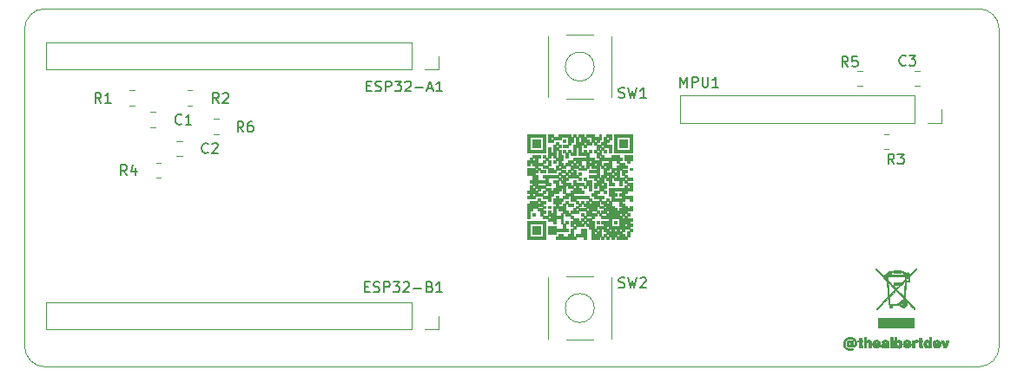
<source format=gbr>
G04 #@! TF.GenerationSoftware,KiCad,Pcbnew,(5.1.10)-1*
G04 #@! TF.CreationDate,2021-10-12T16:57:56+02:00*
G04 #@! TF.ProjectId,esp32-imu,65737033-322d-4696-9d75-2e6b69636164,v0.1.0*
G04 #@! TF.SameCoordinates,Original*
G04 #@! TF.FileFunction,Legend,Top*
G04 #@! TF.FilePolarity,Positive*
%FSLAX46Y46*%
G04 Gerber Fmt 4.6, Leading zero omitted, Abs format (unit mm)*
G04 Created by KiCad (PCBNEW (5.1.10)-1) date 2021-10-12 16:57:56*
%MOMM*%
%LPD*%
G01*
G04 APERTURE LIST*
G04 #@! TA.AperFunction,Profile*
%ADD10C,0.050000*%
G04 #@! TD*
%ADD11C,0.010000*%
%ADD12C,0.120000*%
%ADD13C,0.150000*%
G04 APERTURE END LIST*
D10*
X196212400Y-117289960D02*
G75*
G03*
X198212400Y-115289960I0J2000000D01*
G01*
X198212400Y-84289960D02*
G75*
G03*
X196212400Y-82289960I-2000000J0D01*
G01*
X105212400Y-82289960D02*
G75*
G03*
X103212400Y-84289960I0J-2000000D01*
G01*
X105212400Y-117289960D02*
G75*
G02*
X103212400Y-115289960I0J2000000D01*
G01*
X196212400Y-82289960D02*
X105212400Y-82289960D01*
X198212400Y-115289960D02*
X198212400Y-84289960D01*
X105212400Y-117289960D02*
X196212400Y-117289960D01*
X103212400Y-84289960D02*
X103212400Y-115289960D01*
D11*
G36*
X153974361Y-104786288D02*
G01*
X152235872Y-104786288D01*
X152235872Y-103296155D01*
X152484227Y-103296155D01*
X152484227Y-104537933D01*
X153726005Y-104537933D01*
X153726005Y-103296155D01*
X152484227Y-103296155D01*
X152235872Y-103296155D01*
X152235872Y-103047800D01*
X153974361Y-103047800D01*
X153974361Y-104786288D01*
G37*
X153974361Y-104786288D02*
X152235872Y-104786288D01*
X152235872Y-103296155D01*
X152484227Y-103296155D01*
X152484227Y-104537933D01*
X153726005Y-104537933D01*
X153726005Y-103296155D01*
X152484227Y-103296155D01*
X152235872Y-103296155D01*
X152235872Y-103047800D01*
X153974361Y-103047800D01*
X153974361Y-104786288D01*
G36*
X157948049Y-104786288D02*
G01*
X157699694Y-104786288D01*
X157699694Y-104537933D01*
X156954627Y-104537933D01*
X156954627Y-104289577D01*
X157451338Y-104289577D01*
X157451338Y-103792866D01*
X157948049Y-103792866D01*
X157948049Y-104786288D01*
G37*
X157948049Y-104786288D02*
X157699694Y-104786288D01*
X157699694Y-104537933D01*
X156954627Y-104537933D01*
X156954627Y-104289577D01*
X157451338Y-104289577D01*
X157451338Y-103792866D01*
X157948049Y-103792866D01*
X157948049Y-104786288D01*
G36*
X156706272Y-104537933D02*
G01*
X156954627Y-104537933D01*
X156954627Y-104786288D01*
X154967783Y-104786288D01*
X154967783Y-104537933D01*
X155216138Y-104537933D01*
X155216138Y-104289577D01*
X155712849Y-104289577D01*
X155712849Y-104537933D01*
X156209561Y-104537933D01*
X156209561Y-104289577D01*
X156457916Y-104289577D01*
X156457916Y-103792866D01*
X156706272Y-103792866D01*
X156706272Y-104537933D01*
G37*
X156706272Y-104537933D02*
X156954627Y-104537933D01*
X156954627Y-104786288D01*
X154967783Y-104786288D01*
X154967783Y-104537933D01*
X155216138Y-104537933D01*
X155216138Y-104289577D01*
X155712849Y-104289577D01*
X155712849Y-104537933D01*
X156209561Y-104537933D01*
X156209561Y-104289577D01*
X156457916Y-104289577D01*
X156457916Y-103792866D01*
X156706272Y-103792866D01*
X156706272Y-104537933D01*
G36*
X162170094Y-104537933D02*
G01*
X161921738Y-104537933D01*
X161921738Y-104041222D01*
X162170094Y-104041222D01*
X162170094Y-104537933D01*
G37*
X162170094Y-104537933D02*
X161921738Y-104537933D01*
X161921738Y-104041222D01*
X162170094Y-104041222D01*
X162170094Y-104537933D01*
G36*
X155961205Y-103792866D02*
G01*
X156209561Y-103792866D01*
X156209561Y-104041222D01*
X154967783Y-104041222D01*
X154967783Y-104289577D01*
X154222716Y-104289577D01*
X154222716Y-103544511D01*
X154967783Y-103544511D01*
X154967783Y-103792866D01*
X155712849Y-103792866D01*
X155712849Y-103296155D01*
X155961205Y-103296155D01*
X155961205Y-103792866D01*
G37*
X155961205Y-103792866D02*
X156209561Y-103792866D01*
X156209561Y-104041222D01*
X154967783Y-104041222D01*
X154967783Y-104289577D01*
X154222716Y-104289577D01*
X154222716Y-103544511D01*
X154967783Y-103544511D01*
X154967783Y-103792866D01*
X155712849Y-103792866D01*
X155712849Y-103296155D01*
X155961205Y-103296155D01*
X155961205Y-103792866D01*
G36*
X162418449Y-104041222D02*
G01*
X162170094Y-104041222D01*
X162170094Y-103792866D01*
X162418449Y-103792866D01*
X162418449Y-104041222D01*
G37*
X162418449Y-104041222D02*
X162170094Y-104041222D01*
X162170094Y-103792866D01*
X162418449Y-103792866D01*
X162418449Y-104041222D01*
G36*
X156209561Y-103296155D02*
G01*
X155961205Y-103296155D01*
X155961205Y-103047800D01*
X156209561Y-103047800D01*
X156209561Y-103296155D01*
G37*
X156209561Y-103296155D02*
X155961205Y-103296155D01*
X155961205Y-103047800D01*
X156209561Y-103047800D01*
X156209561Y-103296155D01*
G36*
X153726005Y-102054377D02*
G01*
X153974361Y-102054377D01*
X153974361Y-102302733D01*
X153726005Y-102302733D01*
X153726005Y-102551088D01*
X153477649Y-102551088D01*
X153477649Y-102054377D01*
X153229294Y-102054377D01*
X153229294Y-101806022D01*
X153726005Y-101806022D01*
X153726005Y-102054377D01*
G37*
X153726005Y-102054377D02*
X153974361Y-102054377D01*
X153974361Y-102302733D01*
X153726005Y-102302733D01*
X153726005Y-102551088D01*
X153477649Y-102551088D01*
X153477649Y-102054377D01*
X153229294Y-102054377D01*
X153229294Y-101806022D01*
X153726005Y-101806022D01*
X153726005Y-102054377D01*
G36*
X162170094Y-102551088D02*
G01*
X161921738Y-102551088D01*
X161921738Y-102302733D01*
X162170094Y-102302733D01*
X162170094Y-102551088D01*
G37*
X162170094Y-102551088D02*
X161921738Y-102551088D01*
X161921738Y-102302733D01*
X162170094Y-102302733D01*
X162170094Y-102551088D01*
G36*
X153974361Y-101806022D02*
G01*
X153726005Y-101806022D01*
X153726005Y-101557666D01*
X153974361Y-101557666D01*
X153974361Y-101806022D01*
G37*
X153974361Y-101806022D02*
X153726005Y-101806022D01*
X153726005Y-101557666D01*
X153974361Y-101557666D01*
X153974361Y-101806022D01*
G36*
X162418449Y-99074111D02*
G01*
X161921738Y-99074111D01*
X161921738Y-98825755D01*
X162418449Y-98825755D01*
X162418449Y-99074111D01*
G37*
X162418449Y-99074111D02*
X161921738Y-99074111D01*
X161921738Y-98825755D01*
X162418449Y-98825755D01*
X162418449Y-99074111D01*
G36*
X161921738Y-98825755D02*
G01*
X161673383Y-98825755D01*
X161673383Y-98577400D01*
X161921738Y-98577400D01*
X161921738Y-98825755D01*
G37*
X161921738Y-98825755D02*
X161673383Y-98825755D01*
X161673383Y-98577400D01*
X161921738Y-98577400D01*
X161921738Y-98825755D01*
G36*
X161921738Y-98329044D02*
G01*
X161673383Y-98329044D01*
X161673383Y-98577400D01*
X161425027Y-98577400D01*
X161425027Y-98080688D01*
X161921738Y-98080688D01*
X161921738Y-98329044D01*
G37*
X161921738Y-98329044D02*
X161673383Y-98329044D01*
X161673383Y-98577400D01*
X161425027Y-98577400D01*
X161425027Y-98080688D01*
X161921738Y-98080688D01*
X161921738Y-98329044D01*
G36*
X159934894Y-96342200D02*
G01*
X159686538Y-96342200D01*
X159686538Y-96093844D01*
X159934894Y-96093844D01*
X159934894Y-96342200D01*
G37*
X159934894Y-96342200D02*
X159686538Y-96342200D01*
X159686538Y-96093844D01*
X159934894Y-96093844D01*
X159934894Y-96342200D01*
G36*
X155216138Y-95597133D02*
G01*
X154967783Y-95597133D01*
X154967783Y-95348777D01*
X155216138Y-95348777D01*
X155216138Y-95597133D01*
G37*
X155216138Y-95597133D02*
X154967783Y-95597133D01*
X154967783Y-95348777D01*
X155216138Y-95348777D01*
X155216138Y-95597133D01*
G36*
X154719427Y-94852066D02*
G01*
X155216138Y-94852066D01*
X155216138Y-94603711D01*
X156457916Y-94603711D01*
X156457916Y-94852066D01*
X156706272Y-94852066D01*
X156706272Y-95348777D01*
X156457916Y-95348777D01*
X156457916Y-95597133D01*
X156209561Y-95597133D01*
X156209561Y-94852066D01*
X155464494Y-94852066D01*
X155464494Y-95100422D01*
X154719427Y-95100422D01*
X154719427Y-95348777D01*
X154222716Y-95348777D01*
X154222716Y-94852066D01*
X154471072Y-94852066D01*
X154471072Y-95100422D01*
X154719427Y-95100422D01*
X154719427Y-94852066D01*
X154471072Y-94852066D01*
X154222716Y-94852066D01*
X154222716Y-94603711D01*
X154719427Y-94603711D01*
X154719427Y-94852066D01*
G37*
X154719427Y-94852066D02*
X155216138Y-94852066D01*
X155216138Y-94603711D01*
X156457916Y-94603711D01*
X156457916Y-94852066D01*
X156706272Y-94852066D01*
X156706272Y-95348777D01*
X156457916Y-95348777D01*
X156457916Y-95597133D01*
X156209561Y-95597133D01*
X156209561Y-94852066D01*
X155464494Y-94852066D01*
X155464494Y-95100422D01*
X154719427Y-95100422D01*
X154719427Y-95348777D01*
X154222716Y-95348777D01*
X154222716Y-94852066D01*
X154471072Y-94852066D01*
X154471072Y-95100422D01*
X154719427Y-95100422D01*
X154719427Y-94852066D01*
X154471072Y-94852066D01*
X154222716Y-94852066D01*
X154222716Y-94603711D01*
X154719427Y-94603711D01*
X154719427Y-94852066D01*
G36*
X156954627Y-94852066D02*
G01*
X156706272Y-94852066D01*
X156706272Y-94603711D01*
X156954627Y-94603711D01*
X156954627Y-94852066D01*
G37*
X156954627Y-94852066D02*
X156706272Y-94852066D01*
X156706272Y-94603711D01*
X156954627Y-94603711D01*
X156954627Y-94852066D01*
G36*
X153974361Y-101060955D02*
G01*
X153974361Y-101309311D01*
X153726005Y-101309311D01*
X153726005Y-101557666D01*
X153229294Y-101557666D01*
X153229294Y-101806022D01*
X152732583Y-101806022D01*
X152732583Y-102054377D01*
X152484227Y-102054377D01*
X152484227Y-102799444D01*
X152235872Y-102799444D01*
X152235872Y-101309311D01*
X152484227Y-101309311D01*
X152484227Y-101060955D01*
X153229294Y-101060955D01*
X153229294Y-101309311D01*
X153477649Y-101309311D01*
X153477649Y-101060955D01*
X153229294Y-101060955D01*
X153229294Y-100812600D01*
X153477649Y-100812600D01*
X153477649Y-101060955D01*
X153974361Y-101060955D01*
G37*
X153974361Y-101060955D02*
X153974361Y-101309311D01*
X153726005Y-101309311D01*
X153726005Y-101557666D01*
X153229294Y-101557666D01*
X153229294Y-101806022D01*
X152732583Y-101806022D01*
X152732583Y-102054377D01*
X152484227Y-102054377D01*
X152484227Y-102799444D01*
X152235872Y-102799444D01*
X152235872Y-101309311D01*
X152484227Y-101309311D01*
X152484227Y-101060955D01*
X153229294Y-101060955D01*
X153229294Y-101309311D01*
X153477649Y-101309311D01*
X153477649Y-101060955D01*
X153229294Y-101060955D01*
X153229294Y-100812600D01*
X153477649Y-100812600D01*
X153477649Y-101060955D01*
X153974361Y-101060955D01*
G36*
X155961205Y-97335622D02*
G01*
X156209561Y-97335622D01*
X156209561Y-97087266D01*
X156706272Y-97087266D01*
X156706272Y-97335622D01*
X156457916Y-97335622D01*
X156457916Y-97583977D01*
X155961205Y-97583977D01*
X155961205Y-97335622D01*
G37*
X155961205Y-97335622D02*
X156209561Y-97335622D01*
X156209561Y-97087266D01*
X156706272Y-97087266D01*
X156706272Y-97335622D01*
X156457916Y-97335622D01*
X156457916Y-97583977D01*
X155961205Y-97583977D01*
X155961205Y-97335622D01*
G36*
X159934894Y-99322466D02*
G01*
X159934894Y-99819177D01*
X159686538Y-99819177D01*
X159686538Y-100067533D01*
X159189827Y-100067533D01*
X159189827Y-99570822D01*
X158941472Y-99570822D01*
X158941472Y-99819177D01*
X158693116Y-99819177D01*
X158693116Y-99322466D01*
X158941472Y-99322466D01*
X159438183Y-99322466D01*
X159438183Y-99570822D01*
X159686538Y-99570822D01*
X159686538Y-99322466D01*
X159438183Y-99322466D01*
X158941472Y-99322466D01*
X158941472Y-99074111D01*
X158693116Y-99074111D01*
X158693116Y-98825755D01*
X158941472Y-98825755D01*
X158941472Y-99074111D01*
X159189827Y-99074111D01*
X159189827Y-98825755D01*
X158941472Y-98825755D01*
X158693116Y-98825755D01*
X158196405Y-98825755D01*
X158196405Y-98577400D01*
X158941472Y-98577400D01*
X158941472Y-98329044D01*
X158196405Y-98329044D01*
X158196405Y-98080688D01*
X158941472Y-98080688D01*
X158941472Y-97832333D01*
X158444761Y-97832333D01*
X158444761Y-97583977D01*
X158196405Y-97583977D01*
X158196405Y-97832333D01*
X157948049Y-97832333D01*
X157948049Y-97087266D01*
X158196405Y-97087266D01*
X158196405Y-97335622D01*
X158444761Y-97335622D01*
X158693116Y-97335622D01*
X158693116Y-97583977D01*
X158941472Y-97583977D01*
X159189827Y-97583977D01*
X159189827Y-98825755D01*
X159438183Y-98825755D01*
X159438183Y-98577400D01*
X159686538Y-98577400D01*
X159934894Y-98577400D01*
X159934894Y-98825755D01*
X160183249Y-98825755D01*
X160183249Y-98577400D01*
X159934894Y-98577400D01*
X159686538Y-98577400D01*
X159686538Y-98080688D01*
X159934894Y-98080688D01*
X159934894Y-98329044D01*
X160431605Y-98329044D01*
X160431605Y-98577400D01*
X160679961Y-98577400D01*
X160679961Y-98825755D01*
X160928316Y-98825755D01*
X160928316Y-98577400D01*
X160679961Y-98577400D01*
X160679961Y-98329044D01*
X160431605Y-98329044D01*
X160431605Y-98080688D01*
X160679961Y-98080688D01*
X160679961Y-98329044D01*
X160928316Y-98329044D01*
X160928316Y-98080688D01*
X160679961Y-98080688D01*
X160431605Y-98080688D01*
X160431605Y-97832333D01*
X160183249Y-97832333D01*
X160183249Y-98080688D01*
X159934894Y-98080688D01*
X159686538Y-98080688D01*
X159686538Y-97832333D01*
X159934894Y-97832333D01*
X159934894Y-97583977D01*
X159686538Y-97583977D01*
X159686538Y-97335622D01*
X160183249Y-97335622D01*
X160183249Y-97087266D01*
X160431605Y-97087266D01*
X160431605Y-97832333D01*
X160928316Y-97832333D01*
X160928316Y-97583977D01*
X161176672Y-97583977D01*
X161176672Y-97335622D01*
X160928316Y-97335622D01*
X160928316Y-97087266D01*
X160431605Y-97087266D01*
X160183249Y-97087266D01*
X159438183Y-97087266D01*
X159438183Y-97583977D01*
X159189827Y-97583977D01*
X158941472Y-97583977D01*
X158941472Y-97335622D01*
X158693116Y-97335622D01*
X158444761Y-97335622D01*
X158444761Y-97087266D01*
X158196405Y-97087266D01*
X157948049Y-97087266D01*
X157451338Y-97087266D01*
X157451338Y-97583977D01*
X157202983Y-97583977D01*
X157202983Y-97335622D01*
X156954627Y-97335622D01*
X156954627Y-97087266D01*
X156706272Y-97087266D01*
X156706272Y-96838911D01*
X157948049Y-96838911D01*
X157948049Y-96590555D01*
X157202983Y-96590555D01*
X157202983Y-95845488D01*
X156954627Y-95845488D01*
X156954627Y-96590555D01*
X156457916Y-96590555D01*
X156457916Y-96342200D01*
X156706272Y-96342200D01*
X156706272Y-95597133D01*
X156954627Y-95597133D01*
X157451338Y-95597133D01*
X157451338Y-96342200D01*
X157699694Y-96342200D01*
X157699694Y-96093844D01*
X157948049Y-96093844D01*
X157948049Y-96342200D01*
X158196405Y-96342200D01*
X158196405Y-96838911D01*
X158693116Y-96838911D01*
X158693116Y-97087266D01*
X159189827Y-97087266D01*
X159189827Y-96838911D01*
X158941472Y-96838911D01*
X158941472Y-96590555D01*
X159189827Y-96590555D01*
X159189827Y-96838911D01*
X159438183Y-96838911D01*
X159438183Y-96590555D01*
X159189827Y-96590555D01*
X158941472Y-96590555D01*
X158941472Y-96342200D01*
X159189827Y-96342200D01*
X159189827Y-96093844D01*
X158941472Y-96093844D01*
X158941472Y-95845488D01*
X159189827Y-95845488D01*
X159189827Y-96093844D01*
X159438183Y-96093844D01*
X159438183Y-95845488D01*
X159189827Y-95845488D01*
X158941472Y-95845488D01*
X158941472Y-95597133D01*
X158693116Y-95597133D01*
X158693116Y-95348777D01*
X158444761Y-95348777D01*
X158444761Y-95597133D01*
X157948049Y-95597133D01*
X157948049Y-95348777D01*
X157699694Y-95348777D01*
X157699694Y-95597133D01*
X157451338Y-95597133D01*
X156954627Y-95597133D01*
X156954627Y-94852066D01*
X157202983Y-94852066D01*
X157202983Y-95348777D01*
X157451338Y-95348777D01*
X157451338Y-94852066D01*
X157202983Y-94852066D01*
X157202983Y-94603711D01*
X157699694Y-94603711D01*
X157699694Y-94852066D01*
X157948049Y-94852066D01*
X157948049Y-95100422D01*
X158196405Y-95100422D01*
X158196405Y-95348777D01*
X158444761Y-95348777D01*
X158444761Y-95100422D01*
X158693116Y-95100422D01*
X158693116Y-95348777D01*
X158941472Y-95348777D01*
X158941472Y-95100422D01*
X158693116Y-95100422D01*
X158444761Y-95100422D01*
X158444761Y-94852066D01*
X157948049Y-94852066D01*
X157948049Y-94603711D01*
X158693116Y-94603711D01*
X158693116Y-94852066D01*
X159189827Y-94852066D01*
X159189827Y-94603711D01*
X159438183Y-94603711D01*
X159438183Y-95100422D01*
X159189827Y-95100422D01*
X159189827Y-95348777D01*
X158941472Y-95348777D01*
X158941472Y-95597133D01*
X159438183Y-95597133D01*
X159438183Y-95845488D01*
X159686538Y-95845488D01*
X159686538Y-95597133D01*
X159438183Y-95597133D01*
X159438183Y-95348777D01*
X159686538Y-95348777D01*
X159686538Y-94852066D01*
X159934894Y-94852066D01*
X159934894Y-95100422D01*
X160183249Y-95100422D01*
X160183249Y-94852066D01*
X159934894Y-94852066D01*
X159934894Y-94603711D01*
X160431605Y-94603711D01*
X160431605Y-95100422D01*
X160183249Y-95100422D01*
X160183249Y-95348777D01*
X159934894Y-95348777D01*
X159934894Y-95597133D01*
X160431605Y-95597133D01*
X160431605Y-96342200D01*
X160183249Y-96342200D01*
X160183249Y-95845488D01*
X159686538Y-95845488D01*
X159686538Y-96093844D01*
X159438183Y-96093844D01*
X159438183Y-96590555D01*
X159686538Y-96590555D01*
X159686538Y-96838911D01*
X160431605Y-96838911D01*
X160431605Y-96590555D01*
X161176672Y-96590555D01*
X161176672Y-96838911D01*
X161425027Y-96838911D01*
X161425027Y-97087266D01*
X161176672Y-97087266D01*
X161176672Y-97335622D01*
X161673383Y-97335622D01*
X161673383Y-97583977D01*
X161921738Y-97583977D01*
X161921738Y-97832333D01*
X161425027Y-97832333D01*
X161425027Y-98080688D01*
X161176672Y-98080688D01*
X161176672Y-98825755D01*
X161673383Y-98825755D01*
X161673383Y-99074111D01*
X161425027Y-99074111D01*
X161425027Y-99570822D01*
X161176672Y-99570822D01*
X161176672Y-99074111D01*
X160679961Y-99074111D01*
X160679961Y-98825755D01*
X160431605Y-98825755D01*
X160431605Y-99322466D01*
X160679961Y-99322466D01*
X160679961Y-99570822D01*
X160183249Y-99570822D01*
X160183249Y-99074111D01*
X159934894Y-99074111D01*
X159934894Y-98825755D01*
X159686538Y-98825755D01*
X159686538Y-99322466D01*
X159934894Y-99322466D01*
G37*
X159934894Y-99322466D02*
X159934894Y-99819177D01*
X159686538Y-99819177D01*
X159686538Y-100067533D01*
X159189827Y-100067533D01*
X159189827Y-99570822D01*
X158941472Y-99570822D01*
X158941472Y-99819177D01*
X158693116Y-99819177D01*
X158693116Y-99322466D01*
X158941472Y-99322466D01*
X159438183Y-99322466D01*
X159438183Y-99570822D01*
X159686538Y-99570822D01*
X159686538Y-99322466D01*
X159438183Y-99322466D01*
X158941472Y-99322466D01*
X158941472Y-99074111D01*
X158693116Y-99074111D01*
X158693116Y-98825755D01*
X158941472Y-98825755D01*
X158941472Y-99074111D01*
X159189827Y-99074111D01*
X159189827Y-98825755D01*
X158941472Y-98825755D01*
X158693116Y-98825755D01*
X158196405Y-98825755D01*
X158196405Y-98577400D01*
X158941472Y-98577400D01*
X158941472Y-98329044D01*
X158196405Y-98329044D01*
X158196405Y-98080688D01*
X158941472Y-98080688D01*
X158941472Y-97832333D01*
X158444761Y-97832333D01*
X158444761Y-97583977D01*
X158196405Y-97583977D01*
X158196405Y-97832333D01*
X157948049Y-97832333D01*
X157948049Y-97087266D01*
X158196405Y-97087266D01*
X158196405Y-97335622D01*
X158444761Y-97335622D01*
X158693116Y-97335622D01*
X158693116Y-97583977D01*
X158941472Y-97583977D01*
X159189827Y-97583977D01*
X159189827Y-98825755D01*
X159438183Y-98825755D01*
X159438183Y-98577400D01*
X159686538Y-98577400D01*
X159934894Y-98577400D01*
X159934894Y-98825755D01*
X160183249Y-98825755D01*
X160183249Y-98577400D01*
X159934894Y-98577400D01*
X159686538Y-98577400D01*
X159686538Y-98080688D01*
X159934894Y-98080688D01*
X159934894Y-98329044D01*
X160431605Y-98329044D01*
X160431605Y-98577400D01*
X160679961Y-98577400D01*
X160679961Y-98825755D01*
X160928316Y-98825755D01*
X160928316Y-98577400D01*
X160679961Y-98577400D01*
X160679961Y-98329044D01*
X160431605Y-98329044D01*
X160431605Y-98080688D01*
X160679961Y-98080688D01*
X160679961Y-98329044D01*
X160928316Y-98329044D01*
X160928316Y-98080688D01*
X160679961Y-98080688D01*
X160431605Y-98080688D01*
X160431605Y-97832333D01*
X160183249Y-97832333D01*
X160183249Y-98080688D01*
X159934894Y-98080688D01*
X159686538Y-98080688D01*
X159686538Y-97832333D01*
X159934894Y-97832333D01*
X159934894Y-97583977D01*
X159686538Y-97583977D01*
X159686538Y-97335622D01*
X160183249Y-97335622D01*
X160183249Y-97087266D01*
X160431605Y-97087266D01*
X160431605Y-97832333D01*
X160928316Y-97832333D01*
X160928316Y-97583977D01*
X161176672Y-97583977D01*
X161176672Y-97335622D01*
X160928316Y-97335622D01*
X160928316Y-97087266D01*
X160431605Y-97087266D01*
X160183249Y-97087266D01*
X159438183Y-97087266D01*
X159438183Y-97583977D01*
X159189827Y-97583977D01*
X158941472Y-97583977D01*
X158941472Y-97335622D01*
X158693116Y-97335622D01*
X158444761Y-97335622D01*
X158444761Y-97087266D01*
X158196405Y-97087266D01*
X157948049Y-97087266D01*
X157451338Y-97087266D01*
X157451338Y-97583977D01*
X157202983Y-97583977D01*
X157202983Y-97335622D01*
X156954627Y-97335622D01*
X156954627Y-97087266D01*
X156706272Y-97087266D01*
X156706272Y-96838911D01*
X157948049Y-96838911D01*
X157948049Y-96590555D01*
X157202983Y-96590555D01*
X157202983Y-95845488D01*
X156954627Y-95845488D01*
X156954627Y-96590555D01*
X156457916Y-96590555D01*
X156457916Y-96342200D01*
X156706272Y-96342200D01*
X156706272Y-95597133D01*
X156954627Y-95597133D01*
X157451338Y-95597133D01*
X157451338Y-96342200D01*
X157699694Y-96342200D01*
X157699694Y-96093844D01*
X157948049Y-96093844D01*
X157948049Y-96342200D01*
X158196405Y-96342200D01*
X158196405Y-96838911D01*
X158693116Y-96838911D01*
X158693116Y-97087266D01*
X159189827Y-97087266D01*
X159189827Y-96838911D01*
X158941472Y-96838911D01*
X158941472Y-96590555D01*
X159189827Y-96590555D01*
X159189827Y-96838911D01*
X159438183Y-96838911D01*
X159438183Y-96590555D01*
X159189827Y-96590555D01*
X158941472Y-96590555D01*
X158941472Y-96342200D01*
X159189827Y-96342200D01*
X159189827Y-96093844D01*
X158941472Y-96093844D01*
X158941472Y-95845488D01*
X159189827Y-95845488D01*
X159189827Y-96093844D01*
X159438183Y-96093844D01*
X159438183Y-95845488D01*
X159189827Y-95845488D01*
X158941472Y-95845488D01*
X158941472Y-95597133D01*
X158693116Y-95597133D01*
X158693116Y-95348777D01*
X158444761Y-95348777D01*
X158444761Y-95597133D01*
X157948049Y-95597133D01*
X157948049Y-95348777D01*
X157699694Y-95348777D01*
X157699694Y-95597133D01*
X157451338Y-95597133D01*
X156954627Y-95597133D01*
X156954627Y-94852066D01*
X157202983Y-94852066D01*
X157202983Y-95348777D01*
X157451338Y-95348777D01*
X157451338Y-94852066D01*
X157202983Y-94852066D01*
X157202983Y-94603711D01*
X157699694Y-94603711D01*
X157699694Y-94852066D01*
X157948049Y-94852066D01*
X157948049Y-95100422D01*
X158196405Y-95100422D01*
X158196405Y-95348777D01*
X158444761Y-95348777D01*
X158444761Y-95100422D01*
X158693116Y-95100422D01*
X158693116Y-95348777D01*
X158941472Y-95348777D01*
X158941472Y-95100422D01*
X158693116Y-95100422D01*
X158444761Y-95100422D01*
X158444761Y-94852066D01*
X157948049Y-94852066D01*
X157948049Y-94603711D01*
X158693116Y-94603711D01*
X158693116Y-94852066D01*
X159189827Y-94852066D01*
X159189827Y-94603711D01*
X159438183Y-94603711D01*
X159438183Y-95100422D01*
X159189827Y-95100422D01*
X159189827Y-95348777D01*
X158941472Y-95348777D01*
X158941472Y-95597133D01*
X159438183Y-95597133D01*
X159438183Y-95845488D01*
X159686538Y-95845488D01*
X159686538Y-95597133D01*
X159438183Y-95597133D01*
X159438183Y-95348777D01*
X159686538Y-95348777D01*
X159686538Y-94852066D01*
X159934894Y-94852066D01*
X159934894Y-95100422D01*
X160183249Y-95100422D01*
X160183249Y-94852066D01*
X159934894Y-94852066D01*
X159934894Y-94603711D01*
X160431605Y-94603711D01*
X160431605Y-95100422D01*
X160183249Y-95100422D01*
X160183249Y-95348777D01*
X159934894Y-95348777D01*
X159934894Y-95597133D01*
X160431605Y-95597133D01*
X160431605Y-96342200D01*
X160183249Y-96342200D01*
X160183249Y-95845488D01*
X159686538Y-95845488D01*
X159686538Y-96093844D01*
X159438183Y-96093844D01*
X159438183Y-96590555D01*
X159686538Y-96590555D01*
X159686538Y-96838911D01*
X160431605Y-96838911D01*
X160431605Y-96590555D01*
X161176672Y-96590555D01*
X161176672Y-96838911D01*
X161425027Y-96838911D01*
X161425027Y-97087266D01*
X161176672Y-97087266D01*
X161176672Y-97335622D01*
X161673383Y-97335622D01*
X161673383Y-97583977D01*
X161921738Y-97583977D01*
X161921738Y-97832333D01*
X161425027Y-97832333D01*
X161425027Y-98080688D01*
X161176672Y-98080688D01*
X161176672Y-98825755D01*
X161673383Y-98825755D01*
X161673383Y-99074111D01*
X161425027Y-99074111D01*
X161425027Y-99570822D01*
X161176672Y-99570822D01*
X161176672Y-99074111D01*
X160679961Y-99074111D01*
X160679961Y-98825755D01*
X160431605Y-98825755D01*
X160431605Y-99322466D01*
X160679961Y-99322466D01*
X160679961Y-99570822D01*
X160183249Y-99570822D01*
X160183249Y-99074111D01*
X159934894Y-99074111D01*
X159934894Y-98825755D01*
X159686538Y-98825755D01*
X159686538Y-99322466D01*
X159934894Y-99322466D01*
G36*
X153974361Y-96838911D02*
G01*
X153726005Y-96838911D01*
X153726005Y-96590555D01*
X153974361Y-96590555D01*
X153974361Y-96838911D01*
G37*
X153974361Y-96838911D02*
X153726005Y-96838911D01*
X153726005Y-96590555D01*
X153974361Y-96590555D01*
X153974361Y-96838911D01*
G36*
X156209561Y-96838911D02*
G01*
X155961205Y-96838911D01*
X155961205Y-96342200D01*
X156209561Y-96342200D01*
X156209561Y-96838911D01*
G37*
X156209561Y-96838911D02*
X155961205Y-96838911D01*
X155961205Y-96342200D01*
X156209561Y-96342200D01*
X156209561Y-96838911D01*
G36*
X156457916Y-96342200D02*
G01*
X156209561Y-96342200D01*
X156209561Y-96093844D01*
X156457916Y-96093844D01*
X156457916Y-96342200D01*
G37*
X156457916Y-96342200D02*
X156209561Y-96342200D01*
X156209561Y-96093844D01*
X156457916Y-96093844D01*
X156457916Y-96342200D01*
G36*
X155961205Y-96342200D02*
G01*
X155712849Y-96342200D01*
X155712849Y-96093844D01*
X155961205Y-96093844D01*
X155961205Y-96342200D01*
G37*
X155961205Y-96342200D02*
X155712849Y-96342200D01*
X155712849Y-96093844D01*
X155961205Y-96093844D01*
X155961205Y-96342200D01*
G36*
X155464494Y-95845488D02*
G01*
X155216138Y-95845488D01*
X155216138Y-95597133D01*
X155464494Y-95597133D01*
X155464494Y-95845488D01*
G37*
X155464494Y-95845488D02*
X155216138Y-95845488D01*
X155216138Y-95597133D01*
X155464494Y-95597133D01*
X155464494Y-95845488D01*
G36*
X156209561Y-95845488D02*
G01*
X155712849Y-95845488D01*
X155712849Y-95597133D01*
X156209561Y-95597133D01*
X156209561Y-95845488D01*
G37*
X156209561Y-95845488D02*
X155712849Y-95845488D01*
X155712849Y-95597133D01*
X156209561Y-95597133D01*
X156209561Y-95845488D01*
G36*
X154222716Y-95845488D02*
G01*
X154471072Y-95845488D01*
X154471072Y-96342200D01*
X154719427Y-96342200D01*
X154719427Y-96093844D01*
X154967783Y-96093844D01*
X154967783Y-96838911D01*
X155216138Y-96838911D01*
X155216138Y-96093844D01*
X154967783Y-96093844D01*
X154719427Y-96093844D01*
X154719427Y-95597133D01*
X154967783Y-95597133D01*
X154967783Y-95845488D01*
X155216138Y-95845488D01*
X155216138Y-96093844D01*
X155464494Y-96093844D01*
X155464494Y-96590555D01*
X155712849Y-96590555D01*
X155712849Y-97087266D01*
X155464494Y-97087266D01*
X155464494Y-97335622D01*
X155712849Y-97335622D01*
X155712849Y-97583977D01*
X155961205Y-97583977D01*
X155961205Y-97832333D01*
X155464494Y-97832333D01*
X155464494Y-97583977D01*
X155216138Y-97583977D01*
X155216138Y-97087266D01*
X154967783Y-97087266D01*
X154967783Y-96838911D01*
X154719427Y-96838911D01*
X154719427Y-96590555D01*
X154471072Y-96590555D01*
X154471072Y-96838911D01*
X154222716Y-96838911D01*
X154222716Y-95845488D01*
G37*
X154222716Y-95845488D02*
X154471072Y-95845488D01*
X154471072Y-96342200D01*
X154719427Y-96342200D01*
X154719427Y-96093844D01*
X154967783Y-96093844D01*
X154967783Y-96838911D01*
X155216138Y-96838911D01*
X155216138Y-96093844D01*
X154967783Y-96093844D01*
X154719427Y-96093844D01*
X154719427Y-95597133D01*
X154967783Y-95597133D01*
X154967783Y-95845488D01*
X155216138Y-95845488D01*
X155216138Y-96093844D01*
X155464494Y-96093844D01*
X155464494Y-96590555D01*
X155712849Y-96590555D01*
X155712849Y-97087266D01*
X155464494Y-97087266D01*
X155464494Y-97335622D01*
X155712849Y-97335622D01*
X155712849Y-97583977D01*
X155961205Y-97583977D01*
X155961205Y-97832333D01*
X155464494Y-97832333D01*
X155464494Y-97583977D01*
X155216138Y-97583977D01*
X155216138Y-97087266D01*
X154967783Y-97087266D01*
X154967783Y-96838911D01*
X154719427Y-96838911D01*
X154719427Y-96590555D01*
X154471072Y-96590555D01*
X154471072Y-96838911D01*
X154222716Y-96838911D01*
X154222716Y-95845488D01*
G36*
X153974361Y-96838911D02*
G01*
X154222716Y-96838911D01*
X154222716Y-97087266D01*
X153974361Y-97087266D01*
X153974361Y-96838911D01*
G37*
X153974361Y-96838911D02*
X154222716Y-96838911D01*
X154222716Y-97087266D01*
X153974361Y-97087266D01*
X153974361Y-96838911D01*
G36*
X153726005Y-97087266D02*
G01*
X153974361Y-97087266D01*
X153974361Y-97335622D01*
X153726005Y-97335622D01*
X153726005Y-97087266D01*
G37*
X153726005Y-97087266D02*
X153974361Y-97087266D01*
X153974361Y-97335622D01*
X153726005Y-97335622D01*
X153726005Y-97087266D01*
G36*
X152980938Y-97583977D02*
G01*
X152732583Y-97583977D01*
X152732583Y-97335622D01*
X152484227Y-97335622D01*
X152484227Y-97583977D01*
X152235872Y-97583977D01*
X152235872Y-97087266D01*
X152484227Y-97087266D01*
X152484227Y-96838911D01*
X152732583Y-96838911D01*
X152732583Y-97087266D01*
X152980938Y-97087266D01*
X152980938Y-96838911D01*
X152732583Y-96838911D01*
X152732583Y-96590555D01*
X153477649Y-96590555D01*
X153477649Y-96838911D01*
X153229294Y-96838911D01*
X153229294Y-97335622D01*
X153726005Y-97335622D01*
X153726005Y-97583977D01*
X153229294Y-97583977D01*
X153229294Y-97832333D01*
X152980938Y-97832333D01*
X152980938Y-97583977D01*
G37*
X152980938Y-97583977D02*
X152732583Y-97583977D01*
X152732583Y-97335622D01*
X152484227Y-97335622D01*
X152484227Y-97583977D01*
X152235872Y-97583977D01*
X152235872Y-97087266D01*
X152484227Y-97087266D01*
X152484227Y-96838911D01*
X152732583Y-96838911D01*
X152732583Y-97087266D01*
X152980938Y-97087266D01*
X152980938Y-96838911D01*
X152732583Y-96838911D01*
X152732583Y-96590555D01*
X153477649Y-96590555D01*
X153477649Y-96838911D01*
X153229294Y-96838911D01*
X153229294Y-97335622D01*
X153726005Y-97335622D01*
X153726005Y-97583977D01*
X153229294Y-97583977D01*
X153229294Y-97832333D01*
X152980938Y-97832333D01*
X152980938Y-97583977D01*
G36*
X152980938Y-100564244D02*
G01*
X152980938Y-100812600D01*
X152235872Y-100812600D01*
X152235872Y-100564244D01*
X152484227Y-100564244D01*
X152484227Y-100315888D01*
X152732583Y-100315888D01*
X152732583Y-100564244D01*
X152980938Y-100564244D01*
X152980938Y-100315888D01*
X152732583Y-100315888D01*
X152484227Y-100315888D01*
X152235872Y-100315888D01*
X152235872Y-100067533D01*
X152484227Y-100067533D01*
X152484227Y-99570822D01*
X152732583Y-99570822D01*
X152732583Y-99819177D01*
X152980938Y-99819177D01*
X152980938Y-100067533D01*
X153229294Y-100067533D01*
X153229294Y-99819177D01*
X152980938Y-99819177D01*
X152980938Y-99570822D01*
X152732583Y-99570822D01*
X152732583Y-99322466D01*
X153229294Y-99322466D01*
X153229294Y-99570822D01*
X153974361Y-99570822D01*
X153974361Y-99322466D01*
X153229294Y-99322466D01*
X152732583Y-99322466D01*
X152484227Y-99322466D01*
X152484227Y-99074111D01*
X152732583Y-99074111D01*
X152732583Y-98577400D01*
X152235872Y-98577400D01*
X152235872Y-97832333D01*
X152980938Y-97832333D01*
X152980938Y-98080688D01*
X153229294Y-98080688D01*
X153229294Y-98329044D01*
X152980938Y-98329044D01*
X152980938Y-98577400D01*
X153229294Y-98577400D01*
X153229294Y-99074111D01*
X153974361Y-99074111D01*
X153974361Y-98825755D01*
X153726005Y-98825755D01*
X153726005Y-98577400D01*
X155216138Y-98577400D01*
X155216138Y-98825755D01*
X154222716Y-98825755D01*
X154222716Y-99322466D01*
X154471072Y-99322466D01*
X154471072Y-99570822D01*
X153974361Y-99570822D01*
X153974361Y-99819177D01*
X153477649Y-99819177D01*
X153477649Y-100067533D01*
X153229294Y-100067533D01*
X153229294Y-100315888D01*
X153726005Y-100315888D01*
X153726005Y-100564244D01*
X152980938Y-100564244D01*
G37*
X152980938Y-100564244D02*
X152980938Y-100812600D01*
X152235872Y-100812600D01*
X152235872Y-100564244D01*
X152484227Y-100564244D01*
X152484227Y-100315888D01*
X152732583Y-100315888D01*
X152732583Y-100564244D01*
X152980938Y-100564244D01*
X152980938Y-100315888D01*
X152732583Y-100315888D01*
X152484227Y-100315888D01*
X152235872Y-100315888D01*
X152235872Y-100067533D01*
X152484227Y-100067533D01*
X152484227Y-99570822D01*
X152732583Y-99570822D01*
X152732583Y-99819177D01*
X152980938Y-99819177D01*
X152980938Y-100067533D01*
X153229294Y-100067533D01*
X153229294Y-99819177D01*
X152980938Y-99819177D01*
X152980938Y-99570822D01*
X152732583Y-99570822D01*
X152732583Y-99322466D01*
X153229294Y-99322466D01*
X153229294Y-99570822D01*
X153974361Y-99570822D01*
X153974361Y-99322466D01*
X153229294Y-99322466D01*
X152732583Y-99322466D01*
X152484227Y-99322466D01*
X152484227Y-99074111D01*
X152732583Y-99074111D01*
X152732583Y-98577400D01*
X152235872Y-98577400D01*
X152235872Y-97832333D01*
X152980938Y-97832333D01*
X152980938Y-98080688D01*
X153229294Y-98080688D01*
X153229294Y-98329044D01*
X152980938Y-98329044D01*
X152980938Y-98577400D01*
X153229294Y-98577400D01*
X153229294Y-99074111D01*
X153974361Y-99074111D01*
X153974361Y-98825755D01*
X153726005Y-98825755D01*
X153726005Y-98577400D01*
X155216138Y-98577400D01*
X155216138Y-98825755D01*
X154222716Y-98825755D01*
X154222716Y-99322466D01*
X154471072Y-99322466D01*
X154471072Y-99570822D01*
X153974361Y-99570822D01*
X153974361Y-99819177D01*
X153477649Y-99819177D01*
X153477649Y-100067533D01*
X153229294Y-100067533D01*
X153229294Y-100315888D01*
X153726005Y-100315888D01*
X153726005Y-100564244D01*
X152980938Y-100564244D01*
G36*
X155712849Y-100564244D02*
G01*
X155961205Y-100564244D01*
X155961205Y-100315888D01*
X155712849Y-100315888D01*
X155712849Y-99819177D01*
X155464494Y-99819177D01*
X155464494Y-100067533D01*
X155216138Y-100067533D01*
X155216138Y-100315888D01*
X154719427Y-100315888D01*
X154719427Y-100564244D01*
X154471072Y-100564244D01*
X154471072Y-101060955D01*
X154222716Y-101060955D01*
X154222716Y-100812600D01*
X153726005Y-100812600D01*
X153726005Y-100564244D01*
X154222716Y-100564244D01*
X154222716Y-100067533D01*
X153974361Y-100067533D01*
X153974361Y-99819177D01*
X154471072Y-99819177D01*
X154471072Y-100067533D01*
X154719427Y-100067533D01*
X154719427Y-99819177D01*
X154967783Y-99819177D01*
X154967783Y-99322466D01*
X154719427Y-99322466D01*
X154719427Y-99074111D01*
X155216138Y-99074111D01*
X155216138Y-99570822D01*
X155712849Y-99570822D01*
X155961205Y-99570822D01*
X155961205Y-100315888D01*
X156457916Y-100315888D01*
X156457916Y-100067533D01*
X156706272Y-100067533D01*
X156706272Y-99819177D01*
X156209561Y-99819177D01*
X156209561Y-99570822D01*
X155961205Y-99570822D01*
X155712849Y-99570822D01*
X155712849Y-99322466D01*
X155464494Y-99322466D01*
X155464494Y-99074111D01*
X155712849Y-99074111D01*
X155712849Y-98825755D01*
X155464494Y-98825755D01*
X155464494Y-98577400D01*
X155961205Y-98577400D01*
X155961205Y-98825755D01*
X156209561Y-98825755D01*
X156209561Y-99074111D01*
X155961205Y-99074111D01*
X155961205Y-99322466D01*
X156457916Y-99322466D01*
X156457916Y-99570822D01*
X156706272Y-99570822D01*
X156706272Y-99819177D01*
X156954627Y-99819177D01*
X156954627Y-99570822D01*
X156706272Y-99570822D01*
X156706272Y-99074111D01*
X156954627Y-99074111D01*
X156954627Y-99322466D01*
X157699694Y-99322466D01*
X157699694Y-99570822D01*
X157202983Y-99570822D01*
X157202983Y-99819177D01*
X157451338Y-99819177D01*
X157451338Y-100067533D01*
X157699694Y-100067533D01*
X157699694Y-100315888D01*
X156706272Y-100315888D01*
X156706272Y-100564244D01*
X158196405Y-100564244D01*
X158196405Y-100812600D01*
X156954627Y-100812600D01*
X156954627Y-101060955D01*
X156457916Y-101060955D01*
X156457916Y-100564244D01*
X156209561Y-100564244D01*
X156209561Y-100812600D01*
X155712849Y-100812600D01*
X155712849Y-100564244D01*
G37*
X155712849Y-100564244D02*
X155961205Y-100564244D01*
X155961205Y-100315888D01*
X155712849Y-100315888D01*
X155712849Y-99819177D01*
X155464494Y-99819177D01*
X155464494Y-100067533D01*
X155216138Y-100067533D01*
X155216138Y-100315888D01*
X154719427Y-100315888D01*
X154719427Y-100564244D01*
X154471072Y-100564244D01*
X154471072Y-101060955D01*
X154222716Y-101060955D01*
X154222716Y-100812600D01*
X153726005Y-100812600D01*
X153726005Y-100564244D01*
X154222716Y-100564244D01*
X154222716Y-100067533D01*
X153974361Y-100067533D01*
X153974361Y-99819177D01*
X154471072Y-99819177D01*
X154471072Y-100067533D01*
X154719427Y-100067533D01*
X154719427Y-99819177D01*
X154967783Y-99819177D01*
X154967783Y-99322466D01*
X154719427Y-99322466D01*
X154719427Y-99074111D01*
X155216138Y-99074111D01*
X155216138Y-99570822D01*
X155712849Y-99570822D01*
X155961205Y-99570822D01*
X155961205Y-100315888D01*
X156457916Y-100315888D01*
X156457916Y-100067533D01*
X156706272Y-100067533D01*
X156706272Y-99819177D01*
X156209561Y-99819177D01*
X156209561Y-99570822D01*
X155961205Y-99570822D01*
X155712849Y-99570822D01*
X155712849Y-99322466D01*
X155464494Y-99322466D01*
X155464494Y-99074111D01*
X155712849Y-99074111D01*
X155712849Y-98825755D01*
X155464494Y-98825755D01*
X155464494Y-98577400D01*
X155961205Y-98577400D01*
X155961205Y-98825755D01*
X156209561Y-98825755D01*
X156209561Y-99074111D01*
X155961205Y-99074111D01*
X155961205Y-99322466D01*
X156457916Y-99322466D01*
X156457916Y-99570822D01*
X156706272Y-99570822D01*
X156706272Y-99819177D01*
X156954627Y-99819177D01*
X156954627Y-99570822D01*
X156706272Y-99570822D01*
X156706272Y-99074111D01*
X156954627Y-99074111D01*
X156954627Y-99322466D01*
X157699694Y-99322466D01*
X157699694Y-99570822D01*
X157202983Y-99570822D01*
X157202983Y-99819177D01*
X157451338Y-99819177D01*
X157451338Y-100067533D01*
X157699694Y-100067533D01*
X157699694Y-100315888D01*
X156706272Y-100315888D01*
X156706272Y-100564244D01*
X158196405Y-100564244D01*
X158196405Y-100812600D01*
X156954627Y-100812600D01*
X156954627Y-101060955D01*
X156457916Y-101060955D01*
X156457916Y-100564244D01*
X156209561Y-100564244D01*
X156209561Y-100812600D01*
X155712849Y-100812600D01*
X155712849Y-100564244D01*
G36*
X155961205Y-102551088D02*
G01*
X155961205Y-102302733D01*
X155712849Y-102302733D01*
X155712849Y-103296155D01*
X155464494Y-103296155D01*
X155464494Y-102799444D01*
X154967783Y-102799444D01*
X154967783Y-103296155D01*
X154719427Y-103296155D01*
X154719427Y-103047800D01*
X154222716Y-103047800D01*
X154222716Y-102799444D01*
X153726005Y-102799444D01*
X153726005Y-102551088D01*
X154222716Y-102551088D01*
X154222716Y-102799444D01*
X154471072Y-102799444D01*
X154471072Y-102551088D01*
X154222716Y-102551088D01*
X154222716Y-102054377D01*
X154471072Y-102054377D01*
X154471072Y-102302733D01*
X154719427Y-102302733D01*
X154719427Y-101806022D01*
X154967783Y-101806022D01*
X154967783Y-102551088D01*
X155464494Y-102551088D01*
X155464494Y-102302733D01*
X155712849Y-102302733D01*
X155712849Y-102054377D01*
X155216138Y-102054377D01*
X155216138Y-101806022D01*
X154967783Y-101806022D01*
X154719427Y-101806022D01*
X154719427Y-101557666D01*
X154967783Y-101557666D01*
X154967783Y-101309311D01*
X154719427Y-101309311D01*
X154719427Y-100812600D01*
X154967783Y-100812600D01*
X154967783Y-100564244D01*
X155216138Y-100564244D01*
X155216138Y-100812600D01*
X155712849Y-100812600D01*
X155712849Y-101060955D01*
X155464494Y-101060955D01*
X155464494Y-101309311D01*
X155216138Y-101309311D01*
X155216138Y-101557666D01*
X155712849Y-101557666D01*
X155712849Y-101309311D01*
X155961205Y-101309311D01*
X155961205Y-102054377D01*
X156209561Y-102054377D01*
X156209561Y-102302733D01*
X156457916Y-102302733D01*
X156457916Y-102551088D01*
X155961205Y-102551088D01*
G37*
X155961205Y-102551088D02*
X155961205Y-102302733D01*
X155712849Y-102302733D01*
X155712849Y-103296155D01*
X155464494Y-103296155D01*
X155464494Y-102799444D01*
X154967783Y-102799444D01*
X154967783Y-103296155D01*
X154719427Y-103296155D01*
X154719427Y-103047800D01*
X154222716Y-103047800D01*
X154222716Y-102799444D01*
X153726005Y-102799444D01*
X153726005Y-102551088D01*
X154222716Y-102551088D01*
X154222716Y-102799444D01*
X154471072Y-102799444D01*
X154471072Y-102551088D01*
X154222716Y-102551088D01*
X154222716Y-102054377D01*
X154471072Y-102054377D01*
X154471072Y-102302733D01*
X154719427Y-102302733D01*
X154719427Y-101806022D01*
X154967783Y-101806022D01*
X154967783Y-102551088D01*
X155464494Y-102551088D01*
X155464494Y-102302733D01*
X155712849Y-102302733D01*
X155712849Y-102054377D01*
X155216138Y-102054377D01*
X155216138Y-101806022D01*
X154967783Y-101806022D01*
X154719427Y-101806022D01*
X154719427Y-101557666D01*
X154967783Y-101557666D01*
X154967783Y-101309311D01*
X154719427Y-101309311D01*
X154719427Y-100812600D01*
X154967783Y-100812600D01*
X154967783Y-100564244D01*
X155216138Y-100564244D01*
X155216138Y-100812600D01*
X155712849Y-100812600D01*
X155712849Y-101060955D01*
X155464494Y-101060955D01*
X155464494Y-101309311D01*
X155216138Y-101309311D01*
X155216138Y-101557666D01*
X155712849Y-101557666D01*
X155712849Y-101309311D01*
X155961205Y-101309311D01*
X155961205Y-102054377D01*
X156209561Y-102054377D01*
X156209561Y-102302733D01*
X156457916Y-102302733D01*
X156457916Y-102551088D01*
X155961205Y-102551088D01*
G36*
X156457916Y-102799444D02*
G01*
X156457916Y-102551088D01*
X156706272Y-102551088D01*
X156706272Y-102799444D01*
X156457916Y-102799444D01*
G37*
X156457916Y-102799444D02*
X156457916Y-102551088D01*
X156706272Y-102551088D01*
X156706272Y-102799444D01*
X156457916Y-102799444D01*
G36*
X157699694Y-103544511D02*
G01*
X156954627Y-103544511D01*
X156954627Y-103792866D01*
X156706272Y-103792866D01*
X156706272Y-103544511D01*
X156457916Y-103544511D01*
X156457916Y-103296155D01*
X156706272Y-103296155D01*
X156706272Y-103544511D01*
X156954627Y-103544511D01*
X156954627Y-103296155D01*
X156706272Y-103296155D01*
X156457916Y-103296155D01*
X156457916Y-103047800D01*
X156706272Y-103047800D01*
X156706272Y-102799444D01*
X157202983Y-102799444D01*
X157202983Y-103047800D01*
X157451338Y-103047800D01*
X157451338Y-103296155D01*
X157699694Y-103296155D01*
X157699694Y-103544511D01*
G37*
X157699694Y-103544511D02*
X156954627Y-103544511D01*
X156954627Y-103792866D01*
X156706272Y-103792866D01*
X156706272Y-103544511D01*
X156457916Y-103544511D01*
X156457916Y-103296155D01*
X156706272Y-103296155D01*
X156706272Y-103544511D01*
X156954627Y-103544511D01*
X156954627Y-103296155D01*
X156706272Y-103296155D01*
X156457916Y-103296155D01*
X156457916Y-103047800D01*
X156706272Y-103047800D01*
X156706272Y-102799444D01*
X157202983Y-102799444D01*
X157202983Y-103047800D01*
X157451338Y-103047800D01*
X157451338Y-103296155D01*
X157699694Y-103296155D01*
X157699694Y-103544511D01*
G36*
X161673383Y-99322466D02*
G01*
X161673383Y-99074111D01*
X161921738Y-99074111D01*
X161921738Y-99322466D01*
X161673383Y-99322466D01*
G37*
X161673383Y-99322466D02*
X161673383Y-99074111D01*
X161921738Y-99074111D01*
X161921738Y-99322466D01*
X161673383Y-99322466D01*
G36*
X162418449Y-99322466D02*
G01*
X162418449Y-100067533D01*
X161921738Y-100067533D01*
X161921738Y-100315888D01*
X161673383Y-100315888D01*
X161673383Y-100564244D01*
X162418449Y-100564244D01*
X162418449Y-101060955D01*
X162170094Y-101060955D01*
X162170094Y-100812600D01*
X161673383Y-100812600D01*
X161673383Y-101060955D01*
X161425027Y-101060955D01*
X161425027Y-101309311D01*
X161673383Y-101309311D01*
X161673383Y-101557666D01*
X161921738Y-101557666D01*
X161921738Y-101806022D01*
X162170094Y-101806022D01*
X162170094Y-101557666D01*
X162418449Y-101557666D01*
X162418449Y-102054377D01*
X161921738Y-102054377D01*
X161921738Y-102302733D01*
X161673383Y-102302733D01*
X161673383Y-102551088D01*
X161921738Y-102551088D01*
X161921738Y-102799444D01*
X162418449Y-102799444D01*
X162418449Y-103047800D01*
X162170094Y-103047800D01*
X162170094Y-103296155D01*
X162418449Y-103296155D01*
X162418449Y-103544511D01*
X162170094Y-103544511D01*
X162170094Y-103792866D01*
X161673383Y-103792866D01*
X161673383Y-104041222D01*
X161425027Y-104041222D01*
X161425027Y-104289577D01*
X161673383Y-104289577D01*
X161673383Y-104537933D01*
X161921738Y-104537933D01*
X161921738Y-104786288D01*
X160928316Y-104786288D01*
X160928316Y-104537933D01*
X160679961Y-104537933D01*
X160679961Y-104786288D01*
X160431605Y-104786288D01*
X160431605Y-104537933D01*
X160183249Y-104537933D01*
X160183249Y-104786288D01*
X159934894Y-104786288D01*
X159934894Y-104537933D01*
X159686538Y-104537933D01*
X159686538Y-104786288D01*
X159438183Y-104786288D01*
X159438183Y-104537933D01*
X159189827Y-104537933D01*
X159189827Y-104786288D01*
X158444761Y-104786288D01*
X158444761Y-104041222D01*
X158693116Y-104041222D01*
X158693116Y-104289577D01*
X158941472Y-104289577D01*
X158941472Y-104041222D01*
X158693116Y-104041222D01*
X158444761Y-104041222D01*
X158444761Y-103792866D01*
X158196405Y-103792866D01*
X158196405Y-103544511D01*
X157948049Y-103544511D01*
X157948049Y-103296155D01*
X157699694Y-103296155D01*
X157699694Y-103047800D01*
X157948049Y-103047800D01*
X157948049Y-103296155D01*
X158196405Y-103296155D01*
X158196405Y-103047800D01*
X157948049Y-103047800D01*
X157948049Y-102799444D01*
X158444761Y-102799444D01*
X158444761Y-103047800D01*
X158693116Y-103047800D01*
X158693116Y-103792866D01*
X158941472Y-103792866D01*
X158941472Y-104041222D01*
X159189827Y-104041222D01*
X159189827Y-103792866D01*
X159438183Y-103792866D01*
X159438183Y-104537933D01*
X159686538Y-104537933D01*
X159686538Y-104289577D01*
X159934894Y-104289577D01*
X159934894Y-104537933D01*
X160183249Y-104537933D01*
X160183249Y-104289577D01*
X160928316Y-104289577D01*
X160928316Y-104537933D01*
X161176672Y-104537933D01*
X161176672Y-104289577D01*
X160928316Y-104289577D01*
X160183249Y-104289577D01*
X159934894Y-104289577D01*
X159934894Y-104041222D01*
X159686538Y-104041222D01*
X159686538Y-103792866D01*
X159438183Y-103792866D01*
X159189827Y-103792866D01*
X158941472Y-103792866D01*
X158941472Y-103544511D01*
X159686538Y-103544511D01*
X159934894Y-103544511D01*
X159934894Y-103792866D01*
X160183249Y-103792866D01*
X160183249Y-104041222D01*
X160431605Y-104041222D01*
X160431605Y-103792866D01*
X160679961Y-103792866D01*
X160679961Y-104041222D01*
X160928316Y-104041222D01*
X160928316Y-103792866D01*
X161176672Y-103792866D01*
X161176672Y-104041222D01*
X161425027Y-104041222D01*
X161425027Y-103792866D01*
X161176672Y-103792866D01*
X160928316Y-103792866D01*
X160679961Y-103792866D01*
X160431605Y-103792866D01*
X160183249Y-103792866D01*
X160183249Y-103544511D01*
X159934894Y-103544511D01*
X159686538Y-103544511D01*
X159686538Y-103296155D01*
X159438183Y-103296155D01*
X159438183Y-103047800D01*
X160183249Y-103047800D01*
X160183249Y-102799444D01*
X160431605Y-102799444D01*
X160431605Y-103544511D01*
X161176672Y-103544511D01*
X161176672Y-103296155D01*
X161673383Y-103296155D01*
X161673383Y-103544511D01*
X161921738Y-103544511D01*
X161921738Y-103296155D01*
X161673383Y-103296155D01*
X161176672Y-103296155D01*
X161176672Y-102799444D01*
X160431605Y-102799444D01*
X160183249Y-102799444D01*
X159438183Y-102799444D01*
X159438183Y-102551088D01*
X159934894Y-102551088D01*
X159934894Y-102302733D01*
X159438183Y-102302733D01*
X159438183Y-102054377D01*
X159686538Y-102054377D01*
X159934894Y-102054377D01*
X159934894Y-102302733D01*
X160183249Y-102302733D01*
X161176672Y-102302733D01*
X161176672Y-102551088D01*
X161425027Y-102551088D01*
X161425027Y-102799444D01*
X161673383Y-102799444D01*
X161673383Y-102551088D01*
X161425027Y-102551088D01*
X161425027Y-102302733D01*
X161176672Y-102302733D01*
X160183249Y-102302733D01*
X160183249Y-102054377D01*
X159934894Y-102054377D01*
X159686538Y-102054377D01*
X159686538Y-101806022D01*
X159934894Y-101806022D01*
X159934894Y-101557666D01*
X159686538Y-101557666D01*
X159686538Y-101309311D01*
X159438183Y-101309311D01*
X159438183Y-101060955D01*
X159934894Y-101060955D01*
X159934894Y-101309311D01*
X160183249Y-101309311D01*
X160183249Y-101060955D01*
X160431605Y-101060955D01*
X160431605Y-101557666D01*
X160679961Y-101557666D01*
X160679961Y-101806022D01*
X160928316Y-101806022D01*
X160928316Y-102054377D01*
X161176672Y-102054377D01*
X161176672Y-101806022D01*
X161425027Y-101806022D01*
X161425027Y-101557666D01*
X161176672Y-101557666D01*
X161176672Y-101060955D01*
X160431605Y-101060955D01*
X160431605Y-100564244D01*
X160183249Y-100564244D01*
X160183249Y-100067533D01*
X160679961Y-100067533D01*
X160679961Y-100315888D01*
X160928316Y-100315888D01*
X160928316Y-100564244D01*
X160679961Y-100564244D01*
X160679961Y-100812600D01*
X161425027Y-100812600D01*
X161425027Y-100564244D01*
X161176672Y-100564244D01*
X161176672Y-100315888D01*
X161425027Y-100315888D01*
X161425027Y-100067533D01*
X160679961Y-100067533D01*
X160183249Y-100067533D01*
X160183249Y-99819177D01*
X161673383Y-99819177D01*
X161673383Y-99570822D01*
X161921738Y-99570822D01*
X161921738Y-99819177D01*
X162170094Y-99819177D01*
X162170094Y-99570822D01*
X161921738Y-99570822D01*
X161921738Y-99322466D01*
X162418449Y-99322466D01*
G37*
X162418449Y-99322466D02*
X162418449Y-100067533D01*
X161921738Y-100067533D01*
X161921738Y-100315888D01*
X161673383Y-100315888D01*
X161673383Y-100564244D01*
X162418449Y-100564244D01*
X162418449Y-101060955D01*
X162170094Y-101060955D01*
X162170094Y-100812600D01*
X161673383Y-100812600D01*
X161673383Y-101060955D01*
X161425027Y-101060955D01*
X161425027Y-101309311D01*
X161673383Y-101309311D01*
X161673383Y-101557666D01*
X161921738Y-101557666D01*
X161921738Y-101806022D01*
X162170094Y-101806022D01*
X162170094Y-101557666D01*
X162418449Y-101557666D01*
X162418449Y-102054377D01*
X161921738Y-102054377D01*
X161921738Y-102302733D01*
X161673383Y-102302733D01*
X161673383Y-102551088D01*
X161921738Y-102551088D01*
X161921738Y-102799444D01*
X162418449Y-102799444D01*
X162418449Y-103047800D01*
X162170094Y-103047800D01*
X162170094Y-103296155D01*
X162418449Y-103296155D01*
X162418449Y-103544511D01*
X162170094Y-103544511D01*
X162170094Y-103792866D01*
X161673383Y-103792866D01*
X161673383Y-104041222D01*
X161425027Y-104041222D01*
X161425027Y-104289577D01*
X161673383Y-104289577D01*
X161673383Y-104537933D01*
X161921738Y-104537933D01*
X161921738Y-104786288D01*
X160928316Y-104786288D01*
X160928316Y-104537933D01*
X160679961Y-104537933D01*
X160679961Y-104786288D01*
X160431605Y-104786288D01*
X160431605Y-104537933D01*
X160183249Y-104537933D01*
X160183249Y-104786288D01*
X159934894Y-104786288D01*
X159934894Y-104537933D01*
X159686538Y-104537933D01*
X159686538Y-104786288D01*
X159438183Y-104786288D01*
X159438183Y-104537933D01*
X159189827Y-104537933D01*
X159189827Y-104786288D01*
X158444761Y-104786288D01*
X158444761Y-104041222D01*
X158693116Y-104041222D01*
X158693116Y-104289577D01*
X158941472Y-104289577D01*
X158941472Y-104041222D01*
X158693116Y-104041222D01*
X158444761Y-104041222D01*
X158444761Y-103792866D01*
X158196405Y-103792866D01*
X158196405Y-103544511D01*
X157948049Y-103544511D01*
X157948049Y-103296155D01*
X157699694Y-103296155D01*
X157699694Y-103047800D01*
X157948049Y-103047800D01*
X157948049Y-103296155D01*
X158196405Y-103296155D01*
X158196405Y-103047800D01*
X157948049Y-103047800D01*
X157948049Y-102799444D01*
X158444761Y-102799444D01*
X158444761Y-103047800D01*
X158693116Y-103047800D01*
X158693116Y-103792866D01*
X158941472Y-103792866D01*
X158941472Y-104041222D01*
X159189827Y-104041222D01*
X159189827Y-103792866D01*
X159438183Y-103792866D01*
X159438183Y-104537933D01*
X159686538Y-104537933D01*
X159686538Y-104289577D01*
X159934894Y-104289577D01*
X159934894Y-104537933D01*
X160183249Y-104537933D01*
X160183249Y-104289577D01*
X160928316Y-104289577D01*
X160928316Y-104537933D01*
X161176672Y-104537933D01*
X161176672Y-104289577D01*
X160928316Y-104289577D01*
X160183249Y-104289577D01*
X159934894Y-104289577D01*
X159934894Y-104041222D01*
X159686538Y-104041222D01*
X159686538Y-103792866D01*
X159438183Y-103792866D01*
X159189827Y-103792866D01*
X158941472Y-103792866D01*
X158941472Y-103544511D01*
X159686538Y-103544511D01*
X159934894Y-103544511D01*
X159934894Y-103792866D01*
X160183249Y-103792866D01*
X160183249Y-104041222D01*
X160431605Y-104041222D01*
X160431605Y-103792866D01*
X160679961Y-103792866D01*
X160679961Y-104041222D01*
X160928316Y-104041222D01*
X160928316Y-103792866D01*
X161176672Y-103792866D01*
X161176672Y-104041222D01*
X161425027Y-104041222D01*
X161425027Y-103792866D01*
X161176672Y-103792866D01*
X160928316Y-103792866D01*
X160679961Y-103792866D01*
X160431605Y-103792866D01*
X160183249Y-103792866D01*
X160183249Y-103544511D01*
X159934894Y-103544511D01*
X159686538Y-103544511D01*
X159686538Y-103296155D01*
X159438183Y-103296155D01*
X159438183Y-103047800D01*
X160183249Y-103047800D01*
X160183249Y-102799444D01*
X160431605Y-102799444D01*
X160431605Y-103544511D01*
X161176672Y-103544511D01*
X161176672Y-103296155D01*
X161673383Y-103296155D01*
X161673383Y-103544511D01*
X161921738Y-103544511D01*
X161921738Y-103296155D01*
X161673383Y-103296155D01*
X161176672Y-103296155D01*
X161176672Y-102799444D01*
X160431605Y-102799444D01*
X160183249Y-102799444D01*
X159438183Y-102799444D01*
X159438183Y-102551088D01*
X159934894Y-102551088D01*
X159934894Y-102302733D01*
X159438183Y-102302733D01*
X159438183Y-102054377D01*
X159686538Y-102054377D01*
X159934894Y-102054377D01*
X159934894Y-102302733D01*
X160183249Y-102302733D01*
X161176672Y-102302733D01*
X161176672Y-102551088D01*
X161425027Y-102551088D01*
X161425027Y-102799444D01*
X161673383Y-102799444D01*
X161673383Y-102551088D01*
X161425027Y-102551088D01*
X161425027Y-102302733D01*
X161176672Y-102302733D01*
X160183249Y-102302733D01*
X160183249Y-102054377D01*
X159934894Y-102054377D01*
X159686538Y-102054377D01*
X159686538Y-101806022D01*
X159934894Y-101806022D01*
X159934894Y-101557666D01*
X159686538Y-101557666D01*
X159686538Y-101309311D01*
X159438183Y-101309311D01*
X159438183Y-101060955D01*
X159934894Y-101060955D01*
X159934894Y-101309311D01*
X160183249Y-101309311D01*
X160183249Y-101060955D01*
X160431605Y-101060955D01*
X160431605Y-101557666D01*
X160679961Y-101557666D01*
X160679961Y-101806022D01*
X160928316Y-101806022D01*
X160928316Y-102054377D01*
X161176672Y-102054377D01*
X161176672Y-101806022D01*
X161425027Y-101806022D01*
X161425027Y-101557666D01*
X161176672Y-101557666D01*
X161176672Y-101060955D01*
X160431605Y-101060955D01*
X160431605Y-100564244D01*
X160183249Y-100564244D01*
X160183249Y-100067533D01*
X160679961Y-100067533D01*
X160679961Y-100315888D01*
X160928316Y-100315888D01*
X160928316Y-100564244D01*
X160679961Y-100564244D01*
X160679961Y-100812600D01*
X161425027Y-100812600D01*
X161425027Y-100564244D01*
X161176672Y-100564244D01*
X161176672Y-100315888D01*
X161425027Y-100315888D01*
X161425027Y-100067533D01*
X160679961Y-100067533D01*
X160183249Y-100067533D01*
X160183249Y-99819177D01*
X161673383Y-99819177D01*
X161673383Y-99570822D01*
X161921738Y-99570822D01*
X161921738Y-99819177D01*
X162170094Y-99819177D01*
X162170094Y-99570822D01*
X161921738Y-99570822D01*
X161921738Y-99322466D01*
X162418449Y-99322466D01*
G36*
X152980938Y-102551088D02*
G01*
X152732583Y-102551088D01*
X152732583Y-102302733D01*
X152980938Y-102302733D01*
X152980938Y-102551088D01*
G37*
X152980938Y-102551088D02*
X152732583Y-102551088D01*
X152732583Y-102302733D01*
X152980938Y-102302733D01*
X152980938Y-102551088D01*
G36*
X154471072Y-101806022D02*
G01*
X154222716Y-101806022D01*
X154222716Y-101557666D01*
X154471072Y-101557666D01*
X154471072Y-101806022D01*
G37*
X154471072Y-101806022D02*
X154222716Y-101806022D01*
X154222716Y-101557666D01*
X154471072Y-101557666D01*
X154471072Y-101806022D01*
G36*
X162418449Y-98080688D02*
G01*
X162170094Y-98080688D01*
X162170094Y-97832333D01*
X162418449Y-97832333D01*
X162418449Y-98080688D01*
G37*
X162418449Y-98080688D02*
X162170094Y-98080688D01*
X162170094Y-97832333D01*
X162418449Y-97832333D01*
X162418449Y-98080688D01*
G36*
X162418449Y-97087266D02*
G01*
X162170094Y-97087266D01*
X162170094Y-97335622D01*
X161921738Y-97335622D01*
X161921738Y-97087266D01*
X161673383Y-97087266D01*
X161673383Y-96590555D01*
X162418449Y-96590555D01*
X162418449Y-97087266D01*
G37*
X162418449Y-97087266D02*
X162170094Y-97087266D01*
X162170094Y-97335622D01*
X161921738Y-97335622D01*
X161921738Y-97087266D01*
X161673383Y-97087266D01*
X161673383Y-96590555D01*
X162418449Y-96590555D01*
X162418449Y-97087266D01*
G36*
X153974361Y-96342200D02*
G01*
X152235872Y-96342200D01*
X152235872Y-94852066D01*
X152484227Y-94852066D01*
X152484227Y-96093844D01*
X153726005Y-96093844D01*
X153726005Y-94852066D01*
X152484227Y-94852066D01*
X152235872Y-94852066D01*
X152235872Y-94603711D01*
X153974361Y-94603711D01*
X153974361Y-96342200D01*
G37*
X153974361Y-96342200D02*
X152235872Y-96342200D01*
X152235872Y-94852066D01*
X152484227Y-94852066D01*
X152484227Y-96093844D01*
X153726005Y-96093844D01*
X153726005Y-94852066D01*
X152484227Y-94852066D01*
X152235872Y-94852066D01*
X152235872Y-94603711D01*
X153974361Y-94603711D01*
X153974361Y-96342200D01*
G36*
X162418449Y-96342200D02*
G01*
X160679961Y-96342200D01*
X160679961Y-94852066D01*
X160928316Y-94852066D01*
X160928316Y-96093844D01*
X162170094Y-96093844D01*
X162170094Y-94852066D01*
X160928316Y-94852066D01*
X160679961Y-94852066D01*
X160679961Y-94603711D01*
X162418449Y-94603711D01*
X162418449Y-96342200D01*
G37*
X162418449Y-96342200D02*
X160679961Y-96342200D01*
X160679961Y-94852066D01*
X160928316Y-94852066D01*
X160928316Y-96093844D01*
X162170094Y-96093844D01*
X162170094Y-94852066D01*
X160928316Y-94852066D01*
X160679961Y-94852066D01*
X160679961Y-94603711D01*
X162418449Y-94603711D01*
X162418449Y-96342200D01*
G36*
X155961205Y-95348777D02*
G01*
X155712849Y-95348777D01*
X155712849Y-95100422D01*
X155961205Y-95100422D01*
X155961205Y-95348777D01*
G37*
X155961205Y-95348777D02*
X155712849Y-95348777D01*
X155712849Y-95100422D01*
X155961205Y-95100422D01*
X155961205Y-95348777D01*
G36*
X153477649Y-104289577D02*
G01*
X152732583Y-104289577D01*
X152732583Y-103544511D01*
X153477649Y-103544511D01*
X153477649Y-104289577D01*
G37*
X153477649Y-104289577D02*
X152732583Y-104289577D01*
X152732583Y-103544511D01*
X153477649Y-103544511D01*
X153477649Y-104289577D01*
G36*
X159189827Y-103296155D02*
G01*
X158941472Y-103296155D01*
X158941472Y-103047800D01*
X159189827Y-103047800D01*
X159189827Y-103296155D01*
G37*
X159189827Y-103296155D02*
X158941472Y-103296155D01*
X158941472Y-103047800D01*
X159189827Y-103047800D01*
X159189827Y-103296155D01*
G36*
X157699694Y-103047800D02*
G01*
X157451338Y-103047800D01*
X157451338Y-102799444D01*
X157699694Y-102799444D01*
X157699694Y-103047800D01*
G37*
X157699694Y-103047800D02*
X157451338Y-103047800D01*
X157451338Y-102799444D01*
X157699694Y-102799444D01*
X157699694Y-103047800D01*
G36*
X159438183Y-102551088D02*
G01*
X159189827Y-102551088D01*
X159189827Y-102302733D01*
X159438183Y-102302733D01*
X159438183Y-102551088D01*
G37*
X159438183Y-102551088D02*
X159189827Y-102551088D01*
X159189827Y-102302733D01*
X159438183Y-102302733D01*
X159438183Y-102551088D01*
G36*
X157699694Y-102551088D02*
G01*
X157451338Y-102551088D01*
X157451338Y-102302733D01*
X157699694Y-102302733D01*
X157699694Y-102551088D01*
G37*
X157699694Y-102551088D02*
X157451338Y-102551088D01*
X157451338Y-102302733D01*
X157699694Y-102302733D01*
X157699694Y-102551088D01*
G36*
X159189827Y-102302733D02*
G01*
X158941472Y-102302733D01*
X158941472Y-102054377D01*
X159189827Y-102054377D01*
X159189827Y-102302733D01*
G37*
X159189827Y-102302733D02*
X158941472Y-102302733D01*
X158941472Y-102054377D01*
X159189827Y-102054377D01*
X159189827Y-102302733D01*
G36*
X159686538Y-101806022D02*
G01*
X159189827Y-101806022D01*
X159189827Y-101557666D01*
X159686538Y-101557666D01*
X159686538Y-101806022D01*
G37*
X159686538Y-101806022D02*
X159189827Y-101806022D01*
X159189827Y-101557666D01*
X159686538Y-101557666D01*
X159686538Y-101806022D01*
G36*
X157202983Y-101309311D02*
G01*
X156954627Y-101309311D01*
X156954627Y-101060955D01*
X157202983Y-101060955D01*
X157202983Y-101309311D01*
G37*
X157202983Y-101309311D02*
X156954627Y-101309311D01*
X156954627Y-101060955D01*
X157202983Y-101060955D01*
X157202983Y-101309311D01*
G36*
X159189827Y-100315888D02*
G01*
X158941472Y-100315888D01*
X158941472Y-100564244D01*
X159686538Y-100564244D01*
X159686538Y-100812600D01*
X159438183Y-100812600D01*
X159438183Y-101060955D01*
X159189827Y-101060955D01*
X159189827Y-100812600D01*
X158693116Y-100812600D01*
X158693116Y-100564244D01*
X158444761Y-100564244D01*
X158444761Y-100315888D01*
X158693116Y-100315888D01*
X158693116Y-100067533D01*
X159189827Y-100067533D01*
X159189827Y-100315888D01*
G37*
X159189827Y-100315888D02*
X158941472Y-100315888D01*
X158941472Y-100564244D01*
X159686538Y-100564244D01*
X159686538Y-100812600D01*
X159438183Y-100812600D01*
X159438183Y-101060955D01*
X159189827Y-101060955D01*
X159189827Y-100812600D01*
X158693116Y-100812600D01*
X158693116Y-100564244D01*
X158444761Y-100564244D01*
X158444761Y-100315888D01*
X158693116Y-100315888D01*
X158693116Y-100067533D01*
X159189827Y-100067533D01*
X159189827Y-100315888D01*
G36*
X157948049Y-102799444D02*
G01*
X157699694Y-102799444D01*
X157699694Y-102551088D01*
X157948049Y-102551088D01*
X157948049Y-102799444D01*
G37*
X157948049Y-102799444D02*
X157699694Y-102799444D01*
X157699694Y-102551088D01*
X157948049Y-102551088D01*
X157948049Y-102799444D01*
G36*
X157948049Y-102054377D02*
G01*
X157202983Y-102054377D01*
X157202983Y-102302733D01*
X156457916Y-102302733D01*
X156457916Y-102054377D01*
X156706272Y-102054377D01*
X156706272Y-101806022D01*
X156954627Y-101806022D01*
X156954627Y-102054377D01*
X157202983Y-102054377D01*
X157202983Y-101806022D01*
X156954627Y-101806022D01*
X156954627Y-101557666D01*
X157202983Y-101557666D01*
X157202983Y-101806022D01*
X157948049Y-101806022D01*
X157948049Y-102054377D01*
X158196405Y-102054377D01*
X158196405Y-101806022D01*
X157948049Y-101806022D01*
X157948049Y-101557666D01*
X157699694Y-101557666D01*
X157699694Y-101309311D01*
X157451338Y-101309311D01*
X157451338Y-101557666D01*
X157202983Y-101557666D01*
X157202983Y-101309311D01*
X157451338Y-101309311D01*
X157451338Y-101060955D01*
X157699694Y-101060955D01*
X157699694Y-101309311D01*
X157948049Y-101309311D01*
X157948049Y-101060955D01*
X158196405Y-101060955D01*
X158196405Y-101309311D01*
X158444761Y-101309311D01*
X158444761Y-101060955D01*
X158196405Y-101060955D01*
X158196405Y-100812600D01*
X158444761Y-100812600D01*
X158444761Y-101060955D01*
X159189827Y-101060955D01*
X159189827Y-101557666D01*
X158941472Y-101557666D01*
X158941472Y-102054377D01*
X158444761Y-102054377D01*
X158444761Y-102302733D01*
X158941472Y-102302733D01*
X158941472Y-102551088D01*
X158693116Y-102551088D01*
X158693116Y-102799444D01*
X158444761Y-102799444D01*
X158444761Y-102551088D01*
X157948049Y-102551088D01*
X157948049Y-102054377D01*
G37*
X157948049Y-102054377D02*
X157202983Y-102054377D01*
X157202983Y-102302733D01*
X156457916Y-102302733D01*
X156457916Y-102054377D01*
X156706272Y-102054377D01*
X156706272Y-101806022D01*
X156954627Y-101806022D01*
X156954627Y-102054377D01*
X157202983Y-102054377D01*
X157202983Y-101806022D01*
X156954627Y-101806022D01*
X156954627Y-101557666D01*
X157202983Y-101557666D01*
X157202983Y-101806022D01*
X157948049Y-101806022D01*
X157948049Y-102054377D01*
X158196405Y-102054377D01*
X158196405Y-101806022D01*
X157948049Y-101806022D01*
X157948049Y-101557666D01*
X157699694Y-101557666D01*
X157699694Y-101309311D01*
X157451338Y-101309311D01*
X157451338Y-101557666D01*
X157202983Y-101557666D01*
X157202983Y-101309311D01*
X157451338Y-101309311D01*
X157451338Y-101060955D01*
X157699694Y-101060955D01*
X157699694Y-101309311D01*
X157948049Y-101309311D01*
X157948049Y-101060955D01*
X158196405Y-101060955D01*
X158196405Y-101309311D01*
X158444761Y-101309311D01*
X158444761Y-101060955D01*
X158196405Y-101060955D01*
X158196405Y-100812600D01*
X158444761Y-100812600D01*
X158444761Y-101060955D01*
X159189827Y-101060955D01*
X159189827Y-101557666D01*
X158941472Y-101557666D01*
X158941472Y-102054377D01*
X158444761Y-102054377D01*
X158444761Y-102302733D01*
X158941472Y-102302733D01*
X158941472Y-102551088D01*
X158693116Y-102551088D01*
X158693116Y-102799444D01*
X158444761Y-102799444D01*
X158444761Y-102551088D01*
X157948049Y-102551088D01*
X157948049Y-102054377D01*
G36*
X156706272Y-101557666D02*
G01*
X156209561Y-101557666D01*
X156209561Y-101309311D01*
X156706272Y-101309311D01*
X156706272Y-101557666D01*
G37*
X156706272Y-101557666D02*
X156209561Y-101557666D01*
X156209561Y-101309311D01*
X156706272Y-101309311D01*
X156706272Y-101557666D01*
G36*
X156209561Y-101309311D02*
G01*
X155961205Y-101309311D01*
X155961205Y-101060955D01*
X156209561Y-101060955D01*
X156209561Y-101309311D01*
G37*
X156209561Y-101309311D02*
X155961205Y-101309311D01*
X155961205Y-101060955D01*
X156209561Y-101060955D01*
X156209561Y-101309311D01*
G36*
X160183249Y-101060955D02*
G01*
X159934894Y-101060955D01*
X159934894Y-100812600D01*
X160183249Y-100812600D01*
X160183249Y-101060955D01*
G37*
X160183249Y-101060955D02*
X159934894Y-101060955D01*
X159934894Y-100812600D01*
X160183249Y-100812600D01*
X160183249Y-101060955D01*
G36*
X153974361Y-100315888D02*
G01*
X153726005Y-100315888D01*
X153726005Y-100067533D01*
X153974361Y-100067533D01*
X153974361Y-100315888D01*
G37*
X153974361Y-100315888D02*
X153726005Y-100315888D01*
X153726005Y-100067533D01*
X153974361Y-100067533D01*
X153974361Y-100315888D01*
G36*
X159934894Y-100315888D02*
G01*
X159686538Y-100315888D01*
X159686538Y-100067533D01*
X159934894Y-100067533D01*
X159934894Y-100315888D01*
G37*
X159934894Y-100315888D02*
X159686538Y-100315888D01*
X159686538Y-100067533D01*
X159934894Y-100067533D01*
X159934894Y-100315888D01*
G36*
X157948049Y-99074111D02*
G01*
X158444761Y-99074111D01*
X158444761Y-100067533D01*
X158196405Y-100067533D01*
X158196405Y-99570822D01*
X157948049Y-99570822D01*
X157948049Y-99074111D01*
G37*
X157948049Y-99074111D02*
X158444761Y-99074111D01*
X158444761Y-100067533D01*
X158196405Y-100067533D01*
X158196405Y-99570822D01*
X157948049Y-99570822D01*
X157948049Y-99074111D01*
G36*
X157948049Y-99074111D02*
G01*
X157699694Y-99074111D01*
X157699694Y-98825755D01*
X157948049Y-98825755D01*
X157948049Y-99074111D01*
G37*
X157948049Y-99074111D02*
X157699694Y-99074111D01*
X157699694Y-98825755D01*
X157948049Y-98825755D01*
X157948049Y-99074111D01*
G36*
X157948049Y-99819177D02*
G01*
X157699694Y-99819177D01*
X157699694Y-99570822D01*
X157948049Y-99570822D01*
X157948049Y-99819177D01*
G37*
X157948049Y-99819177D02*
X157699694Y-99819177D01*
X157699694Y-99570822D01*
X157948049Y-99570822D01*
X157948049Y-99819177D01*
G36*
X155464494Y-99074111D02*
G01*
X155216138Y-99074111D01*
X155216138Y-98825755D01*
X155464494Y-98825755D01*
X155464494Y-99074111D01*
G37*
X155464494Y-99074111D02*
X155216138Y-99074111D01*
X155216138Y-98825755D01*
X155464494Y-98825755D01*
X155464494Y-99074111D01*
G36*
X157451338Y-99074111D02*
G01*
X157202983Y-99074111D01*
X157202983Y-98825755D01*
X157451338Y-98825755D01*
X157451338Y-99074111D01*
G37*
X157451338Y-99074111D02*
X157202983Y-99074111D01*
X157202983Y-98825755D01*
X157451338Y-98825755D01*
X157451338Y-99074111D01*
G36*
X155464494Y-98577400D02*
G01*
X155216138Y-98577400D01*
X155216138Y-98329044D01*
X155464494Y-98329044D01*
X155464494Y-98577400D01*
G37*
X155464494Y-98577400D02*
X155216138Y-98577400D01*
X155216138Y-98329044D01*
X155464494Y-98329044D01*
X155464494Y-98577400D01*
G36*
X157451338Y-98577400D02*
G01*
X157202983Y-98577400D01*
X157202983Y-98329044D01*
X157451338Y-98329044D01*
X157451338Y-98577400D01*
G37*
X157451338Y-98577400D02*
X157202983Y-98577400D01*
X157202983Y-98329044D01*
X157451338Y-98329044D01*
X157451338Y-98577400D01*
G36*
X154719427Y-98080688D02*
G01*
X154967783Y-98080688D01*
X154967783Y-98329044D01*
X154222716Y-98329044D01*
X154222716Y-97832333D01*
X154719427Y-97832333D01*
X154719427Y-98080688D01*
G37*
X154719427Y-98080688D02*
X154967783Y-98080688D01*
X154967783Y-98329044D01*
X154222716Y-98329044D01*
X154222716Y-97832333D01*
X154719427Y-97832333D01*
X154719427Y-98080688D01*
G36*
X155961205Y-98329044D02*
G01*
X155464494Y-98329044D01*
X155464494Y-98080688D01*
X155961205Y-98080688D01*
X155961205Y-98329044D01*
G37*
X155961205Y-98329044D02*
X155464494Y-98329044D01*
X155464494Y-98080688D01*
X155961205Y-98080688D01*
X155961205Y-98329044D01*
G36*
X155216138Y-97832333D02*
G01*
X155464494Y-97832333D01*
X155464494Y-98080688D01*
X154967783Y-98080688D01*
X154967783Y-97583977D01*
X155216138Y-97583977D01*
X155216138Y-97832333D01*
G37*
X155216138Y-97832333D02*
X155464494Y-97832333D01*
X155464494Y-98080688D01*
X154967783Y-98080688D01*
X154967783Y-97583977D01*
X155216138Y-97583977D01*
X155216138Y-97832333D01*
G36*
X157699694Y-97832333D02*
G01*
X157948049Y-97832333D01*
X157948049Y-98080688D01*
X157202983Y-98080688D01*
X157202983Y-97832333D01*
X157451338Y-97832333D01*
X157451338Y-97583977D01*
X157699694Y-97583977D01*
X157699694Y-97832333D01*
G37*
X157699694Y-97832333D02*
X157948049Y-97832333D01*
X157948049Y-98080688D01*
X157202983Y-98080688D01*
X157202983Y-97832333D01*
X157451338Y-97832333D01*
X157451338Y-97583977D01*
X157699694Y-97583977D01*
X157699694Y-97832333D01*
G36*
X154222716Y-97832333D02*
G01*
X153726005Y-97832333D01*
X153726005Y-97583977D01*
X154222716Y-97583977D01*
X154222716Y-97832333D01*
G37*
X154222716Y-97832333D02*
X153726005Y-97832333D01*
X153726005Y-97583977D01*
X154222716Y-97583977D01*
X154222716Y-97832333D01*
G36*
X154471072Y-97583977D02*
G01*
X154222716Y-97583977D01*
X154222716Y-97087266D01*
X154471072Y-97087266D01*
X154471072Y-97583977D01*
G37*
X154471072Y-97583977D02*
X154222716Y-97583977D01*
X154222716Y-97087266D01*
X154471072Y-97087266D01*
X154471072Y-97583977D01*
G36*
X156954627Y-98080688D02*
G01*
X156954627Y-98577400D01*
X157202983Y-98577400D01*
X157202983Y-98825755D01*
X156209561Y-98825755D01*
X156209561Y-98577400D01*
X155961205Y-98577400D01*
X155961205Y-98329044D01*
X156209561Y-98329044D01*
X156209561Y-98577400D01*
X156457916Y-98577400D01*
X156457916Y-98329044D01*
X156209561Y-98329044D01*
X156209561Y-98080688D01*
X156457916Y-98080688D01*
X156457916Y-98329044D01*
X156706272Y-98329044D01*
X156706272Y-98080688D01*
X156457916Y-98080688D01*
X156457916Y-97583977D01*
X156706272Y-97583977D01*
X156706272Y-97335622D01*
X156954627Y-97335622D01*
X156954627Y-97583977D01*
X157202983Y-97583977D01*
X157202983Y-97832333D01*
X156706272Y-97832333D01*
X156706272Y-98080688D01*
X156954627Y-98080688D01*
G37*
X156954627Y-98080688D02*
X156954627Y-98577400D01*
X157202983Y-98577400D01*
X157202983Y-98825755D01*
X156209561Y-98825755D01*
X156209561Y-98577400D01*
X155961205Y-98577400D01*
X155961205Y-98329044D01*
X156209561Y-98329044D01*
X156209561Y-98577400D01*
X156457916Y-98577400D01*
X156457916Y-98329044D01*
X156209561Y-98329044D01*
X156209561Y-98080688D01*
X156457916Y-98080688D01*
X156457916Y-98329044D01*
X156706272Y-98329044D01*
X156706272Y-98080688D01*
X156457916Y-98080688D01*
X156457916Y-97583977D01*
X156706272Y-97583977D01*
X156706272Y-97335622D01*
X156954627Y-97335622D01*
X156954627Y-97583977D01*
X157202983Y-97583977D01*
X157202983Y-97832333D01*
X156706272Y-97832333D01*
X156706272Y-98080688D01*
X156954627Y-98080688D01*
G36*
X153974361Y-98329044D02*
G01*
X153477649Y-98329044D01*
X153477649Y-98080688D01*
X153974361Y-98080688D01*
X153974361Y-98329044D01*
G37*
X153974361Y-98329044D02*
X153477649Y-98329044D01*
X153477649Y-98080688D01*
X153974361Y-98080688D01*
X153974361Y-98329044D01*
G36*
X153477649Y-98080688D02*
G01*
X153229294Y-98080688D01*
X153229294Y-97832333D01*
X153477649Y-97832333D01*
X153477649Y-98080688D01*
G37*
X153477649Y-98080688D02*
X153229294Y-98080688D01*
X153229294Y-97832333D01*
X153477649Y-97832333D01*
X153477649Y-98080688D01*
G36*
X159686538Y-97832333D02*
G01*
X159438183Y-97832333D01*
X159438183Y-97583977D01*
X159686538Y-97583977D01*
X159686538Y-97832333D01*
G37*
X159686538Y-97832333D02*
X159438183Y-97832333D01*
X159438183Y-97583977D01*
X159686538Y-97583977D01*
X159686538Y-97832333D01*
G36*
X154967783Y-97335622D02*
G01*
X154719427Y-97335622D01*
X154719427Y-97087266D01*
X154967783Y-97087266D01*
X154967783Y-97335622D01*
G37*
X154967783Y-97335622D02*
X154719427Y-97335622D01*
X154719427Y-97087266D01*
X154967783Y-97087266D01*
X154967783Y-97335622D01*
G36*
X160928316Y-103296155D02*
G01*
X160679961Y-103296155D01*
X160679961Y-103047800D01*
X160928316Y-103047800D01*
X160928316Y-103296155D01*
G37*
X160928316Y-103296155D02*
X160679961Y-103296155D01*
X160679961Y-103047800D01*
X160928316Y-103047800D01*
X160928316Y-103296155D01*
G36*
X158444761Y-96342200D02*
G01*
X158196405Y-96342200D01*
X158196405Y-96093844D01*
X158444761Y-96093844D01*
X158444761Y-96342200D01*
G37*
X158444761Y-96342200D02*
X158196405Y-96342200D01*
X158196405Y-96093844D01*
X158444761Y-96093844D01*
X158444761Y-96342200D01*
G36*
X158941472Y-96342200D02*
G01*
X158693116Y-96342200D01*
X158693116Y-96093844D01*
X158941472Y-96093844D01*
X158941472Y-96342200D01*
G37*
X158941472Y-96342200D02*
X158693116Y-96342200D01*
X158693116Y-96093844D01*
X158941472Y-96093844D01*
X158941472Y-96342200D01*
G36*
X157948049Y-95845488D02*
G01*
X157699694Y-95845488D01*
X157699694Y-95597133D01*
X157948049Y-95597133D01*
X157948049Y-95845488D01*
G37*
X157948049Y-95845488D02*
X157699694Y-95845488D01*
X157699694Y-95597133D01*
X157948049Y-95597133D01*
X157948049Y-95845488D01*
G36*
X153477649Y-95845488D02*
G01*
X152732583Y-95845488D01*
X152732583Y-95100422D01*
X153477649Y-95100422D01*
X153477649Y-95845488D01*
G37*
X153477649Y-95845488D02*
X152732583Y-95845488D01*
X152732583Y-95100422D01*
X153477649Y-95100422D01*
X153477649Y-95845488D01*
G36*
X161921738Y-95845488D02*
G01*
X161176672Y-95845488D01*
X161176672Y-95100422D01*
X161921738Y-95100422D01*
X161921738Y-95845488D01*
G37*
X161921738Y-95845488D02*
X161176672Y-95845488D01*
X161176672Y-95100422D01*
X161921738Y-95100422D01*
X161921738Y-95845488D01*
G36*
X188111300Y-112542331D02*
G01*
X189839912Y-112549604D01*
X189847702Y-112979993D01*
X189855493Y-113410382D01*
X186382689Y-113410382D01*
X186382689Y-112535059D01*
X188111300Y-112542331D01*
G37*
X188111300Y-112542331D02*
X189839912Y-112549604D01*
X189847702Y-112979993D01*
X189855493Y-113410382D01*
X186382689Y-113410382D01*
X186382689Y-112535059D01*
X188111300Y-112542331D01*
G36*
X186234595Y-107714946D02*
G01*
X186275664Y-107743380D01*
X186336106Y-107796097D01*
X186420463Y-107877120D01*
X186533281Y-107990469D01*
X186679101Y-108140166D01*
X186715636Y-108177936D01*
X187203902Y-108683159D01*
X187195462Y-108570271D01*
X187185144Y-108496381D01*
X187160867Y-108461587D01*
X187110393Y-108448565D01*
X187109412Y-108448451D01*
X187089370Y-108443271D01*
X187314023Y-108443271D01*
X187316836Y-108577326D01*
X187322400Y-108672348D01*
X187333067Y-108752853D01*
X187338002Y-108774139D01*
X187361075Y-108809897D01*
X187415325Y-108877106D01*
X187493618Y-108968054D01*
X187588823Y-109075030D01*
X187693807Y-109190322D01*
X187801436Y-109306217D01*
X187904577Y-109415006D01*
X187996099Y-109508974D01*
X188068868Y-109580412D01*
X188115751Y-109621607D01*
X188128322Y-109628604D01*
X188155677Y-109609821D01*
X188212338Y-109559496D01*
X188288374Y-109486661D01*
X188330023Y-109445159D01*
X188511836Y-109261715D01*
X187963134Y-109261715D01*
X187963134Y-109148826D01*
X188076023Y-109148826D01*
X188102765Y-109162138D01*
X188177212Y-109171700D01*
X188290697Y-109176599D01*
X188344134Y-109177048D01*
X188470598Y-109174233D01*
X188561433Y-109166397D01*
X188607972Y-109154451D01*
X188612245Y-109148826D01*
X188585503Y-109135514D01*
X188511056Y-109125952D01*
X188397571Y-109121054D01*
X188344134Y-109120604D01*
X188217670Y-109123419D01*
X188126834Y-109131255D01*
X188080295Y-109143201D01*
X188076023Y-109148826D01*
X187963134Y-109148826D01*
X187963134Y-109007715D01*
X188765331Y-109007715D01*
X188886343Y-108888950D01*
X188907137Y-108866604D01*
X189120245Y-108866604D01*
X189349430Y-108866604D01*
X189340671Y-108760771D01*
X189330381Y-108690898D01*
X189303076Y-108659202D01*
X189240499Y-108647426D01*
X189226078Y-108646178D01*
X189120245Y-108637419D01*
X189120245Y-108866604D01*
X188907137Y-108866604D01*
X188957957Y-108811994D01*
X188994735Y-108749830D01*
X189006941Y-108683311D01*
X189007356Y-108663172D01*
X189013935Y-108594683D01*
X189030271Y-108558070D01*
X189035578Y-108556159D01*
X189058508Y-108532522D01*
X189063800Y-108499715D01*
X189062191Y-108483910D01*
X189053465Y-108471368D01*
X189031774Y-108461714D01*
X188991268Y-108454570D01*
X188926099Y-108449557D01*
X188830418Y-108446300D01*
X188698377Y-108444420D01*
X188524127Y-108443540D01*
X188301820Y-108443283D01*
X188188912Y-108443271D01*
X187314023Y-108443271D01*
X187089370Y-108443271D01*
X187056341Y-108434735D01*
X187035088Y-108398076D01*
X187031800Y-108342618D01*
X187038082Y-108275744D01*
X187063283Y-108248984D01*
X187091239Y-108245715D01*
X187128813Y-108232235D01*
X187291575Y-108232235D01*
X187303271Y-108243015D01*
X187349300Y-108244817D01*
X187411461Y-108232027D01*
X187426912Y-108203382D01*
X187413344Y-108165593D01*
X187370804Y-108173260D01*
X187326472Y-108202484D01*
X187291575Y-108232235D01*
X187128813Y-108232235D01*
X187149895Y-108224672D01*
X187206619Y-108174596D01*
X187274656Y-108108310D01*
X187344737Y-108060982D01*
X187355883Y-108052143D01*
X187519047Y-108052143D01*
X187528982Y-108109101D01*
X187529131Y-108109533D01*
X187551837Y-108175159D01*
X187553582Y-108164068D01*
X187680912Y-108164068D01*
X187680912Y-108245715D01*
X188386467Y-108245715D01*
X188579326Y-108245300D01*
X188752086Y-108244132D01*
X188897189Y-108242327D01*
X189007078Y-108240003D01*
X189074197Y-108237274D01*
X189092023Y-108234850D01*
X189085420Y-108227111D01*
X189209791Y-108227111D01*
X189215616Y-108266454D01*
X189251737Y-108269058D01*
X189295200Y-108241650D01*
X189303689Y-108217106D01*
X189286072Y-108181160D01*
X189249012Y-108179102D01*
X189216196Y-108208408D01*
X189209791Y-108227111D01*
X189085420Y-108227111D01*
X189067062Y-108205599D01*
X189001325Y-108168069D01*
X188908527Y-108128695D01*
X188802384Y-108093912D01*
X188777354Y-108087195D01*
X188681712Y-108064153D01*
X188626048Y-108056737D01*
X188596088Y-108064986D01*
X188578229Y-108087736D01*
X188540422Y-108109427D01*
X188463864Y-108125026D01*
X188362355Y-108134472D01*
X188249699Y-108137703D01*
X188139695Y-108134657D01*
X188046145Y-108125272D01*
X187982849Y-108109487D01*
X187963134Y-108090493D01*
X187941165Y-108058836D01*
X187871614Y-108048184D01*
X187866664Y-108048159D01*
X187763867Y-108055606D01*
X187705929Y-108082155D01*
X187682731Y-108134120D01*
X187680912Y-108164068D01*
X187553582Y-108164068D01*
X187562210Y-108109236D01*
X187564134Y-108051619D01*
X187556192Y-108026921D01*
X187529814Y-108019572D01*
X187519047Y-108052143D01*
X187355883Y-108052143D01*
X187406112Y-108012313D01*
X187420683Y-107977604D01*
X188076023Y-107977604D01*
X188084907Y-108001519D01*
X188119189Y-108013780D01*
X188190311Y-108016586D01*
X188266523Y-108014171D01*
X188364259Y-108006029D01*
X188429497Y-107992848D01*
X188450223Y-107977604D01*
X188420793Y-107962007D01*
X188350471Y-107948751D01*
X188259723Y-107941037D01*
X188158844Y-107938677D01*
X188102494Y-107944677D01*
X188079082Y-107961342D01*
X188076023Y-107977604D01*
X187420683Y-107977604D01*
X187426912Y-107962768D01*
X187435456Y-107927905D01*
X187470611Y-107911426D01*
X187546663Y-107907062D01*
X187553912Y-107907048D01*
X187629663Y-107911767D01*
X187675093Y-107923704D01*
X187680912Y-107930796D01*
X187704643Y-107942477D01*
X187762873Y-107940947D01*
X187836157Y-107929613D01*
X187905051Y-107911878D01*
X187950110Y-107891148D01*
X187957235Y-107882411D01*
X187988520Y-107866393D01*
X188060794Y-107855438D01*
X188160284Y-107849400D01*
X188273217Y-107848133D01*
X188385819Y-107851491D01*
X188484318Y-107859329D01*
X188554939Y-107871501D01*
X188583909Y-107887862D01*
X188584023Y-107889041D01*
X188611078Y-107918289D01*
X188687645Y-107946501D01*
X188744796Y-107959766D01*
X188860577Y-107989374D01*
X188975719Y-108028684D01*
X189025522Y-108050122D01*
X189107819Y-108084572D01*
X189163736Y-108090712D01*
X189206940Y-108075296D01*
X189260206Y-108058338D01*
X189312945Y-108077164D01*
X189342491Y-108097660D01*
X189409025Y-108165995D01*
X189422590Y-108238325D01*
X189384467Y-108324734D01*
X189373391Y-108340912D01*
X189372449Y-108349830D01*
X189406506Y-108323130D01*
X189470735Y-108265190D01*
X189560307Y-108180390D01*
X189670396Y-108073109D01*
X189690293Y-108053456D01*
X189829075Y-107917652D01*
X189933769Y-107819129D01*
X190008983Y-107754079D01*
X190059327Y-107718694D01*
X190089410Y-107709163D01*
X190100091Y-107714790D01*
X190101846Y-107737959D01*
X190079715Y-107779802D01*
X190030055Y-107844866D01*
X189949225Y-107937699D01*
X189833581Y-108062848D01*
X189753976Y-108146937D01*
X189615704Y-108294769D01*
X189512327Y-108411025D01*
X189445500Y-108493706D01*
X189416875Y-108540812D01*
X189419516Y-108551402D01*
X189441647Y-108568318D01*
X189452910Y-108613732D01*
X189455032Y-108698544D01*
X189453046Y-108763069D01*
X189444800Y-108965382D01*
X189296803Y-108973906D01*
X189207973Y-108982411D01*
X189160639Y-108999107D01*
X189139874Y-109030562D01*
X189136473Y-109044462D01*
X189130794Y-109088823D01*
X189121283Y-109181092D01*
X189108719Y-109312923D01*
X189093882Y-109475969D01*
X189077550Y-109661882D01*
X189063806Y-109822980D01*
X189003470Y-110539466D01*
X189110742Y-110655535D01*
X189164494Y-110712406D01*
X189249550Y-110800851D01*
X189357569Y-110912270D01*
X189480212Y-111038058D01*
X189609137Y-111169613D01*
X189610613Y-111171114D01*
X189760141Y-111325655D01*
X189870093Y-111444933D01*
X189942708Y-111531599D01*
X189980223Y-111588304D01*
X189985947Y-111615614D01*
X189958534Y-111654574D01*
X189943830Y-111660604D01*
X189918119Y-111641027D01*
X189859378Y-111586082D01*
X189773324Y-111501444D01*
X189665675Y-111392790D01*
X189542147Y-111265796D01*
X189459535Y-111179754D01*
X189329915Y-111045021D01*
X189213518Y-110925799D01*
X189115851Y-110827584D01*
X189042420Y-110755872D01*
X188998732Y-110716159D01*
X188988921Y-110710076D01*
X189000978Y-110734190D01*
X189043715Y-110785040D01*
X189091331Y-110834827D01*
X189157928Y-110907081D01*
X189191874Y-110966576D01*
X189203791Y-111036800D01*
X189204806Y-111085784D01*
X189181070Y-111237210D01*
X189114656Y-111358033D01*
X189012375Y-111442067D01*
X188881039Y-111483125D01*
X188768476Y-111482114D01*
X188681307Y-111458825D01*
X188604830Y-111406430D01*
X188551966Y-111352209D01*
X188449354Y-111237271D01*
X187740449Y-111237271D01*
X187731847Y-111371326D01*
X187723245Y-111505382D01*
X187488753Y-111522474D01*
X187475985Y-111372817D01*
X187471169Y-111321937D01*
X187602792Y-111321937D01*
X187605735Y-111373282D01*
X187613061Y-111379334D01*
X187615699Y-111371326D01*
X187620088Y-111299748D01*
X187615699Y-111272548D01*
X187607519Y-111263765D01*
X187603065Y-111302789D01*
X187602792Y-111321937D01*
X187471169Y-111321937D01*
X187467371Y-111281819D01*
X187454153Y-111153827D01*
X187451862Y-111132681D01*
X188643811Y-111132681D01*
X188669452Y-111217228D01*
X188687174Y-111242104D01*
X188756046Y-111281920D01*
X188846178Y-111292117D01*
X188930508Y-111271983D01*
X188963007Y-111249366D01*
X188993584Y-111188861D01*
X189006094Y-111103234D01*
X188999595Y-111018419D01*
X188973489Y-110960693D01*
X188915049Y-110934434D01*
X188830105Y-110928118D01*
X188744593Y-110940803D01*
X188684816Y-110971175D01*
X188648854Y-111041755D01*
X188643811Y-111132681D01*
X187451862Y-111132681D01*
X187438338Y-111007905D01*
X187426255Y-110900568D01*
X187389292Y-110577977D01*
X186857296Y-111119290D01*
X186715568Y-111262552D01*
X186586129Y-111391580D01*
X186474381Y-111501138D01*
X186385723Y-111585987D01*
X186325557Y-111640888D01*
X186299284Y-111660602D01*
X186299216Y-111660604D01*
X186261531Y-111640090D01*
X186255425Y-111631954D01*
X186269797Y-111605198D01*
X186319102Y-111543617D01*
X186398581Y-111452514D01*
X186503474Y-111337194D01*
X186629020Y-111202961D01*
X186770458Y-111055119D01*
X186806318Y-111018120D01*
X187286258Y-110524182D01*
X187493600Y-110524182D01*
X187501711Y-110572953D01*
X187511686Y-110662905D01*
X187521957Y-110778875D01*
X187527231Y-110849215D01*
X187546513Y-111124382D01*
X187994712Y-111124382D01*
X188164633Y-111123773D01*
X188285981Y-111121420D01*
X188366620Y-111116530D01*
X188414411Y-111108312D01*
X188437220Y-111095975D01*
X188442912Y-111079258D01*
X188462598Y-110995203D01*
X188512036Y-110900835D01*
X188576796Y-110820968D01*
X188607621Y-110796021D01*
X188690530Y-110756076D01*
X188781578Y-110730489D01*
X188844174Y-110715503D01*
X188880741Y-110691839D01*
X188888947Y-110654874D01*
X188866461Y-110599981D01*
X188810950Y-110522536D01*
X188720081Y-110417915D01*
X188591524Y-110281491D01*
X188515794Y-110203405D01*
X188134061Y-109812048D01*
X187806655Y-110143182D01*
X187672256Y-110281913D01*
X187577281Y-110386770D01*
X187518856Y-110461252D01*
X187494106Y-110508856D01*
X187493600Y-110524182D01*
X187286258Y-110524182D01*
X187374918Y-110432937D01*
X187358962Y-110235382D01*
X187347564Y-110100254D01*
X187332967Y-109936060D01*
X187316309Y-109754719D01*
X187298729Y-109568148D01*
X187281366Y-109388265D01*
X187265358Y-109226986D01*
X187251844Y-109096231D01*
X187241962Y-109007916D01*
X187241702Y-109005818D01*
X187353270Y-109005818D01*
X187404364Y-109564155D01*
X187421036Y-109742390D01*
X187437129Y-109907227D01*
X187451564Y-110048165D01*
X187463263Y-110154701D01*
X187471149Y-110216330D01*
X187471571Y-110218934D01*
X187487684Y-110315376D01*
X188056935Y-109746125D01*
X188042475Y-109729035D01*
X188216662Y-109729035D01*
X188544948Y-110075140D01*
X188653941Y-110188019D01*
X188749735Y-110283388D01*
X188825667Y-110354921D01*
X188875077Y-110396296D01*
X188890906Y-110403577D01*
X188898060Y-110371690D01*
X188908843Y-110291366D01*
X188922416Y-110170436D01*
X188937937Y-110016728D01*
X188954568Y-109838075D01*
X188967489Y-109689756D01*
X188983236Y-109496055D01*
X188996318Y-109320055D01*
X189006231Y-109169867D01*
X189012471Y-109053606D01*
X189014534Y-108979384D01*
X189013046Y-108956210D01*
X188988984Y-108952325D01*
X188941849Y-108981621D01*
X188883227Y-109032725D01*
X188824701Y-109094268D01*
X188777854Y-109154875D01*
X188754272Y-109203176D01*
X188753356Y-109211147D01*
X188736843Y-109253652D01*
X188717455Y-109261715D01*
X188684396Y-109280727D01*
X188621469Y-109332402D01*
X188537909Y-109408699D01*
X188449108Y-109495375D01*
X188216662Y-109729035D01*
X188042475Y-109729035D01*
X187941542Y-109609753D01*
X187872724Y-109532516D01*
X187777378Y-109430894D01*
X187669585Y-109319703D01*
X187589710Y-109239600D01*
X187353270Y-109005818D01*
X187241702Y-109005818D01*
X187240816Y-108998694D01*
X187234151Y-108956635D01*
X187222681Y-108917355D01*
X187201901Y-108875216D01*
X187167307Y-108824577D01*
X187114392Y-108759800D01*
X187038652Y-108675246D01*
X186935583Y-108565276D01*
X186800678Y-108424251D01*
X186690475Y-108309828D01*
X186529386Y-108141985D01*
X186404368Y-108009615D01*
X186311647Y-107908212D01*
X186247450Y-107833268D01*
X186208003Y-107780275D01*
X186189534Y-107744726D01*
X186188270Y-107722115D01*
X186192400Y-107714848D01*
X186208355Y-107706776D01*
X186234595Y-107714946D01*
G37*
X186234595Y-107714946D02*
X186275664Y-107743380D01*
X186336106Y-107796097D01*
X186420463Y-107877120D01*
X186533281Y-107990469D01*
X186679101Y-108140166D01*
X186715636Y-108177936D01*
X187203902Y-108683159D01*
X187195462Y-108570271D01*
X187185144Y-108496381D01*
X187160867Y-108461587D01*
X187110393Y-108448565D01*
X187109412Y-108448451D01*
X187089370Y-108443271D01*
X187314023Y-108443271D01*
X187316836Y-108577326D01*
X187322400Y-108672348D01*
X187333067Y-108752853D01*
X187338002Y-108774139D01*
X187361075Y-108809897D01*
X187415325Y-108877106D01*
X187493618Y-108968054D01*
X187588823Y-109075030D01*
X187693807Y-109190322D01*
X187801436Y-109306217D01*
X187904577Y-109415006D01*
X187996099Y-109508974D01*
X188068868Y-109580412D01*
X188115751Y-109621607D01*
X188128322Y-109628604D01*
X188155677Y-109609821D01*
X188212338Y-109559496D01*
X188288374Y-109486661D01*
X188330023Y-109445159D01*
X188511836Y-109261715D01*
X187963134Y-109261715D01*
X187963134Y-109148826D01*
X188076023Y-109148826D01*
X188102765Y-109162138D01*
X188177212Y-109171700D01*
X188290697Y-109176599D01*
X188344134Y-109177048D01*
X188470598Y-109174233D01*
X188561433Y-109166397D01*
X188607972Y-109154451D01*
X188612245Y-109148826D01*
X188585503Y-109135514D01*
X188511056Y-109125952D01*
X188397571Y-109121054D01*
X188344134Y-109120604D01*
X188217670Y-109123419D01*
X188126834Y-109131255D01*
X188080295Y-109143201D01*
X188076023Y-109148826D01*
X187963134Y-109148826D01*
X187963134Y-109007715D01*
X188765331Y-109007715D01*
X188886343Y-108888950D01*
X188907137Y-108866604D01*
X189120245Y-108866604D01*
X189349430Y-108866604D01*
X189340671Y-108760771D01*
X189330381Y-108690898D01*
X189303076Y-108659202D01*
X189240499Y-108647426D01*
X189226078Y-108646178D01*
X189120245Y-108637419D01*
X189120245Y-108866604D01*
X188907137Y-108866604D01*
X188957957Y-108811994D01*
X188994735Y-108749830D01*
X189006941Y-108683311D01*
X189007356Y-108663172D01*
X189013935Y-108594683D01*
X189030271Y-108558070D01*
X189035578Y-108556159D01*
X189058508Y-108532522D01*
X189063800Y-108499715D01*
X189062191Y-108483910D01*
X189053465Y-108471368D01*
X189031774Y-108461714D01*
X188991268Y-108454570D01*
X188926099Y-108449557D01*
X188830418Y-108446300D01*
X188698377Y-108444420D01*
X188524127Y-108443540D01*
X188301820Y-108443283D01*
X188188912Y-108443271D01*
X187314023Y-108443271D01*
X187089370Y-108443271D01*
X187056341Y-108434735D01*
X187035088Y-108398076D01*
X187031800Y-108342618D01*
X187038082Y-108275744D01*
X187063283Y-108248984D01*
X187091239Y-108245715D01*
X187128813Y-108232235D01*
X187291575Y-108232235D01*
X187303271Y-108243015D01*
X187349300Y-108244817D01*
X187411461Y-108232027D01*
X187426912Y-108203382D01*
X187413344Y-108165593D01*
X187370804Y-108173260D01*
X187326472Y-108202484D01*
X187291575Y-108232235D01*
X187128813Y-108232235D01*
X187149895Y-108224672D01*
X187206619Y-108174596D01*
X187274656Y-108108310D01*
X187344737Y-108060982D01*
X187355883Y-108052143D01*
X187519047Y-108052143D01*
X187528982Y-108109101D01*
X187529131Y-108109533D01*
X187551837Y-108175159D01*
X187553582Y-108164068D01*
X187680912Y-108164068D01*
X187680912Y-108245715D01*
X188386467Y-108245715D01*
X188579326Y-108245300D01*
X188752086Y-108244132D01*
X188897189Y-108242327D01*
X189007078Y-108240003D01*
X189074197Y-108237274D01*
X189092023Y-108234850D01*
X189085420Y-108227111D01*
X189209791Y-108227111D01*
X189215616Y-108266454D01*
X189251737Y-108269058D01*
X189295200Y-108241650D01*
X189303689Y-108217106D01*
X189286072Y-108181160D01*
X189249012Y-108179102D01*
X189216196Y-108208408D01*
X189209791Y-108227111D01*
X189085420Y-108227111D01*
X189067062Y-108205599D01*
X189001325Y-108168069D01*
X188908527Y-108128695D01*
X188802384Y-108093912D01*
X188777354Y-108087195D01*
X188681712Y-108064153D01*
X188626048Y-108056737D01*
X188596088Y-108064986D01*
X188578229Y-108087736D01*
X188540422Y-108109427D01*
X188463864Y-108125026D01*
X188362355Y-108134472D01*
X188249699Y-108137703D01*
X188139695Y-108134657D01*
X188046145Y-108125272D01*
X187982849Y-108109487D01*
X187963134Y-108090493D01*
X187941165Y-108058836D01*
X187871614Y-108048184D01*
X187866664Y-108048159D01*
X187763867Y-108055606D01*
X187705929Y-108082155D01*
X187682731Y-108134120D01*
X187680912Y-108164068D01*
X187553582Y-108164068D01*
X187562210Y-108109236D01*
X187564134Y-108051619D01*
X187556192Y-108026921D01*
X187529814Y-108019572D01*
X187519047Y-108052143D01*
X187355883Y-108052143D01*
X187406112Y-108012313D01*
X187420683Y-107977604D01*
X188076023Y-107977604D01*
X188084907Y-108001519D01*
X188119189Y-108013780D01*
X188190311Y-108016586D01*
X188266523Y-108014171D01*
X188364259Y-108006029D01*
X188429497Y-107992848D01*
X188450223Y-107977604D01*
X188420793Y-107962007D01*
X188350471Y-107948751D01*
X188259723Y-107941037D01*
X188158844Y-107938677D01*
X188102494Y-107944677D01*
X188079082Y-107961342D01*
X188076023Y-107977604D01*
X187420683Y-107977604D01*
X187426912Y-107962768D01*
X187435456Y-107927905D01*
X187470611Y-107911426D01*
X187546663Y-107907062D01*
X187553912Y-107907048D01*
X187629663Y-107911767D01*
X187675093Y-107923704D01*
X187680912Y-107930796D01*
X187704643Y-107942477D01*
X187762873Y-107940947D01*
X187836157Y-107929613D01*
X187905051Y-107911878D01*
X187950110Y-107891148D01*
X187957235Y-107882411D01*
X187988520Y-107866393D01*
X188060794Y-107855438D01*
X188160284Y-107849400D01*
X188273217Y-107848133D01*
X188385819Y-107851491D01*
X188484318Y-107859329D01*
X188554939Y-107871501D01*
X188583909Y-107887862D01*
X188584023Y-107889041D01*
X188611078Y-107918289D01*
X188687645Y-107946501D01*
X188744796Y-107959766D01*
X188860577Y-107989374D01*
X188975719Y-108028684D01*
X189025522Y-108050122D01*
X189107819Y-108084572D01*
X189163736Y-108090712D01*
X189206940Y-108075296D01*
X189260206Y-108058338D01*
X189312945Y-108077164D01*
X189342491Y-108097660D01*
X189409025Y-108165995D01*
X189422590Y-108238325D01*
X189384467Y-108324734D01*
X189373391Y-108340912D01*
X189372449Y-108349830D01*
X189406506Y-108323130D01*
X189470735Y-108265190D01*
X189560307Y-108180390D01*
X189670396Y-108073109D01*
X189690293Y-108053456D01*
X189829075Y-107917652D01*
X189933769Y-107819129D01*
X190008983Y-107754079D01*
X190059327Y-107718694D01*
X190089410Y-107709163D01*
X190100091Y-107714790D01*
X190101846Y-107737959D01*
X190079715Y-107779802D01*
X190030055Y-107844866D01*
X189949225Y-107937699D01*
X189833581Y-108062848D01*
X189753976Y-108146937D01*
X189615704Y-108294769D01*
X189512327Y-108411025D01*
X189445500Y-108493706D01*
X189416875Y-108540812D01*
X189419516Y-108551402D01*
X189441647Y-108568318D01*
X189452910Y-108613732D01*
X189455032Y-108698544D01*
X189453046Y-108763069D01*
X189444800Y-108965382D01*
X189296803Y-108973906D01*
X189207973Y-108982411D01*
X189160639Y-108999107D01*
X189139874Y-109030562D01*
X189136473Y-109044462D01*
X189130794Y-109088823D01*
X189121283Y-109181092D01*
X189108719Y-109312923D01*
X189093882Y-109475969D01*
X189077550Y-109661882D01*
X189063806Y-109822980D01*
X189003470Y-110539466D01*
X189110742Y-110655535D01*
X189164494Y-110712406D01*
X189249550Y-110800851D01*
X189357569Y-110912270D01*
X189480212Y-111038058D01*
X189609137Y-111169613D01*
X189610613Y-111171114D01*
X189760141Y-111325655D01*
X189870093Y-111444933D01*
X189942708Y-111531599D01*
X189980223Y-111588304D01*
X189985947Y-111615614D01*
X189958534Y-111654574D01*
X189943830Y-111660604D01*
X189918119Y-111641027D01*
X189859378Y-111586082D01*
X189773324Y-111501444D01*
X189665675Y-111392790D01*
X189542147Y-111265796D01*
X189459535Y-111179754D01*
X189329915Y-111045021D01*
X189213518Y-110925799D01*
X189115851Y-110827584D01*
X189042420Y-110755872D01*
X188998732Y-110716159D01*
X188988921Y-110710076D01*
X189000978Y-110734190D01*
X189043715Y-110785040D01*
X189091331Y-110834827D01*
X189157928Y-110907081D01*
X189191874Y-110966576D01*
X189203791Y-111036800D01*
X189204806Y-111085784D01*
X189181070Y-111237210D01*
X189114656Y-111358033D01*
X189012375Y-111442067D01*
X188881039Y-111483125D01*
X188768476Y-111482114D01*
X188681307Y-111458825D01*
X188604830Y-111406430D01*
X188551966Y-111352209D01*
X188449354Y-111237271D01*
X187740449Y-111237271D01*
X187731847Y-111371326D01*
X187723245Y-111505382D01*
X187488753Y-111522474D01*
X187475985Y-111372817D01*
X187471169Y-111321937D01*
X187602792Y-111321937D01*
X187605735Y-111373282D01*
X187613061Y-111379334D01*
X187615699Y-111371326D01*
X187620088Y-111299748D01*
X187615699Y-111272548D01*
X187607519Y-111263765D01*
X187603065Y-111302789D01*
X187602792Y-111321937D01*
X187471169Y-111321937D01*
X187467371Y-111281819D01*
X187454153Y-111153827D01*
X187451862Y-111132681D01*
X188643811Y-111132681D01*
X188669452Y-111217228D01*
X188687174Y-111242104D01*
X188756046Y-111281920D01*
X188846178Y-111292117D01*
X188930508Y-111271983D01*
X188963007Y-111249366D01*
X188993584Y-111188861D01*
X189006094Y-111103234D01*
X188999595Y-111018419D01*
X188973489Y-110960693D01*
X188915049Y-110934434D01*
X188830105Y-110928118D01*
X188744593Y-110940803D01*
X188684816Y-110971175D01*
X188648854Y-111041755D01*
X188643811Y-111132681D01*
X187451862Y-111132681D01*
X187438338Y-111007905D01*
X187426255Y-110900568D01*
X187389292Y-110577977D01*
X186857296Y-111119290D01*
X186715568Y-111262552D01*
X186586129Y-111391580D01*
X186474381Y-111501138D01*
X186385723Y-111585987D01*
X186325557Y-111640888D01*
X186299284Y-111660602D01*
X186299216Y-111660604D01*
X186261531Y-111640090D01*
X186255425Y-111631954D01*
X186269797Y-111605198D01*
X186319102Y-111543617D01*
X186398581Y-111452514D01*
X186503474Y-111337194D01*
X186629020Y-111202961D01*
X186770458Y-111055119D01*
X186806318Y-111018120D01*
X187286258Y-110524182D01*
X187493600Y-110524182D01*
X187501711Y-110572953D01*
X187511686Y-110662905D01*
X187521957Y-110778875D01*
X187527231Y-110849215D01*
X187546513Y-111124382D01*
X187994712Y-111124382D01*
X188164633Y-111123773D01*
X188285981Y-111121420D01*
X188366620Y-111116530D01*
X188414411Y-111108312D01*
X188437220Y-111095975D01*
X188442912Y-111079258D01*
X188462598Y-110995203D01*
X188512036Y-110900835D01*
X188576796Y-110820968D01*
X188607621Y-110796021D01*
X188690530Y-110756076D01*
X188781578Y-110730489D01*
X188844174Y-110715503D01*
X188880741Y-110691839D01*
X188888947Y-110654874D01*
X188866461Y-110599981D01*
X188810950Y-110522536D01*
X188720081Y-110417915D01*
X188591524Y-110281491D01*
X188515794Y-110203405D01*
X188134061Y-109812048D01*
X187806655Y-110143182D01*
X187672256Y-110281913D01*
X187577281Y-110386770D01*
X187518856Y-110461252D01*
X187494106Y-110508856D01*
X187493600Y-110524182D01*
X187286258Y-110524182D01*
X187374918Y-110432937D01*
X187358962Y-110235382D01*
X187347564Y-110100254D01*
X187332967Y-109936060D01*
X187316309Y-109754719D01*
X187298729Y-109568148D01*
X187281366Y-109388265D01*
X187265358Y-109226986D01*
X187251844Y-109096231D01*
X187241962Y-109007916D01*
X187241702Y-109005818D01*
X187353270Y-109005818D01*
X187404364Y-109564155D01*
X187421036Y-109742390D01*
X187437129Y-109907227D01*
X187451564Y-110048165D01*
X187463263Y-110154701D01*
X187471149Y-110216330D01*
X187471571Y-110218934D01*
X187487684Y-110315376D01*
X188056935Y-109746125D01*
X188042475Y-109729035D01*
X188216662Y-109729035D01*
X188544948Y-110075140D01*
X188653941Y-110188019D01*
X188749735Y-110283388D01*
X188825667Y-110354921D01*
X188875077Y-110396296D01*
X188890906Y-110403577D01*
X188898060Y-110371690D01*
X188908843Y-110291366D01*
X188922416Y-110170436D01*
X188937937Y-110016728D01*
X188954568Y-109838075D01*
X188967489Y-109689756D01*
X188983236Y-109496055D01*
X188996318Y-109320055D01*
X189006231Y-109169867D01*
X189012471Y-109053606D01*
X189014534Y-108979384D01*
X189013046Y-108956210D01*
X188988984Y-108952325D01*
X188941849Y-108981621D01*
X188883227Y-109032725D01*
X188824701Y-109094268D01*
X188777854Y-109154875D01*
X188754272Y-109203176D01*
X188753356Y-109211147D01*
X188736843Y-109253652D01*
X188717455Y-109261715D01*
X188684396Y-109280727D01*
X188621469Y-109332402D01*
X188537909Y-109408699D01*
X188449108Y-109495375D01*
X188216662Y-109729035D01*
X188042475Y-109729035D01*
X187941542Y-109609753D01*
X187872724Y-109532516D01*
X187777378Y-109430894D01*
X187669585Y-109319703D01*
X187589710Y-109239600D01*
X187353270Y-109005818D01*
X187241702Y-109005818D01*
X187240816Y-108998694D01*
X187234151Y-108956635D01*
X187222681Y-108917355D01*
X187201901Y-108875216D01*
X187167307Y-108824577D01*
X187114392Y-108759800D01*
X187038652Y-108675246D01*
X186935583Y-108565276D01*
X186800678Y-108424251D01*
X186690475Y-108309828D01*
X186529386Y-108141985D01*
X186404368Y-108009615D01*
X186311647Y-107908212D01*
X186247450Y-107833268D01*
X186208003Y-107780275D01*
X186189534Y-107744726D01*
X186188270Y-107722115D01*
X186192400Y-107714848D01*
X186208355Y-107706776D01*
X186234595Y-107714946D01*
G36*
X188906933Y-111005898D02*
G01*
X188945901Y-111060731D01*
X188952704Y-111128196D01*
X188922495Y-111188719D01*
X188896322Y-111208055D01*
X188826269Y-111234687D01*
X188773173Y-111220321D01*
X188741261Y-111192921D01*
X188699412Y-111121552D01*
X188700594Y-111110271D01*
X188809800Y-111110271D01*
X188823912Y-111124382D01*
X188838023Y-111110271D01*
X188823912Y-111096159D01*
X188809800Y-111110271D01*
X188700594Y-111110271D01*
X188706530Y-111053641D01*
X188756088Y-111002958D01*
X188840648Y-110983271D01*
X188906933Y-111005898D01*
G37*
X188906933Y-111005898D02*
X188945901Y-111060731D01*
X188952704Y-111128196D01*
X188922495Y-111188719D01*
X188896322Y-111208055D01*
X188826269Y-111234687D01*
X188773173Y-111220321D01*
X188741261Y-111192921D01*
X188699412Y-111121552D01*
X188700594Y-111110271D01*
X188809800Y-111110271D01*
X188823912Y-111124382D01*
X188838023Y-111110271D01*
X188823912Y-111096159D01*
X188809800Y-111110271D01*
X188700594Y-111110271D01*
X188706530Y-111053641D01*
X188756088Y-111002958D01*
X188840648Y-110983271D01*
X188906933Y-111005898D01*
G36*
X183735745Y-114388837D02*
G01*
X183850456Y-114405714D01*
X183954591Y-114437500D01*
X184047091Y-114483388D01*
X184126895Y-114542567D01*
X184192943Y-114614228D01*
X184244174Y-114697561D01*
X184279530Y-114791758D01*
X184297948Y-114896010D01*
X184299192Y-114912590D01*
X184297669Y-115010570D01*
X184280895Y-115099829D01*
X184249524Y-115178263D01*
X184204208Y-115243770D01*
X184192421Y-115256248D01*
X184149807Y-115292915D01*
X184105436Y-115317053D01*
X184053381Y-115331000D01*
X183987715Y-115337093D01*
X183987440Y-115337104D01*
X183941681Y-115338048D01*
X183909318Y-115335891D01*
X183883530Y-115329597D01*
X183857496Y-115318131D01*
X183855360Y-115317042D01*
X183823546Y-115296172D01*
X183796788Y-115270972D01*
X183789320Y-115260961D01*
X183775006Y-115239914D01*
X183765119Y-115228834D01*
X183763920Y-115228332D01*
X183755819Y-115236077D01*
X183742146Y-115255263D01*
X183738520Y-115260961D01*
X183703864Y-115298619D01*
X183657441Y-115323716D01*
X183603564Y-115336115D01*
X183546542Y-115335682D01*
X183490688Y-115322282D01*
X183440312Y-115295778D01*
X183412312Y-115271207D01*
X183373110Y-115214949D01*
X183346186Y-115145687D01*
X183332452Y-115067258D01*
X183332660Y-115019669D01*
X183558559Y-115019669D01*
X183561795Y-115065904D01*
X183571647Y-115104215D01*
X183581534Y-115121465D01*
X183614558Y-115146957D01*
X183654420Y-115153885D01*
X183686571Y-115146706D01*
X183709298Y-115130861D01*
X183727873Y-115106571D01*
X183738181Y-115073034D01*
X183742898Y-115028679D01*
X183741979Y-114981956D01*
X183735379Y-114941313D01*
X183728839Y-114923676D01*
X183703925Y-114894549D01*
X183669921Y-114878734D01*
X183632913Y-114877179D01*
X183598985Y-114890831D01*
X183586890Y-114901578D01*
X183571273Y-114930689D01*
X183561774Y-114972325D01*
X183558559Y-115019669D01*
X183332660Y-115019669D01*
X183332819Y-114983500D01*
X183336640Y-114952388D01*
X183356490Y-114870257D01*
X183387881Y-114804390D01*
X183430544Y-114755066D01*
X183484208Y-114722562D01*
X183548607Y-114707155D01*
X183575960Y-114705840D01*
X183626152Y-114709193D01*
X183665368Y-114721665D01*
X183702113Y-114746601D01*
X183719644Y-114762340D01*
X183751569Y-114792532D01*
X183775655Y-114719550D01*
X183956960Y-114719550D01*
X183956960Y-114920489D01*
X183957286Y-114997555D01*
X183958694Y-115056668D01*
X183961831Y-115100189D01*
X183967341Y-115130480D01*
X183975872Y-115149904D01*
X183988067Y-115160821D01*
X184004574Y-115165594D01*
X184024244Y-115166590D01*
X184065586Y-115161074D01*
X184094982Y-115142307D01*
X184117362Y-115106957D01*
X184119474Y-115102221D01*
X184141346Y-115026643D01*
X184145678Y-114941639D01*
X184139925Y-114887190D01*
X184116610Y-114795110D01*
X184078075Y-114716453D01*
X184024448Y-114651322D01*
X183955855Y-114599821D01*
X183872423Y-114562054D01*
X183774281Y-114538126D01*
X183703644Y-114530111D01*
X183613332Y-114530209D01*
X183523106Y-114541993D01*
X183439925Y-114564265D01*
X183393736Y-114583403D01*
X183325913Y-114627392D01*
X183266656Y-114687199D01*
X183218649Y-114759192D01*
X183184576Y-114839740D01*
X183173818Y-114881045D01*
X183167994Y-114925890D01*
X183165649Y-114982756D01*
X183166509Y-115045634D01*
X183170300Y-115108515D01*
X183176750Y-115165390D01*
X183185585Y-115210251D01*
X183189357Y-115222470D01*
X183229522Y-115305777D01*
X183285272Y-115376621D01*
X183355160Y-115433621D01*
X183437740Y-115475395D01*
X183463823Y-115484454D01*
X183535183Y-115500066D01*
X183618681Y-115507301D01*
X183708060Y-115506422D01*
X183797064Y-115497691D01*
X183879440Y-115481370D01*
X183931704Y-115464848D01*
X183939877Y-115464188D01*
X183944323Y-115472544D01*
X183945741Y-115493599D01*
X183944828Y-115531038D01*
X183944730Y-115533501D01*
X183941720Y-115608309D01*
X183875680Y-115626768D01*
X183820201Y-115638095D01*
X183751519Y-115645873D01*
X183676478Y-115649868D01*
X183601922Y-115649849D01*
X183534694Y-115645580D01*
X183494680Y-115639747D01*
X183379718Y-115608409D01*
X183279142Y-115562724D01*
X183192920Y-115502663D01*
X183121021Y-115428201D01*
X183063413Y-115339309D01*
X183020065Y-115235961D01*
X183015621Y-115221938D01*
X183007327Y-115189192D01*
X183001859Y-115152082D01*
X182998802Y-115105887D01*
X182997739Y-115045888D01*
X182997769Y-115019270D01*
X182998476Y-114958960D01*
X183000405Y-114913470D01*
X183004233Y-114877305D01*
X183010638Y-114844972D01*
X183020298Y-114810977D01*
X183025463Y-114794962D01*
X183067286Y-114698510D01*
X183125128Y-114611561D01*
X183196693Y-114536754D01*
X183279685Y-114476727D01*
X183321960Y-114454382D01*
X183396322Y-114424295D01*
X183473355Y-114403836D01*
X183559707Y-114391472D01*
X183611520Y-114387679D01*
X183735745Y-114388837D01*
G37*
X183735745Y-114388837D02*
X183850456Y-114405714D01*
X183954591Y-114437500D01*
X184047091Y-114483388D01*
X184126895Y-114542567D01*
X184192943Y-114614228D01*
X184244174Y-114697561D01*
X184279530Y-114791758D01*
X184297948Y-114896010D01*
X184299192Y-114912590D01*
X184297669Y-115010570D01*
X184280895Y-115099829D01*
X184249524Y-115178263D01*
X184204208Y-115243770D01*
X184192421Y-115256248D01*
X184149807Y-115292915D01*
X184105436Y-115317053D01*
X184053381Y-115331000D01*
X183987715Y-115337093D01*
X183987440Y-115337104D01*
X183941681Y-115338048D01*
X183909318Y-115335891D01*
X183883530Y-115329597D01*
X183857496Y-115318131D01*
X183855360Y-115317042D01*
X183823546Y-115296172D01*
X183796788Y-115270972D01*
X183789320Y-115260961D01*
X183775006Y-115239914D01*
X183765119Y-115228834D01*
X183763920Y-115228332D01*
X183755819Y-115236077D01*
X183742146Y-115255263D01*
X183738520Y-115260961D01*
X183703864Y-115298619D01*
X183657441Y-115323716D01*
X183603564Y-115336115D01*
X183546542Y-115335682D01*
X183490688Y-115322282D01*
X183440312Y-115295778D01*
X183412312Y-115271207D01*
X183373110Y-115214949D01*
X183346186Y-115145687D01*
X183332452Y-115067258D01*
X183332660Y-115019669D01*
X183558559Y-115019669D01*
X183561795Y-115065904D01*
X183571647Y-115104215D01*
X183581534Y-115121465D01*
X183614558Y-115146957D01*
X183654420Y-115153885D01*
X183686571Y-115146706D01*
X183709298Y-115130861D01*
X183727873Y-115106571D01*
X183738181Y-115073034D01*
X183742898Y-115028679D01*
X183741979Y-114981956D01*
X183735379Y-114941313D01*
X183728839Y-114923676D01*
X183703925Y-114894549D01*
X183669921Y-114878734D01*
X183632913Y-114877179D01*
X183598985Y-114890831D01*
X183586890Y-114901578D01*
X183571273Y-114930689D01*
X183561774Y-114972325D01*
X183558559Y-115019669D01*
X183332660Y-115019669D01*
X183332819Y-114983500D01*
X183336640Y-114952388D01*
X183356490Y-114870257D01*
X183387881Y-114804390D01*
X183430544Y-114755066D01*
X183484208Y-114722562D01*
X183548607Y-114707155D01*
X183575960Y-114705840D01*
X183626152Y-114709193D01*
X183665368Y-114721665D01*
X183702113Y-114746601D01*
X183719644Y-114762340D01*
X183751569Y-114792532D01*
X183775655Y-114719550D01*
X183956960Y-114719550D01*
X183956960Y-114920489D01*
X183957286Y-114997555D01*
X183958694Y-115056668D01*
X183961831Y-115100189D01*
X183967341Y-115130480D01*
X183975872Y-115149904D01*
X183988067Y-115160821D01*
X184004574Y-115165594D01*
X184024244Y-115166590D01*
X184065586Y-115161074D01*
X184094982Y-115142307D01*
X184117362Y-115106957D01*
X184119474Y-115102221D01*
X184141346Y-115026643D01*
X184145678Y-114941639D01*
X184139925Y-114887190D01*
X184116610Y-114795110D01*
X184078075Y-114716453D01*
X184024448Y-114651322D01*
X183955855Y-114599821D01*
X183872423Y-114562054D01*
X183774281Y-114538126D01*
X183703644Y-114530111D01*
X183613332Y-114530209D01*
X183523106Y-114541993D01*
X183439925Y-114564265D01*
X183393736Y-114583403D01*
X183325913Y-114627392D01*
X183266656Y-114687199D01*
X183218649Y-114759192D01*
X183184576Y-114839740D01*
X183173818Y-114881045D01*
X183167994Y-114925890D01*
X183165649Y-114982756D01*
X183166509Y-115045634D01*
X183170300Y-115108515D01*
X183176750Y-115165390D01*
X183185585Y-115210251D01*
X183189357Y-115222470D01*
X183229522Y-115305777D01*
X183285272Y-115376621D01*
X183355160Y-115433621D01*
X183437740Y-115475395D01*
X183463823Y-115484454D01*
X183535183Y-115500066D01*
X183618681Y-115507301D01*
X183708060Y-115506422D01*
X183797064Y-115497691D01*
X183879440Y-115481370D01*
X183931704Y-115464848D01*
X183939877Y-115464188D01*
X183944323Y-115472544D01*
X183945741Y-115493599D01*
X183944828Y-115531038D01*
X183944730Y-115533501D01*
X183941720Y-115608309D01*
X183875680Y-115626768D01*
X183820201Y-115638095D01*
X183751519Y-115645873D01*
X183676478Y-115649868D01*
X183601922Y-115649849D01*
X183534694Y-115645580D01*
X183494680Y-115639747D01*
X183379718Y-115608409D01*
X183279142Y-115562724D01*
X183192920Y-115502663D01*
X183121021Y-115428201D01*
X183063413Y-115339309D01*
X183020065Y-115235961D01*
X183015621Y-115221938D01*
X183007327Y-115189192D01*
X183001859Y-115152082D01*
X182998802Y-115105887D01*
X182997739Y-115045888D01*
X182997769Y-115019270D01*
X182998476Y-114958960D01*
X183000405Y-114913470D01*
X183004233Y-114877305D01*
X183010638Y-114844972D01*
X183020298Y-114810977D01*
X183025463Y-114794962D01*
X183067286Y-114698510D01*
X183125128Y-114611561D01*
X183196693Y-114536754D01*
X183279685Y-114476727D01*
X183321960Y-114454382D01*
X183396322Y-114424295D01*
X183473355Y-114403836D01*
X183559707Y-114391472D01*
X183611520Y-114387679D01*
X183735745Y-114388837D01*
G36*
X186280703Y-114667517D02*
G01*
X186291220Y-114669029D01*
X186375257Y-114689950D01*
X186445152Y-114724685D01*
X186502875Y-114774669D01*
X186550395Y-114841337D01*
X186564570Y-114868044D01*
X186584882Y-114912187D01*
X186597079Y-114949065D01*
X186603693Y-114988407D01*
X186606768Y-115030055D01*
X186611268Y-115115790D01*
X186079030Y-115115790D01*
X186086152Y-115138650D01*
X186099015Y-115175791D01*
X186111850Y-115200623D01*
X186128846Y-115220710D01*
X186134664Y-115226275D01*
X186174766Y-115250792D01*
X186222223Y-115260564D01*
X186270906Y-115255851D01*
X186314687Y-115236915D01*
X186337119Y-115217658D01*
X186365532Y-115185859D01*
X186476966Y-115192910D01*
X186532966Y-115197512D01*
X186569842Y-115202983D01*
X186587091Y-115209240D01*
X186588400Y-115211665D01*
X186583489Y-115226004D01*
X186570704Y-115251635D01*
X186555377Y-115278631D01*
X186509100Y-115336897D01*
X186448578Y-115383139D01*
X186376648Y-115416330D01*
X186296150Y-115435444D01*
X186209924Y-115439454D01*
X186135336Y-115430439D01*
X186055039Y-115404730D01*
X185985172Y-115362423D01*
X185927261Y-115305184D01*
X185882839Y-115234684D01*
X185853433Y-115152590D01*
X185845867Y-115114662D01*
X185841382Y-115029581D01*
X185852656Y-114952712D01*
X186086377Y-114952712D01*
X186086771Y-114965480D01*
X186098757Y-114969153D01*
X186126315Y-114971699D01*
X186164735Y-114973157D01*
X186209302Y-114973569D01*
X186255304Y-114972975D01*
X186298028Y-114971417D01*
X186332761Y-114968935D01*
X186354791Y-114965570D01*
X186359971Y-114963111D01*
X186359652Y-114948565D01*
X186351578Y-114923327D01*
X186344869Y-114908150D01*
X186315641Y-114869020D01*
X186275342Y-114844058D01*
X186228468Y-114834376D01*
X186179520Y-114841087D01*
X186143048Y-114858253D01*
X186126436Y-114874731D01*
X186109178Y-114900301D01*
X186094688Y-114928462D01*
X186086377Y-114952712D01*
X185852656Y-114952712D01*
X185853500Y-114946964D01*
X185880747Y-114869917D01*
X185921651Y-114801546D01*
X185974741Y-114744958D01*
X186038544Y-114703260D01*
X186041503Y-114701849D01*
X186115747Y-114676536D01*
X186198116Y-114664746D01*
X186280703Y-114667517D01*
G37*
X186280703Y-114667517D02*
X186291220Y-114669029D01*
X186375257Y-114689950D01*
X186445152Y-114724685D01*
X186502875Y-114774669D01*
X186550395Y-114841337D01*
X186564570Y-114868044D01*
X186584882Y-114912187D01*
X186597079Y-114949065D01*
X186603693Y-114988407D01*
X186606768Y-115030055D01*
X186611268Y-115115790D01*
X186079030Y-115115790D01*
X186086152Y-115138650D01*
X186099015Y-115175791D01*
X186111850Y-115200623D01*
X186128846Y-115220710D01*
X186134664Y-115226275D01*
X186174766Y-115250792D01*
X186222223Y-115260564D01*
X186270906Y-115255851D01*
X186314687Y-115236915D01*
X186337119Y-115217658D01*
X186365532Y-115185859D01*
X186476966Y-115192910D01*
X186532966Y-115197512D01*
X186569842Y-115202983D01*
X186587091Y-115209240D01*
X186588400Y-115211665D01*
X186583489Y-115226004D01*
X186570704Y-115251635D01*
X186555377Y-115278631D01*
X186509100Y-115336897D01*
X186448578Y-115383139D01*
X186376648Y-115416330D01*
X186296150Y-115435444D01*
X186209924Y-115439454D01*
X186135336Y-115430439D01*
X186055039Y-115404730D01*
X185985172Y-115362423D01*
X185927261Y-115305184D01*
X185882839Y-115234684D01*
X185853433Y-115152590D01*
X185845867Y-115114662D01*
X185841382Y-115029581D01*
X185852656Y-114952712D01*
X186086377Y-114952712D01*
X186086771Y-114965480D01*
X186098757Y-114969153D01*
X186126315Y-114971699D01*
X186164735Y-114973157D01*
X186209302Y-114973569D01*
X186255304Y-114972975D01*
X186298028Y-114971417D01*
X186332761Y-114968935D01*
X186354791Y-114965570D01*
X186359971Y-114963111D01*
X186359652Y-114948565D01*
X186351578Y-114923327D01*
X186344869Y-114908150D01*
X186315641Y-114869020D01*
X186275342Y-114844058D01*
X186228468Y-114834376D01*
X186179520Y-114841087D01*
X186143048Y-114858253D01*
X186126436Y-114874731D01*
X186109178Y-114900301D01*
X186094688Y-114928462D01*
X186086377Y-114952712D01*
X185852656Y-114952712D01*
X185853500Y-114946964D01*
X185880747Y-114869917D01*
X185921651Y-114801546D01*
X185974741Y-114744958D01*
X186038544Y-114703260D01*
X186041503Y-114701849D01*
X186115747Y-114676536D01*
X186198116Y-114664746D01*
X186280703Y-114667517D01*
G36*
X187129587Y-114674160D02*
G01*
X187172323Y-114675512D01*
X187203671Y-114678425D01*
X187228096Y-114683440D01*
X187250059Y-114691098D01*
X187263913Y-114697186D01*
X187315276Y-114725530D01*
X187352591Y-114758583D01*
X187382106Y-114801993D01*
X187384226Y-114805910D01*
X187391006Y-114819920D01*
X187396319Y-114835310D01*
X187400419Y-114854831D01*
X187403559Y-114881230D01*
X187405991Y-114917257D01*
X187407970Y-114965661D01*
X187409749Y-115029192D01*
X187411366Y-115100550D01*
X187413833Y-115194038D01*
X187416817Y-115267800D01*
X187420355Y-115322422D01*
X187424486Y-115358492D01*
X187429248Y-115376598D01*
X187429328Y-115376742D01*
X187438889Y-115395752D01*
X187441840Y-115404682D01*
X187432336Y-115406904D01*
X187406447Y-115408727D01*
X187368106Y-115409964D01*
X187321249Y-115410429D01*
X187320380Y-115410430D01*
X187198920Y-115410430D01*
X187192319Y-115375243D01*
X187185718Y-115340057D01*
X187148679Y-115369704D01*
X187084625Y-115408434D01*
X187011155Y-115431352D01*
X186932747Y-115437472D01*
X186872880Y-115430340D01*
X186819370Y-115410931D01*
X186768446Y-115378055D01*
X186728365Y-115337213D01*
X186724108Y-115331202D01*
X186701325Y-115280527D01*
X186693309Y-115222572D01*
X186695622Y-115201312D01*
X186933840Y-115201312D01*
X186942834Y-115237356D01*
X186968202Y-115262646D01*
X186989720Y-115271258D01*
X187023509Y-115273583D01*
X187065040Y-115268229D01*
X187104037Y-115256907D01*
X187119095Y-115249705D01*
X187149934Y-115220666D01*
X187170259Y-115178040D01*
X187177679Y-115126866D01*
X187177680Y-115126269D01*
X187176322Y-115099601D01*
X187170834Y-115088688D01*
X187159900Y-115088834D01*
X187141759Y-115093232D01*
X187110038Y-115100389D01*
X187071043Y-115108887D01*
X187064062Y-115110380D01*
X187006232Y-115125721D01*
X186966652Y-115143833D01*
X186943299Y-115166128D01*
X186934148Y-115194021D01*
X186933840Y-115201312D01*
X186695622Y-115201312D01*
X186699722Y-115163652D01*
X186720226Y-115110079D01*
X186737265Y-115085326D01*
X186754852Y-115066569D01*
X186774926Y-115050496D01*
X186799832Y-115036354D01*
X186831912Y-115023388D01*
X186873512Y-115010844D01*
X186926973Y-114997968D01*
X186994641Y-114984004D01*
X187078858Y-114968199D01*
X187129420Y-114959100D01*
X187153055Y-114953704D01*
X187164096Y-114944442D01*
X187167331Y-114924842D01*
X187167520Y-114907625D01*
X187162691Y-114871602D01*
X187146508Y-114848201D01*
X187116425Y-114835512D01*
X187069895Y-114831626D01*
X187066199Y-114831633D01*
X187021123Y-114835456D01*
X186990982Y-114847864D01*
X186971374Y-114871200D01*
X186964970Y-114885477D01*
X186954662Y-114912590D01*
X186842651Y-114912590D01*
X186788257Y-114911637D01*
X186751181Y-114908858D01*
X186732626Y-114904366D01*
X186730640Y-114901849D01*
X186737662Y-114859484D01*
X186756324Y-114812134D01*
X186783017Y-114768245D01*
X186792971Y-114755963D01*
X186822065Y-114726539D01*
X186852547Y-114704860D01*
X186888101Y-114689840D01*
X186932408Y-114680389D01*
X186989153Y-114675419D01*
X187062019Y-114673842D01*
X187071000Y-114673830D01*
X187129587Y-114674160D01*
G37*
X187129587Y-114674160D02*
X187172323Y-114675512D01*
X187203671Y-114678425D01*
X187228096Y-114683440D01*
X187250059Y-114691098D01*
X187263913Y-114697186D01*
X187315276Y-114725530D01*
X187352591Y-114758583D01*
X187382106Y-114801993D01*
X187384226Y-114805910D01*
X187391006Y-114819920D01*
X187396319Y-114835310D01*
X187400419Y-114854831D01*
X187403559Y-114881230D01*
X187405991Y-114917257D01*
X187407970Y-114965661D01*
X187409749Y-115029192D01*
X187411366Y-115100550D01*
X187413833Y-115194038D01*
X187416817Y-115267800D01*
X187420355Y-115322422D01*
X187424486Y-115358492D01*
X187429248Y-115376598D01*
X187429328Y-115376742D01*
X187438889Y-115395752D01*
X187441840Y-115404682D01*
X187432336Y-115406904D01*
X187406447Y-115408727D01*
X187368106Y-115409964D01*
X187321249Y-115410429D01*
X187320380Y-115410430D01*
X187198920Y-115410430D01*
X187192319Y-115375243D01*
X187185718Y-115340057D01*
X187148679Y-115369704D01*
X187084625Y-115408434D01*
X187011155Y-115431352D01*
X186932747Y-115437472D01*
X186872880Y-115430340D01*
X186819370Y-115410931D01*
X186768446Y-115378055D01*
X186728365Y-115337213D01*
X186724108Y-115331202D01*
X186701325Y-115280527D01*
X186693309Y-115222572D01*
X186695622Y-115201312D01*
X186933840Y-115201312D01*
X186942834Y-115237356D01*
X186968202Y-115262646D01*
X186989720Y-115271258D01*
X187023509Y-115273583D01*
X187065040Y-115268229D01*
X187104037Y-115256907D01*
X187119095Y-115249705D01*
X187149934Y-115220666D01*
X187170259Y-115178040D01*
X187177679Y-115126866D01*
X187177680Y-115126269D01*
X187176322Y-115099601D01*
X187170834Y-115088688D01*
X187159900Y-115088834D01*
X187141759Y-115093232D01*
X187110038Y-115100389D01*
X187071043Y-115108887D01*
X187064062Y-115110380D01*
X187006232Y-115125721D01*
X186966652Y-115143833D01*
X186943299Y-115166128D01*
X186934148Y-115194021D01*
X186933840Y-115201312D01*
X186695622Y-115201312D01*
X186699722Y-115163652D01*
X186720226Y-115110079D01*
X186737265Y-115085326D01*
X186754852Y-115066569D01*
X186774926Y-115050496D01*
X186799832Y-115036354D01*
X186831912Y-115023388D01*
X186873512Y-115010844D01*
X186926973Y-114997968D01*
X186994641Y-114984004D01*
X187078858Y-114968199D01*
X187129420Y-114959100D01*
X187153055Y-114953704D01*
X187164096Y-114944442D01*
X187167331Y-114924842D01*
X187167520Y-114907625D01*
X187162691Y-114871602D01*
X187146508Y-114848201D01*
X187116425Y-114835512D01*
X187069895Y-114831626D01*
X187066199Y-114831633D01*
X187021123Y-114835456D01*
X186990982Y-114847864D01*
X186971374Y-114871200D01*
X186964970Y-114885477D01*
X186954662Y-114912590D01*
X186842651Y-114912590D01*
X186788257Y-114911637D01*
X186751181Y-114908858D01*
X186732626Y-114904366D01*
X186730640Y-114901849D01*
X186737662Y-114859484D01*
X186756324Y-114812134D01*
X186783017Y-114768245D01*
X186792971Y-114755963D01*
X186822065Y-114726539D01*
X186852547Y-114704860D01*
X186888101Y-114689840D01*
X186932408Y-114680389D01*
X186989153Y-114675419D01*
X187062019Y-114673842D01*
X187071000Y-114673830D01*
X187129587Y-114674160D01*
G36*
X188214000Y-114753572D02*
G01*
X188236986Y-114731977D01*
X188286458Y-114698132D01*
X188347364Y-114675671D01*
X188413727Y-114665508D01*
X188479567Y-114668555D01*
X188538903Y-114685726D01*
X188539120Y-114685825D01*
X188600932Y-114724773D01*
X188651801Y-114779138D01*
X188690782Y-114846649D01*
X188716930Y-114925034D01*
X188729300Y-115012020D01*
X188726948Y-115105336D01*
X188723844Y-115130109D01*
X188704827Y-115214717D01*
X188673725Y-115285280D01*
X188628903Y-115345178D01*
X188611370Y-115362669D01*
X188555307Y-115403086D01*
X188491039Y-115429502D01*
X188423824Y-115440553D01*
X188358918Y-115434879D01*
X188346014Y-115431417D01*
X188289568Y-115407148D01*
X188242661Y-115373261D01*
X188234986Y-115365566D01*
X188214500Y-115349558D01*
X188200928Y-115352630D01*
X188194421Y-115374703D01*
X188193835Y-115387570D01*
X188192923Y-115397550D01*
X188187991Y-115404100D01*
X188175502Y-115407941D01*
X188151918Y-115409795D01*
X188113701Y-115410383D01*
X188081824Y-115410430D01*
X187969968Y-115410430D01*
X187971795Y-115063440D01*
X188211293Y-115063440D01*
X188219991Y-115118616D01*
X188236018Y-115158724D01*
X188268521Y-115200458D01*
X188309345Y-115226008D01*
X188354846Y-115234324D01*
X188401377Y-115224355D01*
X188423143Y-115212678D01*
X188451598Y-115186960D01*
X188470220Y-115151812D01*
X188480206Y-115103866D01*
X188482791Y-115044670D01*
X188479262Y-114981751D01*
X188468533Y-114934795D01*
X188449342Y-114900330D01*
X188421267Y-114875432D01*
X188386650Y-114862412D01*
X188343923Y-114859159D01*
X188302791Y-114865671D01*
X188280971Y-114875485D01*
X188249511Y-114907292D01*
X188226868Y-114952644D01*
X188213857Y-115006404D01*
X188211293Y-115063440D01*
X187971795Y-115063440D01*
X187975240Y-114409670D01*
X188094620Y-114406807D01*
X188214000Y-114403945D01*
X188214000Y-114753572D01*
G37*
X188214000Y-114753572D02*
X188236986Y-114731977D01*
X188286458Y-114698132D01*
X188347364Y-114675671D01*
X188413727Y-114665508D01*
X188479567Y-114668555D01*
X188538903Y-114685726D01*
X188539120Y-114685825D01*
X188600932Y-114724773D01*
X188651801Y-114779138D01*
X188690782Y-114846649D01*
X188716930Y-114925034D01*
X188729300Y-115012020D01*
X188726948Y-115105336D01*
X188723844Y-115130109D01*
X188704827Y-115214717D01*
X188673725Y-115285280D01*
X188628903Y-115345178D01*
X188611370Y-115362669D01*
X188555307Y-115403086D01*
X188491039Y-115429502D01*
X188423824Y-115440553D01*
X188358918Y-115434879D01*
X188346014Y-115431417D01*
X188289568Y-115407148D01*
X188242661Y-115373261D01*
X188234986Y-115365566D01*
X188214500Y-115349558D01*
X188200928Y-115352630D01*
X188194421Y-115374703D01*
X188193835Y-115387570D01*
X188192923Y-115397550D01*
X188187991Y-115404100D01*
X188175502Y-115407941D01*
X188151918Y-115409795D01*
X188113701Y-115410383D01*
X188081824Y-115410430D01*
X187969968Y-115410430D01*
X187971795Y-115063440D01*
X188211293Y-115063440D01*
X188219991Y-115118616D01*
X188236018Y-115158724D01*
X188268521Y-115200458D01*
X188309345Y-115226008D01*
X188354846Y-115234324D01*
X188401377Y-115224355D01*
X188423143Y-115212678D01*
X188451598Y-115186960D01*
X188470220Y-115151812D01*
X188480206Y-115103866D01*
X188482791Y-115044670D01*
X188479262Y-114981751D01*
X188468533Y-114934795D01*
X188449342Y-114900330D01*
X188421267Y-114875432D01*
X188386650Y-114862412D01*
X188343923Y-114859159D01*
X188302791Y-114865671D01*
X188280971Y-114875485D01*
X188249511Y-114907292D01*
X188226868Y-114952644D01*
X188213857Y-115006404D01*
X188211293Y-115063440D01*
X187971795Y-115063440D01*
X187975240Y-114409670D01*
X188094620Y-114406807D01*
X188214000Y-114403945D01*
X188214000Y-114753572D01*
G36*
X189300817Y-114676236D02*
G01*
X189378260Y-114705683D01*
X189446033Y-114750675D01*
X189501894Y-114810094D01*
X189540257Y-114875250D01*
X189557187Y-114922130D01*
X189571724Y-114979820D01*
X189581843Y-115038818D01*
X189585523Y-115087850D01*
X189585600Y-115115790D01*
X189057280Y-115115790D01*
X189057317Y-115138650D01*
X189064810Y-115169203D01*
X189083828Y-115203343D01*
X189109313Y-115232915D01*
X189121928Y-115242812D01*
X189151664Y-115253943D01*
X189191864Y-115258969D01*
X189233527Y-115257608D01*
X189267647Y-115249577D01*
X189272042Y-115247532D01*
X189296547Y-115230185D01*
X189316360Y-115210499D01*
X189326113Y-115199700D01*
X189336723Y-115192935D01*
X189352436Y-115189628D01*
X189377503Y-115189206D01*
X189416172Y-115191093D01*
X189445900Y-115192979D01*
X189498541Y-115196955D01*
X189532863Y-115202205D01*
X189550847Y-115210869D01*
X189554475Y-115225085D01*
X189545727Y-115246990D01*
X189526587Y-115278723D01*
X189526091Y-115279504D01*
X189475044Y-115341960D01*
X189411037Y-115388769D01*
X189334066Y-115419936D01*
X189244125Y-115435462D01*
X189224920Y-115436675D01*
X189173165Y-115436792D01*
X189124151Y-115432920D01*
X189092840Y-115427277D01*
X189009022Y-115396355D01*
X188939541Y-115351288D01*
X188884892Y-115292809D01*
X188845570Y-115221652D01*
X188822071Y-115138549D01*
X188814892Y-115044234D01*
X188815781Y-115017562D01*
X188823164Y-114950434D01*
X189056896Y-114950434D01*
X189060917Y-114962193D01*
X189076313Y-114969083D01*
X189105480Y-114972405D01*
X189150814Y-114973461D01*
X189195710Y-114973550D01*
X189334140Y-114973550D01*
X189327672Y-114940530D01*
X189309172Y-114893200D01*
X189276407Y-114858726D01*
X189232277Y-114839091D01*
X189179686Y-114836282D01*
X189175944Y-114836742D01*
X189126531Y-114850902D01*
X189090887Y-114879125D01*
X189073395Y-114907100D01*
X189061854Y-114932503D01*
X189056896Y-114950434D01*
X188823164Y-114950434D01*
X188823775Y-114944888D01*
X188840523Y-114885388D01*
X188868510Y-114832906D01*
X188910223Y-114781286D01*
X188911976Y-114779405D01*
X188971008Y-114727287D01*
X189036689Y-114691800D01*
X189113791Y-114670466D01*
X189125878Y-114668450D01*
X189215943Y-114663453D01*
X189300817Y-114676236D01*
G37*
X189300817Y-114676236D02*
X189378260Y-114705683D01*
X189446033Y-114750675D01*
X189501894Y-114810094D01*
X189540257Y-114875250D01*
X189557187Y-114922130D01*
X189571724Y-114979820D01*
X189581843Y-115038818D01*
X189585523Y-115087850D01*
X189585600Y-115115790D01*
X189057280Y-115115790D01*
X189057317Y-115138650D01*
X189064810Y-115169203D01*
X189083828Y-115203343D01*
X189109313Y-115232915D01*
X189121928Y-115242812D01*
X189151664Y-115253943D01*
X189191864Y-115258969D01*
X189233527Y-115257608D01*
X189267647Y-115249577D01*
X189272042Y-115247532D01*
X189296547Y-115230185D01*
X189316360Y-115210499D01*
X189326113Y-115199700D01*
X189336723Y-115192935D01*
X189352436Y-115189628D01*
X189377503Y-115189206D01*
X189416172Y-115191093D01*
X189445900Y-115192979D01*
X189498541Y-115196955D01*
X189532863Y-115202205D01*
X189550847Y-115210869D01*
X189554475Y-115225085D01*
X189545727Y-115246990D01*
X189526587Y-115278723D01*
X189526091Y-115279504D01*
X189475044Y-115341960D01*
X189411037Y-115388769D01*
X189334066Y-115419936D01*
X189244125Y-115435462D01*
X189224920Y-115436675D01*
X189173165Y-115436792D01*
X189124151Y-115432920D01*
X189092840Y-115427277D01*
X189009022Y-115396355D01*
X188939541Y-115351288D01*
X188884892Y-115292809D01*
X188845570Y-115221652D01*
X188822071Y-115138549D01*
X188814892Y-115044234D01*
X188815781Y-115017562D01*
X188823164Y-114950434D01*
X189056896Y-114950434D01*
X189060917Y-114962193D01*
X189076313Y-114969083D01*
X189105480Y-114972405D01*
X189150814Y-114973461D01*
X189195710Y-114973550D01*
X189334140Y-114973550D01*
X189327672Y-114940530D01*
X189309172Y-114893200D01*
X189276407Y-114858726D01*
X189232277Y-114839091D01*
X189179686Y-114836282D01*
X189175944Y-114836742D01*
X189126531Y-114850902D01*
X189090887Y-114879125D01*
X189073395Y-114907100D01*
X189061854Y-114932503D01*
X189056896Y-114950434D01*
X188823164Y-114950434D01*
X188823775Y-114944888D01*
X188840523Y-114885388D01*
X188868510Y-114832906D01*
X188910223Y-114781286D01*
X188911976Y-114779405D01*
X188971008Y-114727287D01*
X189036689Y-114691800D01*
X189113791Y-114670466D01*
X189125878Y-114668450D01*
X189215943Y-114663453D01*
X189300817Y-114676236D01*
G36*
X191482980Y-114406807D02*
G01*
X191602360Y-114409670D01*
X191604995Y-114910050D01*
X191607631Y-115410430D01*
X191384840Y-115410430D01*
X191378027Y-115374110D01*
X191371213Y-115337791D01*
X191339466Y-115367893D01*
X191310234Y-115391919D01*
X191279258Y-115412208D01*
X191274413Y-115414781D01*
X191232810Y-115428499D01*
X191180452Y-115435715D01*
X191125999Y-115435933D01*
X191078108Y-115428655D01*
X191070720Y-115426468D01*
X191001246Y-115393493D01*
X190943194Y-115343886D01*
X190897006Y-115278113D01*
X190868777Y-115213828D01*
X190857716Y-115166614D01*
X190851375Y-115106445D01*
X190849750Y-115040226D01*
X191089280Y-115040226D01*
X191094443Y-115108638D01*
X191110454Y-115161056D01*
X191138094Y-115199138D01*
X191175640Y-115223460D01*
X191212474Y-115235446D01*
X191245121Y-115233911D01*
X191278084Y-115221388D01*
X191317662Y-115191634D01*
X191344934Y-115146092D01*
X191359540Y-115085415D01*
X191360874Y-115071975D01*
X191360099Y-115001037D01*
X191345113Y-114943605D01*
X191315541Y-114898302D01*
X191312853Y-114895486D01*
X191272772Y-114865725D01*
X191231361Y-114854340D01*
X191191072Y-114859745D01*
X191154359Y-114880352D01*
X191123672Y-114914573D01*
X191101465Y-114960820D01*
X191090190Y-115017506D01*
X191089280Y-115040226D01*
X190849750Y-115040226D01*
X190849747Y-115040128D01*
X190852824Y-114974469D01*
X190860599Y-114916277D01*
X190869135Y-114882725D01*
X190902951Y-114809107D01*
X190948718Y-114749386D01*
X191004024Y-114704478D01*
X191066458Y-114675296D01*
X191133609Y-114662754D01*
X191203064Y-114667767D01*
X191272412Y-114691248D01*
X191312871Y-114714518D01*
X191363600Y-114748655D01*
X191363600Y-114403945D01*
X191482980Y-114406807D01*
G37*
X191482980Y-114406807D02*
X191602360Y-114409670D01*
X191604995Y-114910050D01*
X191607631Y-115410430D01*
X191384840Y-115410430D01*
X191378027Y-115374110D01*
X191371213Y-115337791D01*
X191339466Y-115367893D01*
X191310234Y-115391919D01*
X191279258Y-115412208D01*
X191274413Y-115414781D01*
X191232810Y-115428499D01*
X191180452Y-115435715D01*
X191125999Y-115435933D01*
X191078108Y-115428655D01*
X191070720Y-115426468D01*
X191001246Y-115393493D01*
X190943194Y-115343886D01*
X190897006Y-115278113D01*
X190868777Y-115213828D01*
X190857716Y-115166614D01*
X190851375Y-115106445D01*
X190849750Y-115040226D01*
X191089280Y-115040226D01*
X191094443Y-115108638D01*
X191110454Y-115161056D01*
X191138094Y-115199138D01*
X191175640Y-115223460D01*
X191212474Y-115235446D01*
X191245121Y-115233911D01*
X191278084Y-115221388D01*
X191317662Y-115191634D01*
X191344934Y-115146092D01*
X191359540Y-115085415D01*
X191360874Y-115071975D01*
X191360099Y-115001037D01*
X191345113Y-114943605D01*
X191315541Y-114898302D01*
X191312853Y-114895486D01*
X191272772Y-114865725D01*
X191231361Y-114854340D01*
X191191072Y-114859745D01*
X191154359Y-114880352D01*
X191123672Y-114914573D01*
X191101465Y-114960820D01*
X191090190Y-115017506D01*
X191089280Y-115040226D01*
X190849750Y-115040226D01*
X190849747Y-115040128D01*
X190852824Y-114974469D01*
X190860599Y-114916277D01*
X190869135Y-114882725D01*
X190902951Y-114809107D01*
X190948718Y-114749386D01*
X191004024Y-114704478D01*
X191066458Y-114675296D01*
X191133609Y-114662754D01*
X191203064Y-114667767D01*
X191272412Y-114691248D01*
X191312871Y-114714518D01*
X191363600Y-114748655D01*
X191363600Y-114403945D01*
X191482980Y-114406807D01*
G36*
X192222819Y-114679295D02*
G01*
X192295508Y-114707859D01*
X192359644Y-114751084D01*
X192376359Y-114766600D01*
X192428633Y-114832833D01*
X192465965Y-114910708D01*
X192486977Y-114996734D01*
X192491239Y-115057370D01*
X192491360Y-115115790D01*
X192227200Y-115115790D01*
X192141593Y-115116043D01*
X192074727Y-115116850D01*
X192025030Y-115118283D01*
X191990927Y-115120413D01*
X191970846Y-115123313D01*
X191963213Y-115127053D01*
X191963040Y-115127822D01*
X191967209Y-115143554D01*
X191977778Y-115169704D01*
X191984400Y-115183979D01*
X192013630Y-115226020D01*
X192052727Y-115250553D01*
X192090089Y-115258079D01*
X192134518Y-115259516D01*
X192165701Y-115255162D01*
X192190345Y-115243072D01*
X192214444Y-115222017D01*
X192250457Y-115186004D01*
X192360748Y-115192983D01*
X192405319Y-115196594D01*
X192441257Y-115201011D01*
X192464439Y-115205629D01*
X192471040Y-115209180D01*
X192466722Y-115223680D01*
X192456138Y-115247156D01*
X192454225Y-115250914D01*
X192408658Y-115317935D01*
X192349440Y-115371149D01*
X192278533Y-115409759D01*
X192197893Y-115432968D01*
X192109480Y-115439979D01*
X192015253Y-115429997D01*
X192014300Y-115429811D01*
X191936131Y-115404747D01*
X191867824Y-115363483D01*
X191810866Y-115308330D01*
X191766741Y-115241603D01*
X191736936Y-115165612D01*
X191722937Y-115082670D01*
X191726229Y-114995091D01*
X191727908Y-114984066D01*
X191731500Y-114966900D01*
X191970458Y-114966900D01*
X191971219Y-114968183D01*
X191983051Y-114970189D01*
X192011203Y-114971466D01*
X192051687Y-114971924D01*
X192100513Y-114971473D01*
X192109794Y-114971291D01*
X192242440Y-114968470D01*
X192239291Y-114943070D01*
X192224550Y-114902575D01*
X192192973Y-114867330D01*
X192162957Y-114848211D01*
X192116334Y-114835268D01*
X192069268Y-114839620D01*
X192026589Y-114859241D01*
X191993128Y-114892104D01*
X191976249Y-114926545D01*
X191970532Y-114951372D01*
X191970458Y-114966900D01*
X191731500Y-114966900D01*
X191740950Y-114921756D01*
X191758775Y-114871500D01*
X191784642Y-114825087D01*
X191799615Y-114803488D01*
X191851418Y-114748701D01*
X191915298Y-114707257D01*
X191987817Y-114679374D01*
X192065535Y-114665273D01*
X192145016Y-114665173D01*
X192222819Y-114679295D01*
G37*
X192222819Y-114679295D02*
X192295508Y-114707859D01*
X192359644Y-114751084D01*
X192376359Y-114766600D01*
X192428633Y-114832833D01*
X192465965Y-114910708D01*
X192486977Y-114996734D01*
X192491239Y-115057370D01*
X192491360Y-115115790D01*
X192227200Y-115115790D01*
X192141593Y-115116043D01*
X192074727Y-115116850D01*
X192025030Y-115118283D01*
X191990927Y-115120413D01*
X191970846Y-115123313D01*
X191963213Y-115127053D01*
X191963040Y-115127822D01*
X191967209Y-115143554D01*
X191977778Y-115169704D01*
X191984400Y-115183979D01*
X192013630Y-115226020D01*
X192052727Y-115250553D01*
X192090089Y-115258079D01*
X192134518Y-115259516D01*
X192165701Y-115255162D01*
X192190345Y-115243072D01*
X192214444Y-115222017D01*
X192250457Y-115186004D01*
X192360748Y-115192983D01*
X192405319Y-115196594D01*
X192441257Y-115201011D01*
X192464439Y-115205629D01*
X192471040Y-115209180D01*
X192466722Y-115223680D01*
X192456138Y-115247156D01*
X192454225Y-115250914D01*
X192408658Y-115317935D01*
X192349440Y-115371149D01*
X192278533Y-115409759D01*
X192197893Y-115432968D01*
X192109480Y-115439979D01*
X192015253Y-115429997D01*
X192014300Y-115429811D01*
X191936131Y-115404747D01*
X191867824Y-115363483D01*
X191810866Y-115308330D01*
X191766741Y-115241603D01*
X191736936Y-115165612D01*
X191722937Y-115082670D01*
X191726229Y-114995091D01*
X191727908Y-114984066D01*
X191731500Y-114966900D01*
X191970458Y-114966900D01*
X191971219Y-114968183D01*
X191983051Y-114970189D01*
X192011203Y-114971466D01*
X192051687Y-114971924D01*
X192100513Y-114971473D01*
X192109794Y-114971291D01*
X192242440Y-114968470D01*
X192239291Y-114943070D01*
X192224550Y-114902575D01*
X192192973Y-114867330D01*
X192162957Y-114848211D01*
X192116334Y-114835268D01*
X192069268Y-114839620D01*
X192026589Y-114859241D01*
X191993128Y-114892104D01*
X191976249Y-114926545D01*
X191970532Y-114951372D01*
X191970458Y-114966900D01*
X191731500Y-114966900D01*
X191740950Y-114921756D01*
X191758775Y-114871500D01*
X191784642Y-114825087D01*
X191799615Y-114803488D01*
X191851418Y-114748701D01*
X191915298Y-114707257D01*
X191987817Y-114679374D01*
X192065535Y-114665273D01*
X192145016Y-114665173D01*
X192222819Y-114679295D01*
G36*
X184759600Y-114689070D02*
G01*
X184891680Y-114689070D01*
X184891680Y-114841470D01*
X184759600Y-114841470D01*
X184759600Y-115014190D01*
X184759768Y-115077783D01*
X184760497Y-115124251D01*
X184762124Y-115156786D01*
X184764983Y-115178582D01*
X184769412Y-115192832D01*
X184775747Y-115202729D01*
X184779920Y-115207230D01*
X184805748Y-115222600D01*
X184844495Y-115227545D01*
X184845960Y-115227550D01*
X184891680Y-115227550D01*
X184891680Y-115410430D01*
X184777380Y-115409984D01*
X184712987Y-115408130D01*
X184660951Y-115403351D01*
X184625007Y-115396003D01*
X184622440Y-115395140D01*
X184576354Y-115368813D01*
X184543542Y-115327146D01*
X184526686Y-115282265D01*
X184523250Y-115258494D01*
X184520257Y-115218442D01*
X184517890Y-115166146D01*
X184516330Y-115105644D01*
X184515760Y-115040974D01*
X184515760Y-114841470D01*
X184404000Y-114841470D01*
X184404000Y-114689070D01*
X184515760Y-114689070D01*
X184515760Y-114465550D01*
X184759600Y-114465550D01*
X184759600Y-114689070D01*
G37*
X184759600Y-114689070D02*
X184891680Y-114689070D01*
X184891680Y-114841470D01*
X184759600Y-114841470D01*
X184759600Y-115014190D01*
X184759768Y-115077783D01*
X184760497Y-115124251D01*
X184762124Y-115156786D01*
X184764983Y-115178582D01*
X184769412Y-115192832D01*
X184775747Y-115202729D01*
X184779920Y-115207230D01*
X184805748Y-115222600D01*
X184844495Y-115227545D01*
X184845960Y-115227550D01*
X184891680Y-115227550D01*
X184891680Y-115410430D01*
X184777380Y-115409984D01*
X184712987Y-115408130D01*
X184660951Y-115403351D01*
X184625007Y-115396003D01*
X184622440Y-115395140D01*
X184576354Y-115368813D01*
X184543542Y-115327146D01*
X184526686Y-115282265D01*
X184523250Y-115258494D01*
X184520257Y-115218442D01*
X184517890Y-115166146D01*
X184516330Y-115105644D01*
X184515760Y-115040974D01*
X184515760Y-114841470D01*
X184404000Y-114841470D01*
X184404000Y-114689070D01*
X184515760Y-114689070D01*
X184515760Y-114465550D01*
X184759600Y-114465550D01*
X184759600Y-114689070D01*
G36*
X185132980Y-114406807D02*
G01*
X185252360Y-114409670D01*
X185262520Y-114761890D01*
X185287920Y-114734300D01*
X185333655Y-114698113D01*
X185391442Y-114676564D01*
X185462829Y-114669086D01*
X185465720Y-114669072D01*
X185540670Y-114677154D01*
X185604395Y-114701025D01*
X185655564Y-114739698D01*
X185692845Y-114792189D01*
X185713908Y-114852644D01*
X185717042Y-114877540D01*
X185719804Y-114919395D01*
X185722072Y-114974847D01*
X185723727Y-115040536D01*
X185724649Y-115113103D01*
X185724800Y-115156930D01*
X185724800Y-115410430D01*
X185480960Y-115410430D01*
X185480960Y-115186583D01*
X185480428Y-115097925D01*
X185478369Y-115027507D01*
X185474086Y-114973267D01*
X185466885Y-114933144D01*
X185456069Y-114905074D01*
X185440942Y-114886996D01*
X185420808Y-114876847D01*
X185394972Y-114872564D01*
X185374798Y-114871950D01*
X185344158Y-114877013D01*
X185314552Y-114894619D01*
X185300470Y-114906710D01*
X185262520Y-114941471D01*
X185259449Y-115175950D01*
X185256378Y-115410430D01*
X185013600Y-115410430D01*
X185013600Y-114403945D01*
X185132980Y-114406807D01*
G37*
X185132980Y-114406807D02*
X185252360Y-114409670D01*
X185262520Y-114761890D01*
X185287920Y-114734300D01*
X185333655Y-114698113D01*
X185391442Y-114676564D01*
X185462829Y-114669086D01*
X185465720Y-114669072D01*
X185540670Y-114677154D01*
X185604395Y-114701025D01*
X185655564Y-114739698D01*
X185692845Y-114792189D01*
X185713908Y-114852644D01*
X185717042Y-114877540D01*
X185719804Y-114919395D01*
X185722072Y-114974847D01*
X185723727Y-115040536D01*
X185724649Y-115113103D01*
X185724800Y-115156930D01*
X185724800Y-115410430D01*
X185480960Y-115410430D01*
X185480960Y-115186583D01*
X185480428Y-115097925D01*
X185478369Y-115027507D01*
X185474086Y-114973267D01*
X185466885Y-114933144D01*
X185456069Y-114905074D01*
X185440942Y-114886996D01*
X185420808Y-114876847D01*
X185394972Y-114872564D01*
X185374798Y-114871950D01*
X185344158Y-114877013D01*
X185314552Y-114894619D01*
X185300470Y-114906710D01*
X185262520Y-114941471D01*
X185259449Y-115175950D01*
X185256378Y-115410430D01*
X185013600Y-115410430D01*
X185013600Y-114403945D01*
X185132980Y-114406807D01*
G36*
X187817760Y-115410430D02*
G01*
X187573920Y-115410430D01*
X187573920Y-114404590D01*
X187817760Y-114404590D01*
X187817760Y-115410430D01*
G37*
X187817760Y-115410430D02*
X187573920Y-115410430D01*
X187573920Y-114404590D01*
X187817760Y-114404590D01*
X187817760Y-115410430D01*
G36*
X190145375Y-114659326D02*
G01*
X190165115Y-114663585D01*
X190176901Y-114675034D01*
X190182782Y-114697119D01*
X190184812Y-114733282D01*
X190185040Y-114775370D01*
X190185040Y-114879816D01*
X190114244Y-114883817D01*
X190059794Y-114890684D01*
X190019872Y-114906124D01*
X189989466Y-114933139D01*
X189964060Y-114973757D01*
X189956097Y-114990568D01*
X189950228Y-115007549D01*
X189946137Y-115028039D01*
X189943506Y-115055379D01*
X189942017Y-115092908D01*
X189941354Y-115143966D01*
X189941200Y-115211892D01*
X189941200Y-115410430D01*
X189697360Y-115410430D01*
X189697360Y-114689070D01*
X189931040Y-114689070D01*
X189931040Y-114783558D01*
X189962146Y-114740616D01*
X190003066Y-114699353D01*
X190054093Y-114671031D01*
X190108936Y-114659003D01*
X190115629Y-114658813D01*
X190145375Y-114659326D01*
G37*
X190145375Y-114659326D02*
X190165115Y-114663585D01*
X190176901Y-114675034D01*
X190182782Y-114697119D01*
X190184812Y-114733282D01*
X190185040Y-114775370D01*
X190185040Y-114879816D01*
X190114244Y-114883817D01*
X190059794Y-114890684D01*
X190019872Y-114906124D01*
X189989466Y-114933139D01*
X189964060Y-114973757D01*
X189956097Y-114990568D01*
X189950228Y-115007549D01*
X189946137Y-115028039D01*
X189943506Y-115055379D01*
X189942017Y-115092908D01*
X189941354Y-115143966D01*
X189941200Y-115211892D01*
X189941200Y-115410430D01*
X189697360Y-115410430D01*
X189697360Y-114689070D01*
X189931040Y-114689070D01*
X189931040Y-114783558D01*
X189962146Y-114740616D01*
X190003066Y-114699353D01*
X190054093Y-114671031D01*
X190108936Y-114659003D01*
X190115629Y-114658813D01*
X190145375Y-114659326D01*
G36*
X190632080Y-114689070D02*
G01*
X190764160Y-114689070D01*
X190764160Y-114841470D01*
X190632080Y-114841470D01*
X190632080Y-115018693D01*
X190632183Y-115082692D01*
X190632733Y-115129438D01*
X190634089Y-115162002D01*
X190636609Y-115183451D01*
X190640653Y-115196853D01*
X190646578Y-115205278D01*
X190654660Y-115211733D01*
X190679239Y-115221855D01*
X190712116Y-115227267D01*
X190720700Y-115227550D01*
X190764160Y-115227550D01*
X190764160Y-115410430D01*
X190649860Y-115409984D01*
X190585661Y-115408139D01*
X190533676Y-115403386D01*
X190497696Y-115396088D01*
X190494920Y-115395160D01*
X190447027Y-115368334D01*
X190413381Y-115327120D01*
X190398929Y-115291033D01*
X190395667Y-115269236D01*
X190392807Y-115230936D01*
X190390516Y-115179947D01*
X190388960Y-115120084D01*
X190388306Y-115055161D01*
X190388296Y-115047210D01*
X190388240Y-114841470D01*
X190276480Y-114841470D01*
X190276480Y-114689070D01*
X190388240Y-114689070D01*
X190388240Y-114465550D01*
X190632080Y-114465550D01*
X190632080Y-114689070D01*
G37*
X190632080Y-114689070D02*
X190764160Y-114689070D01*
X190764160Y-114841470D01*
X190632080Y-114841470D01*
X190632080Y-115018693D01*
X190632183Y-115082692D01*
X190632733Y-115129438D01*
X190634089Y-115162002D01*
X190636609Y-115183451D01*
X190640653Y-115196853D01*
X190646578Y-115205278D01*
X190654660Y-115211733D01*
X190679239Y-115221855D01*
X190712116Y-115227267D01*
X190720700Y-115227550D01*
X190764160Y-115227550D01*
X190764160Y-115410430D01*
X190649860Y-115409984D01*
X190585661Y-115408139D01*
X190533676Y-115403386D01*
X190497696Y-115396088D01*
X190494920Y-115395160D01*
X190447027Y-115368334D01*
X190413381Y-115327120D01*
X190398929Y-115291033D01*
X190395667Y-115269236D01*
X190392807Y-115230936D01*
X190390516Y-115179947D01*
X190388960Y-115120084D01*
X190388306Y-115055161D01*
X190388296Y-115047210D01*
X190388240Y-114841470D01*
X190276480Y-114841470D01*
X190276480Y-114689070D01*
X190388240Y-114689070D01*
X190388240Y-114465550D01*
X190632080Y-114465550D01*
X190632080Y-114689070D01*
G36*
X192821035Y-114786499D02*
G01*
X192836496Y-114842709D01*
X192853538Y-114907363D01*
X192869185Y-114969100D01*
X192873598Y-114987159D01*
X192889814Y-115054975D01*
X192901848Y-115103860D01*
X192910890Y-115134479D01*
X192918133Y-115147499D01*
X192924766Y-115143585D01*
X192931982Y-115123403D01*
X192940972Y-115087618D01*
X192952927Y-115036896D01*
X192954067Y-115032126D01*
X192969590Y-114969769D01*
X192987061Y-114903391D01*
X193004332Y-114840962D01*
X193019138Y-114790826D01*
X193050751Y-114689070D01*
X193292377Y-114689070D01*
X193172959Y-115047210D01*
X193053540Y-115405350D01*
X192919631Y-115408185D01*
X192785722Y-115411021D01*
X192776023Y-115385512D01*
X192768629Y-115365067D01*
X192756201Y-115329577D01*
X192739639Y-115281695D01*
X192719844Y-115224077D01*
X192697717Y-115159376D01*
X192674158Y-115090246D01*
X192650067Y-115019340D01*
X192626345Y-114949312D01*
X192603892Y-114882817D01*
X192583609Y-114822509D01*
X192566397Y-114771040D01*
X192553155Y-114731066D01*
X192544784Y-114705240D01*
X192542160Y-114696268D01*
X192551674Y-114693527D01*
X192577639Y-114691267D01*
X192616186Y-114689708D01*
X192663447Y-114689074D01*
X192667773Y-114689070D01*
X192793386Y-114689070D01*
X192821035Y-114786499D01*
G37*
X192821035Y-114786499D02*
X192836496Y-114842709D01*
X192853538Y-114907363D01*
X192869185Y-114969100D01*
X192873598Y-114987159D01*
X192889814Y-115054975D01*
X192901848Y-115103860D01*
X192910890Y-115134479D01*
X192918133Y-115147499D01*
X192924766Y-115143585D01*
X192931982Y-115123403D01*
X192940972Y-115087618D01*
X192952927Y-115036896D01*
X192954067Y-115032126D01*
X192969590Y-114969769D01*
X192987061Y-114903391D01*
X193004332Y-114840962D01*
X193019138Y-114790826D01*
X193050751Y-114689070D01*
X193292377Y-114689070D01*
X193172959Y-115047210D01*
X193053540Y-115405350D01*
X192919631Y-115408185D01*
X192785722Y-115411021D01*
X192776023Y-115385512D01*
X192768629Y-115365067D01*
X192756201Y-115329577D01*
X192739639Y-115281695D01*
X192719844Y-115224077D01*
X192697717Y-115159376D01*
X192674158Y-115090246D01*
X192650067Y-115019340D01*
X192626345Y-114949312D01*
X192603892Y-114882817D01*
X192583609Y-114822509D01*
X192566397Y-114771040D01*
X192553155Y-114731066D01*
X192544784Y-114705240D01*
X192542160Y-114696268D01*
X192551674Y-114693527D01*
X192577639Y-114691267D01*
X192616186Y-114689708D01*
X192663447Y-114689074D01*
X192667773Y-114689070D01*
X192793386Y-114689070D01*
X192821035Y-114786499D01*
D12*
X122131824Y-94539740D02*
X121677696Y-94539740D01*
X122131824Y-93069740D02*
X121677696Y-93069740D01*
X184849504Y-89858520D02*
X184395376Y-89858520D01*
X184849504Y-88388520D02*
X184395376Y-88388520D01*
X116034756Y-97324240D02*
X116488884Y-97324240D01*
X116034756Y-98794240D02*
X116488884Y-98794240D01*
X187419984Y-96015480D02*
X186965856Y-96015480D01*
X187419984Y-94545480D02*
X186965856Y-94545480D01*
X119563884Y-91760980D02*
X119109756Y-91760980D01*
X119563884Y-90290980D02*
X119109756Y-90290980D01*
X113455296Y-90290980D02*
X113909424Y-90290980D01*
X113455296Y-91760980D02*
X113909424Y-91760980D01*
X190476772Y-89858520D02*
X189954268Y-89858520D01*
X190476772Y-88388520D02*
X189954268Y-88388520D01*
X118560572Y-96680960D02*
X118038068Y-96680960D01*
X118560572Y-95210960D02*
X118038068Y-95210960D01*
X115981112Y-93853940D02*
X115458608Y-93853940D01*
X115981112Y-92383940D02*
X115458608Y-92383940D01*
X155987160Y-108427840D02*
X158667160Y-108427840D01*
X158667160Y-114667840D02*
X155987160Y-114667840D01*
X154207160Y-114517840D02*
X154207160Y-108577840D01*
X160447160Y-114517840D02*
X160447160Y-108577840D01*
X158741374Y-111547840D02*
G75*
G03*
X158741374Y-111547840I-1414214J0D01*
G01*
X155987160Y-84831240D02*
X158667160Y-84831240D01*
X158667160Y-91071240D02*
X155987160Y-91071240D01*
X154207160Y-90921240D02*
X154207160Y-84981240D01*
X160447160Y-90921240D02*
X160447160Y-84981240D01*
X158741374Y-87951240D02*
G75*
G03*
X158741374Y-87951240I-1414214J0D01*
G01*
X192586920Y-92124400D02*
X192586920Y-93454400D01*
X192586920Y-93454400D02*
X191256920Y-93454400D01*
X189986920Y-93454400D02*
X167066920Y-93454400D01*
X167066920Y-90794400D02*
X167066920Y-93454400D01*
X189986920Y-90794400D02*
X167066920Y-90794400D01*
X189986920Y-90794400D02*
X189986920Y-93454400D01*
X143530720Y-112324400D02*
X143530720Y-113654400D01*
X143530720Y-113654400D02*
X142200720Y-113654400D01*
X140930720Y-113654400D02*
X105310720Y-113654400D01*
X105310720Y-110994400D02*
X105310720Y-113654400D01*
X140930720Y-110994400D02*
X105310720Y-110994400D01*
X140930720Y-110994400D02*
X140930720Y-113654400D01*
X143530720Y-86924400D02*
X143530720Y-88254400D01*
X143530720Y-88254400D02*
X142200720Y-88254400D01*
X140930720Y-88254400D02*
X105310720Y-88254400D01*
X105310720Y-85594400D02*
X105310720Y-88254400D01*
X140930720Y-85594400D02*
X105310720Y-85594400D01*
X140930720Y-85594400D02*
X140930720Y-88254400D01*
D13*
X124544793Y-94330780D02*
X124211460Y-93854590D01*
X123973364Y-94330780D02*
X123973364Y-93330780D01*
X124354317Y-93330780D01*
X124449555Y-93378400D01*
X124497174Y-93426019D01*
X124544793Y-93521257D01*
X124544793Y-93664114D01*
X124497174Y-93759352D01*
X124449555Y-93806971D01*
X124354317Y-93854590D01*
X123973364Y-93854590D01*
X125401936Y-93330780D02*
X125211460Y-93330780D01*
X125116221Y-93378400D01*
X125068602Y-93426019D01*
X124973364Y-93568876D01*
X124925745Y-93759352D01*
X124925745Y-94140304D01*
X124973364Y-94235542D01*
X125020983Y-94283161D01*
X125116221Y-94330780D01*
X125306698Y-94330780D01*
X125401936Y-94283161D01*
X125449555Y-94235542D01*
X125497174Y-94140304D01*
X125497174Y-93902209D01*
X125449555Y-93806971D01*
X125401936Y-93759352D01*
X125306698Y-93711733D01*
X125116221Y-93711733D01*
X125020983Y-93759352D01*
X124973364Y-93806971D01*
X124925745Y-93902209D01*
X183475333Y-87965540D02*
X183142000Y-87489350D01*
X182903904Y-87965540D02*
X182903904Y-86965540D01*
X183284857Y-86965540D01*
X183380095Y-87013160D01*
X183427714Y-87060779D01*
X183475333Y-87156017D01*
X183475333Y-87298874D01*
X183427714Y-87394112D01*
X183380095Y-87441731D01*
X183284857Y-87489350D01*
X182903904Y-87489350D01*
X184380095Y-86965540D02*
X183903904Y-86965540D01*
X183856285Y-87441731D01*
X183903904Y-87394112D01*
X183999142Y-87346493D01*
X184237238Y-87346493D01*
X184332476Y-87394112D01*
X184380095Y-87441731D01*
X184427714Y-87536969D01*
X184427714Y-87775064D01*
X184380095Y-87870302D01*
X184332476Y-87917921D01*
X184237238Y-87965540D01*
X183999142Y-87965540D01*
X183903904Y-87917921D01*
X183856285Y-87870302D01*
X113186853Y-98562420D02*
X112853520Y-98086230D01*
X112615424Y-98562420D02*
X112615424Y-97562420D01*
X112996377Y-97562420D01*
X113091615Y-97610040D01*
X113139234Y-97657659D01*
X113186853Y-97752897D01*
X113186853Y-97895754D01*
X113139234Y-97990992D01*
X113091615Y-98038611D01*
X112996377Y-98086230D01*
X112615424Y-98086230D01*
X114043996Y-97895754D02*
X114043996Y-98562420D01*
X113805900Y-97514801D02*
X113567805Y-98229087D01*
X114186853Y-98229087D01*
X187971133Y-97490540D02*
X187637800Y-97014350D01*
X187399704Y-97490540D02*
X187399704Y-96490540D01*
X187780657Y-96490540D01*
X187875895Y-96538160D01*
X187923514Y-96585779D01*
X187971133Y-96681017D01*
X187971133Y-96823874D01*
X187923514Y-96919112D01*
X187875895Y-96966731D01*
X187780657Y-97014350D01*
X187399704Y-97014350D01*
X188304466Y-96490540D02*
X188923514Y-96490540D01*
X188590180Y-96871493D01*
X188733038Y-96871493D01*
X188828276Y-96919112D01*
X188875895Y-96966731D01*
X188923514Y-97061969D01*
X188923514Y-97300064D01*
X188875895Y-97395302D01*
X188828276Y-97442921D01*
X188733038Y-97490540D01*
X188447323Y-97490540D01*
X188352085Y-97442921D01*
X188304466Y-97395302D01*
X122131793Y-91524080D02*
X121798460Y-91047890D01*
X121560364Y-91524080D02*
X121560364Y-90524080D01*
X121941317Y-90524080D01*
X122036555Y-90571700D01*
X122084174Y-90619319D01*
X122131793Y-90714557D01*
X122131793Y-90857414D01*
X122084174Y-90952652D01*
X122036555Y-91000271D01*
X121941317Y-91047890D01*
X121560364Y-91047890D01*
X122512745Y-90619319D02*
X122560364Y-90571700D01*
X122655602Y-90524080D01*
X122893698Y-90524080D01*
X122988936Y-90571700D01*
X123036555Y-90619319D01*
X123084174Y-90714557D01*
X123084174Y-90809795D01*
X123036555Y-90952652D01*
X122465126Y-91524080D01*
X123084174Y-91524080D01*
X110673853Y-91511380D02*
X110340520Y-91035190D01*
X110102424Y-91511380D02*
X110102424Y-90511380D01*
X110483377Y-90511380D01*
X110578615Y-90559000D01*
X110626234Y-90606619D01*
X110673853Y-90701857D01*
X110673853Y-90844714D01*
X110626234Y-90939952D01*
X110578615Y-90987571D01*
X110483377Y-91035190D01*
X110102424Y-91035190D01*
X111626234Y-91511380D02*
X111054805Y-91511380D01*
X111340520Y-91511380D02*
X111340520Y-90511380D01*
X111245281Y-90654238D01*
X111150043Y-90749476D01*
X111054805Y-90797095D01*
X189098893Y-87758542D02*
X189051274Y-87806161D01*
X188908417Y-87853780D01*
X188813179Y-87853780D01*
X188670321Y-87806161D01*
X188575083Y-87710923D01*
X188527464Y-87615685D01*
X188479845Y-87425209D01*
X188479845Y-87282352D01*
X188527464Y-87091876D01*
X188575083Y-86996638D01*
X188670321Y-86901400D01*
X188813179Y-86853780D01*
X188908417Y-86853780D01*
X189051274Y-86901400D01*
X189098893Y-86949019D01*
X189432226Y-86853780D02*
X190051274Y-86853780D01*
X189717940Y-87234733D01*
X189860798Y-87234733D01*
X189956036Y-87282352D01*
X190003655Y-87329971D01*
X190051274Y-87425209D01*
X190051274Y-87663304D01*
X190003655Y-87758542D01*
X189956036Y-87806161D01*
X189860798Y-87853780D01*
X189575083Y-87853780D01*
X189479845Y-87806161D01*
X189432226Y-87758542D01*
X121098013Y-96325962D02*
X121050394Y-96373581D01*
X120907537Y-96421200D01*
X120812299Y-96421200D01*
X120669441Y-96373581D01*
X120574203Y-96278343D01*
X120526584Y-96183105D01*
X120478965Y-95992629D01*
X120478965Y-95849772D01*
X120526584Y-95659296D01*
X120574203Y-95564058D01*
X120669441Y-95468820D01*
X120812299Y-95421200D01*
X120907537Y-95421200D01*
X121050394Y-95468820D01*
X121098013Y-95516439D01*
X121478965Y-95516439D02*
X121526584Y-95468820D01*
X121621822Y-95421200D01*
X121859918Y-95421200D01*
X121955156Y-95468820D01*
X122002775Y-95516439D01*
X122050394Y-95611677D01*
X122050394Y-95706915D01*
X122002775Y-95849772D01*
X121431346Y-96421200D01*
X122050394Y-96421200D01*
X118507213Y-93519262D02*
X118459594Y-93566881D01*
X118316737Y-93614500D01*
X118221499Y-93614500D01*
X118078641Y-93566881D01*
X117983403Y-93471643D01*
X117935784Y-93376405D01*
X117888165Y-93185929D01*
X117888165Y-93043072D01*
X117935784Y-92852596D01*
X117983403Y-92757358D01*
X118078641Y-92662120D01*
X118221499Y-92614500D01*
X118316737Y-92614500D01*
X118459594Y-92662120D01*
X118507213Y-92709739D01*
X119459594Y-93614500D02*
X118888165Y-93614500D01*
X119173880Y-93614500D02*
X119173880Y-92614500D01*
X119078641Y-92757358D01*
X118983403Y-92852596D01*
X118888165Y-92900215D01*
X161135226Y-109518081D02*
X161278083Y-109565700D01*
X161516179Y-109565700D01*
X161611417Y-109518081D01*
X161659036Y-109470462D01*
X161706655Y-109375224D01*
X161706655Y-109279986D01*
X161659036Y-109184748D01*
X161611417Y-109137129D01*
X161516179Y-109089510D01*
X161325702Y-109041891D01*
X161230464Y-108994272D01*
X161182845Y-108946653D01*
X161135226Y-108851415D01*
X161135226Y-108756177D01*
X161182845Y-108660939D01*
X161230464Y-108613320D01*
X161325702Y-108565700D01*
X161563798Y-108565700D01*
X161706655Y-108613320D01*
X162039988Y-108565700D02*
X162278083Y-109565700D01*
X162468560Y-108851415D01*
X162659036Y-109565700D01*
X162897131Y-108565700D01*
X163230464Y-108660939D02*
X163278083Y-108613320D01*
X163373321Y-108565700D01*
X163611417Y-108565700D01*
X163706655Y-108613320D01*
X163754274Y-108660939D01*
X163801893Y-108756177D01*
X163801893Y-108851415D01*
X163754274Y-108994272D01*
X163182845Y-109565700D01*
X163801893Y-109565700D01*
X161135226Y-90960841D02*
X161278083Y-91008460D01*
X161516179Y-91008460D01*
X161611417Y-90960841D01*
X161659036Y-90913222D01*
X161706655Y-90817984D01*
X161706655Y-90722746D01*
X161659036Y-90627508D01*
X161611417Y-90579889D01*
X161516179Y-90532270D01*
X161325702Y-90484651D01*
X161230464Y-90437032D01*
X161182845Y-90389413D01*
X161135226Y-90294175D01*
X161135226Y-90198937D01*
X161182845Y-90103699D01*
X161230464Y-90056080D01*
X161325702Y-90008460D01*
X161563798Y-90008460D01*
X161706655Y-90056080D01*
X162039988Y-90008460D02*
X162278083Y-91008460D01*
X162468560Y-90294175D01*
X162659036Y-91008460D01*
X162897131Y-90008460D01*
X163801893Y-91008460D02*
X163230464Y-91008460D01*
X163516179Y-91008460D02*
X163516179Y-90008460D01*
X163420940Y-90151318D01*
X163325702Y-90246556D01*
X163230464Y-90294175D01*
X167132546Y-89961980D02*
X167132546Y-88961980D01*
X167465880Y-89676266D01*
X167799213Y-88961980D01*
X167799213Y-89961980D01*
X168275403Y-89961980D02*
X168275403Y-88961980D01*
X168656356Y-88961980D01*
X168751594Y-89009600D01*
X168799213Y-89057219D01*
X168846832Y-89152457D01*
X168846832Y-89295314D01*
X168799213Y-89390552D01*
X168751594Y-89438171D01*
X168656356Y-89485790D01*
X168275403Y-89485790D01*
X169275403Y-88961980D02*
X169275403Y-89771504D01*
X169323022Y-89866742D01*
X169370641Y-89914361D01*
X169465880Y-89961980D01*
X169656356Y-89961980D01*
X169751594Y-89914361D01*
X169799213Y-89866742D01*
X169846832Y-89771504D01*
X169846832Y-88961980D01*
X170846832Y-89961980D02*
X170275403Y-89961980D01*
X170561118Y-89961980D02*
X170561118Y-88961980D01*
X170465880Y-89104838D01*
X170370641Y-89200076D01*
X170275403Y-89247695D01*
X136378464Y-109463531D02*
X136711798Y-109463531D01*
X136854655Y-109987340D02*
X136378464Y-109987340D01*
X136378464Y-108987340D01*
X136854655Y-108987340D01*
X137235607Y-109939721D02*
X137378464Y-109987340D01*
X137616560Y-109987340D01*
X137711798Y-109939721D01*
X137759417Y-109892102D01*
X137807036Y-109796864D01*
X137807036Y-109701626D01*
X137759417Y-109606388D01*
X137711798Y-109558769D01*
X137616560Y-109511150D01*
X137426083Y-109463531D01*
X137330845Y-109415912D01*
X137283226Y-109368293D01*
X137235607Y-109273055D01*
X137235607Y-109177817D01*
X137283226Y-109082579D01*
X137330845Y-109034960D01*
X137426083Y-108987340D01*
X137664179Y-108987340D01*
X137807036Y-109034960D01*
X138235607Y-109987340D02*
X138235607Y-108987340D01*
X138616560Y-108987340D01*
X138711798Y-109034960D01*
X138759417Y-109082579D01*
X138807036Y-109177817D01*
X138807036Y-109320674D01*
X138759417Y-109415912D01*
X138711798Y-109463531D01*
X138616560Y-109511150D01*
X138235607Y-109511150D01*
X139140369Y-108987340D02*
X139759417Y-108987340D01*
X139426083Y-109368293D01*
X139568940Y-109368293D01*
X139664179Y-109415912D01*
X139711798Y-109463531D01*
X139759417Y-109558769D01*
X139759417Y-109796864D01*
X139711798Y-109892102D01*
X139664179Y-109939721D01*
X139568940Y-109987340D01*
X139283226Y-109987340D01*
X139187988Y-109939721D01*
X139140369Y-109892102D01*
X140140369Y-109082579D02*
X140187988Y-109034960D01*
X140283226Y-108987340D01*
X140521321Y-108987340D01*
X140616560Y-109034960D01*
X140664179Y-109082579D01*
X140711798Y-109177817D01*
X140711798Y-109273055D01*
X140664179Y-109415912D01*
X140092750Y-109987340D01*
X140711798Y-109987340D01*
X141140369Y-109606388D02*
X141902274Y-109606388D01*
X142711798Y-109463531D02*
X142854655Y-109511150D01*
X142902274Y-109558769D01*
X142949893Y-109654007D01*
X142949893Y-109796864D01*
X142902274Y-109892102D01*
X142854655Y-109939721D01*
X142759417Y-109987340D01*
X142378464Y-109987340D01*
X142378464Y-108987340D01*
X142711798Y-108987340D01*
X142807036Y-109034960D01*
X142854655Y-109082579D01*
X142902274Y-109177817D01*
X142902274Y-109273055D01*
X142854655Y-109368293D01*
X142807036Y-109415912D01*
X142711798Y-109463531D01*
X142378464Y-109463531D01*
X143902274Y-109987340D02*
X143330845Y-109987340D01*
X143616560Y-109987340D02*
X143616560Y-108987340D01*
X143521321Y-109130198D01*
X143426083Y-109225436D01*
X143330845Y-109273055D01*
X136541333Y-89849651D02*
X136874666Y-89849651D01*
X137017523Y-90373460D02*
X136541333Y-90373460D01*
X136541333Y-89373460D01*
X137017523Y-89373460D01*
X137398476Y-90325841D02*
X137541333Y-90373460D01*
X137779428Y-90373460D01*
X137874666Y-90325841D01*
X137922285Y-90278222D01*
X137969904Y-90182984D01*
X137969904Y-90087746D01*
X137922285Y-89992508D01*
X137874666Y-89944889D01*
X137779428Y-89897270D01*
X137588952Y-89849651D01*
X137493714Y-89802032D01*
X137446095Y-89754413D01*
X137398476Y-89659175D01*
X137398476Y-89563937D01*
X137446095Y-89468699D01*
X137493714Y-89421080D01*
X137588952Y-89373460D01*
X137827047Y-89373460D01*
X137969904Y-89421080D01*
X138398476Y-90373460D02*
X138398476Y-89373460D01*
X138779428Y-89373460D01*
X138874666Y-89421080D01*
X138922285Y-89468699D01*
X138969904Y-89563937D01*
X138969904Y-89706794D01*
X138922285Y-89802032D01*
X138874666Y-89849651D01*
X138779428Y-89897270D01*
X138398476Y-89897270D01*
X139303238Y-89373460D02*
X139922285Y-89373460D01*
X139588952Y-89754413D01*
X139731809Y-89754413D01*
X139827047Y-89802032D01*
X139874666Y-89849651D01*
X139922285Y-89944889D01*
X139922285Y-90182984D01*
X139874666Y-90278222D01*
X139827047Y-90325841D01*
X139731809Y-90373460D01*
X139446095Y-90373460D01*
X139350857Y-90325841D01*
X139303238Y-90278222D01*
X140303238Y-89468699D02*
X140350857Y-89421080D01*
X140446095Y-89373460D01*
X140684190Y-89373460D01*
X140779428Y-89421080D01*
X140827047Y-89468699D01*
X140874666Y-89563937D01*
X140874666Y-89659175D01*
X140827047Y-89802032D01*
X140255619Y-90373460D01*
X140874666Y-90373460D01*
X141303238Y-89992508D02*
X142065142Y-89992508D01*
X142493714Y-90087746D02*
X142969904Y-90087746D01*
X142398476Y-90373460D02*
X142731809Y-89373460D01*
X143065142Y-90373460D01*
X143922285Y-90373460D02*
X143350857Y-90373460D01*
X143636571Y-90373460D02*
X143636571Y-89373460D01*
X143541333Y-89516318D01*
X143446095Y-89611556D01*
X143350857Y-89659175D01*
M02*

</source>
